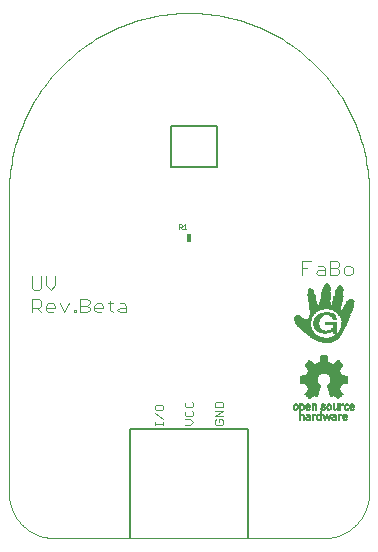
<source format=gto>
G75*
%MOIN*%
%OFA0B0*%
%FSLAX25Y25*%
%IPPOS*%
%LPD*%
%AMOC8*
5,1,8,0,0,1.08239X$1,22.5*
%
%ADD10C,0.00400*%
%ADD11C,0.00100*%
%ADD12R,0.01800X0.03000*%
%ADD13C,0.00500*%
%ADD14C,0.00000*%
%ADD15C,0.00300*%
%ADD16R,0.00226X0.00011*%
%ADD17R,0.00183X0.00011*%
%ADD18R,0.00398X0.00011*%
%ADD19R,0.00301X0.00011*%
%ADD20R,0.00398X0.00011*%
%ADD21R,0.00387X0.00011*%
%ADD22R,0.00419X0.00011*%
%ADD23R,0.00430X0.00011*%
%ADD24R,0.00505X0.00011*%
%ADD25R,0.00398X0.00011*%
%ADD26R,0.00376X0.00011*%
%ADD27R,0.00376X0.00011*%
%ADD28R,0.00419X0.00011*%
%ADD29R,0.00430X0.00011*%
%ADD30R,0.00430X0.00011*%
%ADD31R,0.00570X0.00011*%
%ADD32R,0.00462X0.00011*%
%ADD33R,0.00387X0.00011*%
%ADD34R,0.00580X0.00011*%
%ADD35R,0.00441X0.00011*%
%ADD36R,0.00645X0.00011*%
%ADD37R,0.00527X0.00011*%
%ADD38R,0.00645X0.00011*%
%ADD39R,0.00666X0.00011*%
%ADD40R,0.00699X0.00011*%
%ADD41R,0.00720X0.00011*%
%ADD42R,0.00430X0.00011*%
%ADD43R,0.00752X0.00011*%
%ADD44R,0.00634X0.00011*%
%ADD45R,0.00408X0.00011*%
%ADD46R,0.00742X0.00011*%
%ADD47R,0.00441X0.00011*%
%ADD48R,0.00785X0.00011*%
%ADD49R,0.00795X0.00011*%
%ADD50R,0.00677X0.00011*%
%ADD51R,0.00419X0.00011*%
%ADD52R,0.00785X0.00011*%
%ADD53R,0.00839X0.00011*%
%ADD54R,0.00828X0.00011*%
%ADD55R,0.00709X0.00011*%
%ADD56R,0.00881X0.00011*%
%ADD57R,0.00860X0.00011*%
%ADD58R,0.00752X0.00011*%
%ADD59R,0.00860X0.00011*%
%ADD60R,0.00924X0.00011*%
%ADD61R,0.00903X0.00011*%
%ADD62R,0.00892X0.00011*%
%ADD63R,0.00967X0.00011*%
%ADD64R,0.00817X0.00011*%
%ADD65R,0.00935X0.00011*%
%ADD66R,0.01010X0.00011*%
%ADD67R,0.00957X0.00011*%
%ADD68R,0.00849X0.00011*%
%ADD69R,0.01053X0.00011*%
%ADD70R,0.00978X0.00011*%
%ADD71R,0.00462X0.00011*%
%ADD72R,0.00989X0.00011*%
%ADD73R,0.01075X0.00011*%
%ADD74R,0.01000X0.00011*%
%ADD75R,0.00903X0.00011*%
%ADD76R,0.01118X0.00011*%
%ADD77R,0.01032X0.00011*%
%ADD78R,0.00935X0.00011*%
%ADD79R,0.00462X0.00011*%
%ADD80R,0.00462X0.00011*%
%ADD81R,0.01021X0.00011*%
%ADD82R,0.01140X0.00011*%
%ADD83R,0.01043X0.00011*%
%ADD84R,0.00484X0.00011*%
%ADD85R,0.00484X0.00011*%
%ADD86R,0.01183X0.00011*%
%ADD87R,0.01064X0.00011*%
%ADD88R,0.01215X0.00011*%
%ADD89R,0.01086X0.00011*%
%ADD90R,0.01011X0.00011*%
%ADD91R,0.01086X0.00011*%
%ADD92R,0.01236X0.00011*%
%ADD93R,0.01107X0.00011*%
%ADD94R,0.00495X0.00011*%
%ADD95R,0.01107X0.00011*%
%ADD96R,0.01258X0.00011*%
%ADD97R,0.01559X0.00011*%
%ADD98R,0.00505X0.00011*%
%ADD99R,0.00505X0.00011*%
%ADD100R,0.01569X0.00011*%
%ADD101R,0.01290X0.00011*%
%ADD102R,0.01580X0.00011*%
%ADD103R,0.01311X0.00011*%
%ADD104R,0.01097X0.00011*%
%ADD105R,0.01344X0.00011*%
%ADD106R,0.01591X0.00011*%
%ADD107R,0.01537X0.00011*%
%ADD108R,0.00527X0.00011*%
%ADD109R,0.01365X0.00011*%
%ADD110R,0.01602X0.00011*%
%ADD111R,0.01548X0.00011*%
%ADD112R,0.01387X0.00011*%
%ADD113R,0.01613X0.00011*%
%ADD114R,0.01408X0.00011*%
%ADD115R,0.00548X0.00011*%
%ADD116R,0.01623X0.00011*%
%ADD117R,0.01419X0.00011*%
%ADD118R,0.01623X0.00011*%
%ADD119R,0.01580X0.00011*%
%ADD120R,0.00548X0.00011*%
%ADD121R,0.01623X0.00011*%
%ADD122R,0.01440X0.00011*%
%ADD123R,0.01623X0.00011*%
%ADD124R,0.01634X0.00011*%
%ADD125R,0.01462X0.00011*%
%ADD126R,0.01591X0.00011*%
%ADD127R,0.00570X0.00011*%
%ADD128R,0.00559X0.00011*%
%ADD129R,0.01483X0.00011*%
%ADD130R,0.01645X0.00011*%
%ADD131R,0.01645X0.00011*%
%ADD132R,0.01505X0.00011*%
%ADD133R,0.01645X0.00011*%
%ADD134R,0.01602X0.00011*%
%ADD135R,0.00570X0.00011*%
%ADD136R,0.00570X0.00011*%
%ADD137R,0.01655X0.00011*%
%ADD138R,0.01516X0.00011*%
%ADD139R,0.01655X0.00011*%
%ADD140R,0.00581X0.00011*%
%ADD141R,0.01526X0.00011*%
%ADD142R,0.00591X0.00011*%
%ADD143R,0.00591X0.00011*%
%ADD144R,0.01666X0.00011*%
%ADD145R,0.01527X0.00011*%
%ADD146R,0.01516X0.00011*%
%ADD147R,0.01666X0.00011*%
%ADD148R,0.01634X0.00011*%
%ADD149R,0.00602X0.00011*%
%ADD150R,0.00602X0.00011*%
%ADD151R,0.01677X0.00011*%
%ADD152R,0.01677X0.00011*%
%ADD153R,0.01634X0.00011*%
%ADD154R,0.00613X0.00011*%
%ADD155R,0.01688X0.00011*%
%ADD156R,0.01494X0.00011*%
%ADD157R,0.00656X0.00011*%
%ADD158R,0.00731X0.00011*%
%ADD159R,0.00623X0.00011*%
%ADD160R,0.00602X0.00011*%
%ADD161R,0.00731X0.00011*%
%ADD162R,0.00795X0.00011*%
%ADD163R,0.00634X0.00011*%
%ADD164R,0.00613X0.00011*%
%ADD165R,0.00494X0.00011*%
%ADD166R,0.00548X0.00011*%
%ADD167R,0.00516X0.00011*%
%ADD168R,0.00559X0.00011*%
%ADD169R,0.00634X0.00011*%
%ADD170R,0.00409X0.00011*%
%ADD171R,0.00537X0.00011*%
%ADD172R,0.00656X0.00011*%
%ADD173R,0.00376X0.00011*%
%ADD174R,0.00591X0.00011*%
%ADD175R,0.00645X0.00011*%
%ADD176R,0.00656X0.00011*%
%ADD177R,0.00667X0.00011*%
%ADD178R,0.00537X0.00011*%
%ADD179R,0.00344X0.00011*%
%ADD180R,0.00667X0.00011*%
%ADD181R,0.00473X0.00011*%
%ADD182R,0.00527X0.00011*%
%ADD183R,0.00312X0.00011*%
%ADD184R,0.00677X0.00011*%
%ADD185R,0.00279X0.00011*%
%ADD186R,0.00494X0.00011*%
%ADD187R,0.00258X0.00011*%
%ADD188R,0.00452X0.00011*%
%ADD189R,0.00484X0.00011*%
%ADD190R,0.00580X0.00011*%
%ADD191R,0.00688X0.00011*%
%ADD192R,0.00688X0.00011*%
%ADD193R,0.00451X0.00011*%
%ADD194R,0.00215X0.00011*%
%ADD195R,0.00452X0.00011*%
%ADD196R,0.00688X0.00011*%
%ADD197R,0.00688X0.00011*%
%ADD198R,0.00193X0.00011*%
%ADD199R,0.00473X0.00011*%
%ADD200R,0.00699X0.00011*%
%ADD201R,0.00161X0.00011*%
%ADD202R,0.00140X0.00011*%
%ADD203R,0.00709X0.00011*%
%ADD204R,0.00473X0.00011*%
%ADD205R,0.00118X0.00011*%
%ADD206R,0.00430X0.00011*%
%ADD207R,0.00086X0.00011*%
%ADD208R,0.00731X0.00011*%
%ADD209R,0.00054X0.00011*%
%ADD210R,0.00408X0.00011*%
%ADD211R,0.00451X0.00011*%
%ADD212R,0.00032X0.00011*%
%ADD213R,0.00516X0.00011*%
%ADD214R,0.00742X0.00011*%
%ADD215R,0.00011X0.00011*%
%ADD216R,0.00753X0.00011*%
%ADD217R,0.00473X0.00011*%
%ADD218R,0.00774X0.00011*%
%ADD219R,0.00774X0.00011*%
%ADD220R,0.00409X0.00011*%
%ADD221R,0.00774X0.00011*%
%ADD222R,0.00774X0.00011*%
%ADD223R,0.00376X0.00011*%
%ADD224R,0.00387X0.00011*%
%ADD225R,0.00387X0.00011*%
%ADD226R,0.00398X0.00011*%
%ADD227R,0.00365X0.00011*%
%ADD228R,0.01763X0.00011*%
%ADD229R,0.00366X0.00011*%
%ADD230R,0.01763X0.00011*%
%ADD231R,0.01548X0.00011*%
%ADD232R,0.00366X0.00011*%
%ADD233R,0.01559X0.00011*%
%ADD234R,0.01537X0.00011*%
%ADD235R,0.01505X0.00011*%
%ADD236R,0.01473X0.00011*%
%ADD237R,0.01441X0.00011*%
%ADD238R,0.01397X0.00011*%
%ADD239R,0.01376X0.00011*%
%ADD240R,0.00419X0.00011*%
%ADD241R,0.01376X0.00011*%
%ADD242R,0.01355X0.00011*%
%ADD243R,0.01354X0.00011*%
%ADD244R,0.01322X0.00011*%
%ADD245R,0.01333X0.00011*%
%ADD246R,0.01290X0.00011*%
%ADD247R,0.01301X0.00011*%
%ADD248R,0.01752X0.00011*%
%ADD249R,0.01258X0.00011*%
%ADD250R,0.01204X0.00011*%
%ADD251R,0.01129X0.00011*%
%ADD252R,0.01139X0.00011*%
%ADD253R,0.01752X0.00011*%
%ADD254R,0.00365X0.00011*%
%ADD255R,0.00355X0.00011*%
%ADD256R,0.00441X0.00011*%
%ADD257R,0.00441X0.00011*%
%ADD258R,0.00720X0.00011*%
%ADD259R,0.00495X0.00011*%
%ADD260R,0.00484X0.00011*%
%ADD261R,0.00677X0.00011*%
%ADD262R,0.00011X0.00011*%
%ADD263R,0.00011X0.00011*%
%ADD264R,0.00548X0.00011*%
%ADD265R,0.00032X0.00011*%
%ADD266R,0.00656X0.00011*%
%ADD267R,0.00064X0.00011*%
%ADD268R,0.00075X0.00011*%
%ADD269R,0.00097X0.00011*%
%ADD270R,0.00022X0.00011*%
%ADD271R,0.00054X0.00011*%
%ADD272R,0.00591X0.00011*%
%ADD273R,0.00054X0.00011*%
%ADD274R,0.00613X0.00011*%
%ADD275R,0.00150X0.00011*%
%ADD276R,0.00172X0.00011*%
%ADD277R,0.00107X0.00011*%
%ADD278R,0.00204X0.00011*%
%ADD279R,0.00129X0.00011*%
%ADD280R,0.00666X0.00011*%
%ADD281R,0.00226X0.00011*%
%ADD282R,0.00172X0.00011*%
%ADD283R,0.00236X0.00011*%
%ADD284R,0.00161X0.00011*%
%ADD285R,0.00699X0.00011*%
%ADD286R,0.00269X0.00011*%
%ADD287R,0.00194X0.00011*%
%ADD288R,0.00301X0.00011*%
%ADD289R,0.00236X0.00011*%
%ADD290R,0.00290X0.00011*%
%ADD291R,0.00333X0.00011*%
%ADD292R,0.00344X0.00011*%
%ADD293R,0.00290X0.00011*%
%ADD294R,0.01225X0.00011*%
%ADD295R,0.00602X0.00011*%
%ADD296R,0.00623X0.00011*%
%ADD297R,0.01645X0.00011*%
%ADD298R,0.01236X0.00011*%
%ADD299R,0.01441X0.00011*%
%ADD300R,0.01247X0.00011*%
%ADD301R,0.01451X0.00011*%
%ADD302R,0.01473X0.00011*%
%ADD303R,0.01462X0.00011*%
%ADD304R,0.01451X0.00011*%
%ADD305R,0.01473X0.00011*%
%ADD306R,0.01269X0.00011*%
%ADD307R,0.01430X0.00011*%
%ADD308R,0.01612X0.00011*%
%ADD309R,0.01279X0.00011*%
%ADD310R,0.01279X0.00011*%
%ADD311R,0.01387X0.00011*%
%ADD312R,0.01311X0.00011*%
%ADD313R,0.01301X0.00011*%
%ADD314R,0.01322X0.00011*%
%ADD315R,0.01333X0.00011*%
%ADD316R,0.01569X0.00011*%
%ADD317R,0.01483X0.00011*%
%ADD318R,0.01344X0.00011*%
%ADD319R,0.01301X0.00011*%
%ADD320R,0.01365X0.00011*%
%ADD321R,0.01269X0.00011*%
%ADD322R,0.01537X0.00011*%
%ADD323R,0.01430X0.00011*%
%ADD324R,0.01365X0.00011*%
%ADD325R,0.01086X0.00011*%
%ADD326R,0.01408X0.00011*%
%ADD327R,0.00924X0.00011*%
%ADD328R,0.01097X0.00011*%
%ADD329R,0.01419X0.00011*%
%ADD330R,0.00935X0.00011*%
%ADD331R,0.01225X0.00011*%
%ADD332R,0.00935X0.00011*%
%ADD333R,0.01032X0.00011*%
%ADD334R,0.01021X0.00011*%
%ADD335R,0.01150X0.00011*%
%ADD336R,0.01011X0.00011*%
%ADD337R,0.01000X0.00011*%
%ADD338R,0.00925X0.00011*%
%ADD339R,0.01118X0.00011*%
%ADD340R,0.01301X0.00011*%
%ADD341R,0.01096X0.00011*%
%ADD342R,0.00925X0.00011*%
%ADD343R,0.00946X0.00011*%
%ADD344R,0.00914X0.00011*%
%ADD345R,0.00914X0.00011*%
%ADD346R,0.00903X0.00011*%
%ADD347R,0.00892X0.00011*%
%ADD348R,0.01193X0.00011*%
%ADD349R,0.00871X0.00011*%
%ADD350R,0.01182X0.00011*%
%ADD351R,0.00881X0.00011*%
%ADD352R,0.00989X0.00011*%
%ADD353R,0.01161X0.00011*%
%ADD354R,0.00828X0.00011*%
%ADD355R,0.00806X0.00011*%
%ADD356R,0.00817X0.00011*%
%ADD357R,0.00763X0.00011*%
%ADD358R,0.01053X0.00011*%
%ADD359R,0.00355X0.00011*%
%ADD360R,0.01043X0.00011*%
%ADD361R,0.00753X0.00011*%
%ADD362R,0.00849X0.00011*%
%ADD363R,0.00720X0.00011*%
%ADD364R,0.00763X0.00011*%
%ADD365R,0.00634X0.00011*%
%ADD366R,0.00333X0.00011*%
%ADD367R,0.00323X0.00011*%
%ADD368R,0.00204X0.00011*%
%ADD369R,0.00215X0.00011*%
%ADD370R,0.00150X0.00011*%
%ADD371R,0.00140X0.00011*%
%ADD372R,0.00193X0.00011*%
%ADD373R,0.00204X0.00011*%
%ADD374R,0.00161X0.00011*%
%ADD375R,0.00194X0.00011*%
%ADD376R,0.00742X0.00011*%
%ADD377R,0.00838X0.00011*%
%ADD378R,0.00817X0.00011*%
%ADD379R,0.00699X0.00011*%
%ADD380R,0.00957X0.00011*%
%ADD381R,0.00828X0.00011*%
%ADD382R,0.00828X0.00011*%
%ADD383R,0.01021X0.00011*%
%ADD384R,0.00871X0.00011*%
%ADD385R,0.00892X0.00011*%
%ADD386R,0.00763X0.00011*%
%ADD387R,0.00967X0.00011*%
%ADD388R,0.01107X0.00011*%
%ADD389R,0.00967X0.00011*%
%ADD390R,0.01150X0.00011*%
%ADD391R,0.00978X0.00011*%
%ADD392R,0.01075X0.00011*%
%ADD393R,0.01182X0.00011*%
%ADD394R,0.01107X0.00011*%
%ADD395R,0.01172X0.00011*%
%ADD396R,0.00946X0.00011*%
%ADD397R,0.01129X0.00011*%
%ADD398R,0.01172X0.00011*%
%ADD399R,0.01204X0.00011*%
%ADD400R,0.01139X0.00011*%
%ADD401R,0.00989X0.00011*%
%ADD402R,0.01193X0.00011*%
%ADD403R,0.01172X0.00011*%
%ADD404R,0.01193X0.00011*%
%ADD405R,0.01032X0.00011*%
%ADD406R,0.01279X0.00011*%
%ADD407R,0.01247X0.00011*%
%ADD408R,0.01290X0.00011*%
%ADD409R,0.01268X0.00011*%
%ADD410R,0.01312X0.00011*%
%ADD411R,0.01236X0.00011*%
%ADD412R,0.01258X0.00011*%
%ADD413R,0.01548X0.00011*%
%ADD414R,0.01548X0.00011*%
%ADD415R,0.01397X0.00011*%
%ADD416R,0.01355X0.00011*%
%ADD417R,0.01570X0.00011*%
%ADD418R,0.01376X0.00011*%
%ADD419R,0.01365X0.00011*%
%ADD420R,0.01419X0.00011*%
%ADD421R,0.01698X0.00011*%
%ADD422R,0.01612X0.00011*%
%ADD423R,0.01720X0.00011*%
%ADD424R,0.01613X0.00011*%
%ADD425R,0.01527X0.00011*%
%ADD426R,0.01731X0.00011*%
%ADD427R,0.01763X0.00011*%
%ADD428R,0.01494X0.00011*%
%ADD429R,0.01634X0.00011*%
%ADD430R,0.01526X0.00011*%
%ADD431R,0.01516X0.00011*%
%ADD432R,0.00623X0.00011*%
%ADD433R,0.00699X0.00011*%
%ADD434R,0.00559X0.00011*%
%ADD435R,0.00312X0.00011*%
%ADD436R,0.00280X0.00011*%
%ADD437R,0.00247X0.00011*%
%ADD438R,0.00505X0.00011*%
%ADD439R,0.00559X0.00011*%
%ADD440R,0.00247X0.00011*%
%ADD441R,0.00108X0.00011*%
%ADD442R,0.00527X0.00011*%
%ADD443R,0.00064X0.00011*%
%ADD444R,0.00204X0.00011*%
%ADD445R,0.00043X0.00011*%
%ADD446R,0.00118X0.00011*%
%ADD447R,0.00043X0.00011*%
%ADD448R,0.00021X0.00011*%
%ADD449R,0.00107X0.00011*%
%ADD450R,0.00022X0.00011*%
%ADD451R,0.01193X0.00011*%
%ADD452R,0.01215X0.00011*%
%ADD453R,0.01774X0.00011*%
%ADD454R,0.01774X0.00011*%
%ADD455R,0.01354X0.00011*%
%ADD456R,0.00430X0.00011*%
%ADD457R,0.00043X0.00011*%
%ADD458R,0.00086X0.00011*%
%ADD459R,0.00161X0.00011*%
%ADD460R,0.00118X0.00011*%
%ADD461R,0.00516X0.00011*%
%ADD462R,0.00258X0.00011*%
%ADD463R,0.00312X0.00011*%
%ADD464R,0.00613X0.00011*%
%ADD465R,0.00290X0.00011*%
%ADD466R,0.00097X0.00011*%
%ADD467R,0.00322X0.00011*%
%ADD468R,0.00161X0.00011*%
%ADD469R,0.00709X0.00011*%
%ADD470R,0.00645X0.00011*%
%ADD471R,0.00731X0.00011*%
%ADD472R,0.01505X0.00011*%
%ADD473R,0.00720X0.00011*%
%ADD474R,0.01451X0.00011*%
%ADD475R,0.01430X0.00011*%
%ADD476R,0.01505X0.00011*%
%ADD477R,0.01290X0.00011*%
%ADD478R,0.01484X0.00011*%
%ADD479R,0.01279X0.00011*%
%ADD480R,0.01258X0.00011*%
%ADD481R,0.01247X0.00011*%
%ADD482R,0.01225X0.00011*%
%ADD483R,0.01204X0.00011*%
%ADD484R,0.01064X0.00011*%
%ADD485R,0.01387X0.00011*%
%ADD486R,0.01204X0.00011*%
%ADD487R,0.01032X0.00011*%
%ADD488R,0.01129X0.00011*%
%ADD489R,0.01075X0.00011*%
%ADD490R,0.00892X0.00011*%
%ADD491R,0.01043X0.00011*%
%ADD492R,0.00989X0.00011*%
%ADD493R,0.00860X0.00011*%
%ADD494R,0.00860X0.00011*%
%ADD495R,0.01021X0.00011*%
%ADD496R,0.00849X0.00011*%
%ADD497R,0.00839X0.00011*%
%ADD498R,0.00806X0.00011*%
%ADD499R,0.00849X0.00011*%
%ADD500R,0.00817X0.00011*%
%ADD501R,0.00742X0.00011*%
%ADD502R,0.00688X0.00011*%
%ADD503R,0.00118X0.00011*%
%ADD504R,0.00226X0.00011*%
%ADD505R,0.01096X0.00011*%
%ADD506R,0.01408X0.00011*%
%ADD507R,0.01677X0.00011*%
%ADD508R,0.01731X0.00011*%
%ADD509R,0.01784X0.00011*%
%ADD510R,0.01806X0.00011*%
%ADD511R,0.01806X0.00011*%
%ADD512R,0.01838X0.00011*%
%ADD513R,0.01860X0.00011*%
%ADD514R,0.01892X0.00011*%
%ADD515R,0.00108X0.00011*%
%ADD516R,0.01881X0.00011*%
%ADD517R,0.01913X0.00011*%
%ADD518R,0.01914X0.00011*%
%ADD519R,0.01935X0.00011*%
%ADD520R,0.01967X0.00011*%
%ADD521R,0.01989X0.00011*%
%ADD522R,0.01989X0.00011*%
%ADD523R,0.02021X0.00011*%
%ADD524R,0.02042X0.00011*%
%ADD525R,0.02075X0.00011*%
%ADD526R,0.02096X0.00011*%
%ADD527R,0.02096X0.00011*%
%ADD528R,0.02128X0.00011*%
%ADD529R,0.02150X0.00011*%
%ADD530R,0.02182X0.00011*%
%ADD531R,0.02182X0.00011*%
%ADD532R,0.02204X0.00011*%
%ADD533R,0.02204X0.00011*%
%ADD534R,0.02225X0.00011*%
%ADD535R,0.02257X0.00011*%
%ADD536R,0.02258X0.00011*%
%ADD537R,0.02279X0.00011*%
%ADD538R,0.02311X0.00011*%
%ADD539R,0.00516X0.00011*%
%ADD540R,0.02311X0.00011*%
%ADD541R,0.02333X0.00011*%
%ADD542R,0.02365X0.00011*%
%ADD543R,0.02386X0.00011*%
%ADD544R,0.02419X0.00011*%
%ADD545R,0.02440X0.00011*%
%ADD546R,0.02472X0.00011*%
%ADD547R,0.02494X0.00011*%
%ADD548R,0.02516X0.00011*%
%ADD549R,0.02548X0.00011*%
%ADD550R,0.02569X0.00011*%
%ADD551R,0.02602X0.00011*%
%ADD552R,0.02623X0.00011*%
%ADD553R,0.02655X0.00011*%
%ADD554R,0.02677X0.00011*%
%ADD555R,0.02677X0.00011*%
%ADD556R,0.02709X0.00011*%
%ADD557R,0.02709X0.00011*%
%ADD558R,0.02730X0.00011*%
%ADD559R,0.02763X0.00011*%
%ADD560R,0.02795X0.00011*%
%ADD561R,0.02795X0.00011*%
%ADD562R,0.03870X0.00011*%
%ADD563R,0.03870X0.00011*%
%ADD564R,0.03881X0.00011*%
%ADD565R,0.03881X0.00011*%
%ADD566R,0.03892X0.00011*%
%ADD567R,0.03891X0.00011*%
%ADD568R,0.03913X0.00011*%
%ADD569R,0.03913X0.00011*%
%ADD570R,0.03924X0.00011*%
%ADD571R,0.03945X0.00011*%
%ADD572R,0.03956X0.00011*%
%ADD573R,0.03956X0.00011*%
%ADD574R,0.03967X0.00011*%
%ADD575R,0.03988X0.00011*%
%ADD576R,0.03999X0.00011*%
%ADD577R,0.04020X0.00011*%
%ADD578R,0.04031X0.00011*%
%ADD579R,0.04053X0.00011*%
%ADD580R,0.04053X0.00011*%
%ADD581R,0.04063X0.00011*%
%ADD582R,0.04064X0.00011*%
%ADD583R,0.04074X0.00011*%
%ADD584R,0.04074X0.00011*%
%ADD585R,0.04096X0.00011*%
%ADD586R,0.04106X0.00011*%
%ADD587R,0.04107X0.00011*%
%ADD588R,0.04128X0.00011*%
%ADD589R,0.04139X0.00011*%
%ADD590R,0.04150X0.00011*%
%ADD591R,0.04149X0.00011*%
%ADD592R,0.04171X0.00011*%
%ADD593R,0.04182X0.00011*%
%ADD594R,0.04203X0.00011*%
%ADD595R,0.04203X0.00011*%
%ADD596R,0.04214X0.00011*%
%ADD597R,0.04235X0.00011*%
%ADD598R,0.04225X0.00011*%
%ADD599R,0.04246X0.00011*%
%ADD600R,0.04257X0.00011*%
%ADD601R,0.04278X0.00011*%
%ADD602R,0.04289X0.00011*%
%ADD603R,0.04311X0.00011*%
%ADD604R,0.04311X0.00011*%
%ADD605R,0.04321X0.00011*%
%ADD606R,0.04322X0.00011*%
%ADD607R,0.04332X0.00011*%
%ADD608R,0.04354X0.00011*%
%ADD609R,0.04354X0.00011*%
%ADD610R,0.04364X0.00011*%
%ADD611R,0.04386X0.00011*%
%ADD612R,0.04386X0.00011*%
%ADD613R,0.04397X0.00011*%
%ADD614R,0.04408X0.00011*%
%ADD615R,0.04407X0.00011*%
%ADD616R,0.04418X0.00011*%
%ADD617R,0.04418X0.00011*%
%ADD618R,0.04418X0.00011*%
%ADD619R,0.04418X0.00011*%
%ADD620R,0.04429X0.00011*%
%ADD621R,0.04429X0.00011*%
%ADD622R,0.04429X0.00011*%
%ADD623R,0.04407X0.00011*%
%ADD624R,0.04408X0.00011*%
%ADD625R,0.04397X0.00011*%
%ADD626R,0.04397X0.00011*%
%ADD627R,0.04375X0.00011*%
%ADD628R,0.04375X0.00011*%
%ADD629R,0.04375X0.00011*%
%ADD630R,0.04364X0.00011*%
%ADD631R,0.04354X0.00011*%
%ADD632R,0.04343X0.00011*%
%ADD633R,0.04343X0.00011*%
%ADD634R,0.04343X0.00011*%
%ADD635R,0.04343X0.00011*%
%ADD636R,0.04332X0.00011*%
%ADD637R,0.04332X0.00011*%
%ADD638R,0.04332X0.00011*%
%ADD639R,0.04322X0.00011*%
%ADD640R,0.04321X0.00011*%
%ADD641R,0.04311X0.00011*%
%ADD642R,0.04311X0.00011*%
%ADD643R,0.04300X0.00011*%
%ADD644R,0.04300X0.00011*%
%ADD645R,0.04300X0.00011*%
%ADD646R,0.04278X0.00011*%
%ADD647R,0.04268X0.00011*%
%ADD648R,0.04278X0.00011*%
%ADD649R,0.04268X0.00011*%
%ADD650R,0.04257X0.00011*%
%ADD651R,0.04257X0.00011*%
%ADD652R,0.04257X0.00011*%
%ADD653R,0.04246X0.00011*%
%ADD654R,0.04246X0.00011*%
%ADD655R,0.04235X0.00011*%
%ADD656R,0.04236X0.00011*%
%ADD657R,0.04225X0.00011*%
%ADD658R,0.04236X0.00011*%
%ADD659R,0.04225X0.00011*%
%ADD660R,0.04214X0.00011*%
%ADD661R,0.04192X0.00011*%
%ADD662R,0.04192X0.00011*%
%ADD663R,0.04182X0.00011*%
%ADD664R,0.04171X0.00011*%
%ADD665R,0.04160X0.00011*%
%ADD666R,0.04160X0.00011*%
%ADD667R,0.04160X0.00011*%
%ADD668R,0.04149X0.00011*%
%ADD669R,0.04150X0.00011*%
%ADD670R,0.04139X0.00011*%
%ADD671R,0.04139X0.00011*%
%ADD672R,0.04128X0.00011*%
%ADD673R,0.04128X0.00011*%
%ADD674R,0.04117X0.00011*%
%ADD675R,0.04117X0.00011*%
%ADD676R,0.04128X0.00011*%
%ADD677R,0.04106X0.00011*%
%ADD678R,0.04096X0.00011*%
%ADD679R,0.04096X0.00011*%
%ADD680R,0.04085X0.00011*%
%ADD681R,0.04085X0.00011*%
%ADD682R,0.04074X0.00011*%
%ADD683R,0.04063X0.00011*%
%ADD684R,0.04064X0.00011*%
%ADD685R,0.04053X0.00011*%
%ADD686R,0.04053X0.00011*%
%ADD687R,0.04042X0.00011*%
%ADD688R,0.04042X0.00011*%
%ADD689R,0.04031X0.00011*%
%ADD690R,0.04031X0.00011*%
%ADD691R,0.04020X0.00011*%
%ADD692R,0.04010X0.00011*%
%ADD693R,0.04010X0.00011*%
%ADD694R,0.03999X0.00011*%
%ADD695R,0.03988X0.00011*%
%ADD696R,0.03999X0.00011*%
%ADD697R,0.04042X0.00011*%
%ADD698R,0.04085X0.00011*%
%ADD699R,0.04386X0.00011*%
%ADD700R,0.04450X0.00011*%
%ADD701R,0.04450X0.00011*%
%ADD702R,0.04461X0.00011*%
%ADD703R,0.04472X0.00011*%
%ADD704R,0.04483X0.00011*%
%ADD705R,0.04494X0.00011*%
%ADD706R,0.04504X0.00011*%
%ADD707R,0.04515X0.00011*%
%ADD708R,0.04515X0.00011*%
%ADD709R,0.04526X0.00011*%
%ADD710R,0.04526X0.00011*%
%ADD711R,0.04536X0.00011*%
%ADD712R,0.04547X0.00011*%
%ADD713R,0.04558X0.00011*%
%ADD714R,0.04569X0.00011*%
%ADD715R,0.04580X0.00011*%
%ADD716R,0.04579X0.00011*%
%ADD717R,0.04590X0.00011*%
%ADD718R,0.04590X0.00011*%
%ADD719R,0.04601X0.00011*%
%ADD720R,0.04601X0.00011*%
%ADD721R,0.04612X0.00011*%
%ADD722R,0.04612X0.00011*%
%ADD723R,0.04622X0.00011*%
%ADD724R,0.04633X0.00011*%
%ADD725R,0.04633X0.00011*%
%ADD726R,0.04644X0.00011*%
%ADD727R,0.04655X0.00011*%
%ADD728R,0.04666X0.00011*%
%ADD729R,0.04676X0.00011*%
%ADD730R,0.04676X0.00011*%
%ADD731R,0.04687X0.00011*%
%ADD732R,0.04698X0.00011*%
%ADD733R,0.04698X0.00011*%
%ADD734R,0.04708X0.00011*%
%ADD735R,0.04719X0.00011*%
%ADD736R,0.04741X0.00011*%
%ADD737R,0.04741X0.00011*%
%ADD738R,0.04752X0.00011*%
%ADD739R,0.04762X0.00011*%
%ADD740R,0.04762X0.00011*%
%ADD741R,0.04773X0.00011*%
%ADD742R,0.04773X0.00011*%
%ADD743R,0.04773X0.00011*%
%ADD744R,0.04762X0.00011*%
%ADD745R,0.04752X0.00011*%
%ADD746R,0.04730X0.00011*%
%ADD747R,0.04709X0.00011*%
%ADD748R,0.04708X0.00011*%
%ADD749R,0.04687X0.00011*%
%ADD750R,0.04665X0.00011*%
%ADD751R,0.04666X0.00011*%
%ADD752R,0.04644X0.00011*%
%ADD753R,0.04601X0.00011*%
%ADD754R,0.04601X0.00011*%
%ADD755R,0.04569X0.00011*%
%ADD756R,0.04558X0.00011*%
%ADD757R,0.04515X0.00011*%
%ADD758R,0.04515X0.00011*%
%ADD759R,0.04504X0.00011*%
%ADD760R,0.04504X0.00011*%
%ADD761R,0.04483X0.00011*%
%ADD762R,0.04461X0.00011*%
%ADD763R,0.04451X0.00011*%
%ADD764R,0.04429X0.00011*%
%ADD765R,0.04397X0.00011*%
%ADD766R,0.04386X0.00011*%
%ADD767R,0.04365X0.00011*%
%ADD768R,0.04289X0.00011*%
%ADD769R,0.04268X0.00011*%
%ADD770R,0.04504X0.00011*%
%ADD771R,0.04751X0.00011*%
%ADD772R,0.04795X0.00011*%
%ADD773R,0.04794X0.00011*%
%ADD774R,0.04859X0.00011*%
%ADD775R,0.04859X0.00011*%
%ADD776R,0.04902X0.00011*%
%ADD777R,0.04945X0.00011*%
%ADD778R,0.04999X0.00011*%
%ADD779R,0.05052X0.00011*%
%ADD780R,0.05053X0.00011*%
%ADD781R,0.05106X0.00011*%
%ADD782R,0.05149X0.00011*%
%ADD783R,0.05203X0.00011*%
%ADD784R,0.05203X0.00011*%
%ADD785R,0.05257X0.00011*%
%ADD786R,0.05300X0.00011*%
%ADD787R,0.05300X0.00011*%
%ADD788R,0.05353X0.00011*%
%ADD789R,0.05407X0.00011*%
%ADD790R,0.05407X0.00011*%
%ADD791R,0.05450X0.00011*%
%ADD792R,0.05450X0.00011*%
%ADD793R,0.05515X0.00011*%
%ADD794R,0.05515X0.00011*%
%ADD795R,0.05558X0.00011*%
%ADD796R,0.05601X0.00011*%
%ADD797R,0.05665X0.00011*%
%ADD798R,0.05708X0.00011*%
%ADD799R,0.05762X0.00011*%
%ADD800R,0.05816X0.00011*%
%ADD801R,0.05859X0.00011*%
%ADD802R,0.05923X0.00011*%
%ADD803R,0.05923X0.00011*%
%ADD804R,0.05966X0.00011*%
%ADD805R,0.05988X0.00011*%
%ADD806R,0.05998X0.00011*%
%ADD807R,0.06009X0.00011*%
%ADD808R,0.06009X0.00011*%
%ADD809R,0.06009X0.00011*%
%ADD810R,0.06009X0.00011*%
%ADD811R,0.05998X0.00011*%
%ADD812R,0.05977X0.00011*%
%ADD813R,0.05977X0.00011*%
%ADD814R,0.05955X0.00011*%
%ADD815R,0.05955X0.00011*%
%ADD816R,0.05945X0.00011*%
%ADD817R,0.05945X0.00011*%
%ADD818R,0.05934X0.00011*%
%ADD819R,0.05934X0.00011*%
%ADD820R,0.05934X0.00011*%
%ADD821R,0.05934X0.00011*%
%ADD822R,0.05912X0.00011*%
%ADD823R,0.05912X0.00011*%
%ADD824R,0.05902X0.00011*%
%ADD825R,0.05902X0.00011*%
%ADD826R,0.05891X0.00011*%
%ADD827R,0.05880X0.00011*%
%ADD828R,0.05880X0.00011*%
%ADD829R,0.05869X0.00011*%
%ADD830R,0.05869X0.00011*%
%ADD831R,0.05859X0.00011*%
%ADD832R,0.05859X0.00011*%
%ADD833R,0.05859X0.00011*%
%ADD834R,0.05848X0.00011*%
%ADD835R,0.05848X0.00011*%
%ADD836R,0.05848X0.00011*%
%ADD837R,0.05848X0.00011*%
%ADD838R,0.05837X0.00011*%
%ADD839R,0.05827X0.00011*%
%ADD840R,0.05827X0.00011*%
%ADD841R,0.05816X0.00011*%
%ADD842R,0.05805X0.00011*%
%ADD843R,0.05805X0.00011*%
%ADD844R,0.05794X0.00011*%
%ADD845R,0.05794X0.00011*%
%ADD846R,0.05783X0.00011*%
%ADD847R,0.05783X0.00011*%
%ADD848R,0.05773X0.00011*%
%ADD849R,0.05773X0.00011*%
%ADD850R,0.05762X0.00011*%
%ADD851R,0.05762X0.00011*%
%ADD852R,0.05762X0.00011*%
%ADD853R,0.05837X0.00011*%
%ADD854R,0.05891X0.00011*%
%ADD855R,0.05923X0.00011*%
%ADD856R,0.05945X0.00011*%
%ADD857R,0.05945X0.00011*%
%ADD858R,0.05966X0.00011*%
%ADD859R,0.05988X0.00011*%
%ADD860R,0.06020X0.00011*%
%ADD861R,0.06020X0.00011*%
%ADD862R,0.06020X0.00011*%
%ADD863R,0.06020X0.00011*%
%ADD864R,0.05988X0.00011*%
%ADD865R,0.05956X0.00011*%
%ADD866R,0.05741X0.00011*%
%ADD867R,0.05740X0.00011*%
%ADD868R,0.05697X0.00011*%
%ADD869R,0.05655X0.00011*%
%ADD870R,0.05590X0.00011*%
%ADD871R,0.05590X0.00011*%
%ADD872R,0.05547X0.00011*%
%ADD873R,0.05493X0.00011*%
%ADD874R,0.05493X0.00011*%
%ADD875R,0.05439X0.00011*%
%ADD876R,0.05396X0.00011*%
%ADD877R,0.05397X0.00011*%
%ADD878R,0.05332X0.00011*%
%ADD879R,0.05289X0.00011*%
%ADD880R,0.05246X0.00011*%
%ADD881R,0.05246X0.00011*%
%ADD882R,0.05192X0.00011*%
%ADD883R,0.05138X0.00011*%
%ADD884R,0.05139X0.00011*%
%ADD885R,0.05095X0.00011*%
%ADD886R,0.05042X0.00011*%
%ADD887R,0.05042X0.00011*%
%ADD888R,0.04934X0.00011*%
%ADD889R,0.04934X0.00011*%
%ADD890R,0.04891X0.00011*%
%ADD891R,0.04848X0.00011*%
%ADD892R,0.04848X0.00011*%
%ADD893R,0.04698X0.00011*%
%ADD894R,0.04698X0.00011*%
%ADD895R,0.04547X0.00011*%
%ADD896R,0.04493X0.00011*%
%ADD897R,0.04279X0.00011*%
%ADD898R,0.04289X0.00011*%
%ADD899R,0.04440X0.00011*%
%ADD900R,0.04440X0.00011*%
%ADD901R,0.04472X0.00011*%
%ADD902R,0.04483X0.00011*%
%ADD903R,0.04493X0.00011*%
%ADD904R,0.04494X0.00011*%
%ADD905R,0.04547X0.00011*%
%ADD906R,0.04590X0.00011*%
%ADD907R,0.04644X0.00011*%
%ADD908R,0.04805X0.00011*%
%ADD909R,0.04816X0.00011*%
%ADD910R,0.04827X0.00011*%
%ADD911R,0.04880X0.00011*%
%ADD912R,0.04956X0.00011*%
%ADD913R,0.04956X0.00011*%
%ADD914R,0.04999X0.00011*%
%ADD915R,0.05020X0.00011*%
%ADD916R,0.05031X0.00011*%
%ADD917R,0.05063X0.00011*%
%ADD918R,0.05117X0.00011*%
%ADD919R,0.05160X0.00011*%
%ADD920R,0.05214X0.00011*%
%ADD921R,0.05214X0.00011*%
%ADD922R,0.11105X0.00011*%
%ADD923R,0.11094X0.00011*%
%ADD924R,0.11072X0.00011*%
%ADD925R,0.11072X0.00011*%
%ADD926R,0.11051X0.00011*%
%ADD927R,0.11030X0.00011*%
%ADD928R,0.11030X0.00011*%
%ADD929R,0.11008X0.00011*%
%ADD930R,0.11008X0.00011*%
%ADD931R,0.10986X0.00011*%
%ADD932R,0.10965X0.00011*%
%ADD933R,0.10965X0.00011*%
%ADD934R,0.10944X0.00011*%
%ADD935R,0.10922X0.00011*%
%ADD936R,0.10922X0.00011*%
%ADD937R,0.10900X0.00011*%
%ADD938R,0.10879X0.00011*%
%ADD939R,0.10879X0.00011*%
%ADD940R,0.10857X0.00011*%
%ADD941R,0.10836X0.00011*%
%ADD942R,0.10836X0.00011*%
%ADD943R,0.10814X0.00011*%
%ADD944R,0.10814X0.00011*%
%ADD945R,0.10793X0.00011*%
%ADD946R,0.10772X0.00011*%
%ADD947R,0.10772X0.00011*%
%ADD948R,0.10750X0.00011*%
%ADD949R,0.10728X0.00011*%
%ADD950R,0.10728X0.00011*%
%ADD951R,0.10707X0.00011*%
%ADD952R,0.10685X0.00011*%
%ADD953R,0.10685X0.00011*%
%ADD954R,0.10664X0.00011*%
%ADD955R,0.10642X0.00011*%
%ADD956R,0.10642X0.00011*%
%ADD957R,0.10621X0.00011*%
%ADD958R,0.10621X0.00011*%
%ADD959R,0.10599X0.00011*%
%ADD960R,0.10578X0.00011*%
%ADD961R,0.10578X0.00011*%
%ADD962R,0.10556X0.00011*%
%ADD963R,0.10535X0.00011*%
%ADD964R,0.10535X0.00011*%
%ADD965R,0.10513X0.00011*%
%ADD966R,0.10492X0.00011*%
%ADD967R,0.10492X0.00011*%
%ADD968R,0.10470X0.00011*%
%ADD969R,0.10449X0.00011*%
%ADD970R,0.10449X0.00011*%
%ADD971R,0.10427X0.00011*%
%ADD972R,0.10427X0.00011*%
%ADD973R,0.10750X0.00011*%
%ADD974R,0.10857X0.00011*%
%ADD975R,0.10911X0.00011*%
%ADD976R,0.10944X0.00011*%
%ADD977R,0.11051X0.00011*%
%ADD978R,0.11116X0.00011*%
%ADD979R,0.11137X0.00011*%
%ADD980R,0.11158X0.00011*%
%ADD981R,0.11180X0.00011*%
%ADD982R,0.11202X0.00011*%
%ADD983R,0.11223X0.00011*%
%ADD984R,0.11244X0.00011*%
%ADD985R,0.11244X0.00011*%
%ADD986R,0.11266X0.00011*%
%ADD987R,0.11288X0.00011*%
%ADD988R,0.11309X0.00011*%
%ADD989R,0.11330X0.00011*%
%ADD990R,0.11352X0.00011*%
%ADD991R,0.11373X0.00011*%
%ADD992R,0.11373X0.00011*%
%ADD993R,0.11395X0.00011*%
%ADD994R,0.11416X0.00011*%
%ADD995R,0.11427X0.00011*%
%ADD996R,0.11438X0.00011*%
%ADD997R,0.11459X0.00011*%
%ADD998R,0.11481X0.00011*%
%ADD999R,0.11481X0.00011*%
%ADD1000R,0.11502X0.00011*%
%ADD1001R,0.11524X0.00011*%
%ADD1002R,0.11545X0.00011*%
%ADD1003R,0.11567X0.00011*%
%ADD1004R,0.11588X0.00011*%
%ADD1005R,0.11610X0.00011*%
%ADD1006R,0.11610X0.00011*%
%ADD1007R,0.11631X0.00011*%
%ADD1008R,0.11653X0.00011*%
%ADD1009R,0.11664X0.00011*%
%ADD1010R,0.11674X0.00011*%
%ADD1011R,0.11696X0.00011*%
%ADD1012R,0.11717X0.00011*%
%ADD1013R,0.11739X0.00011*%
%ADD1014R,0.11760X0.00011*%
%ADD1015R,0.11782X0.00011*%
%ADD1016R,0.11803X0.00011*%
%ADD1017R,0.11803X0.00011*%
%ADD1018R,0.11825X0.00011*%
%ADD1019R,0.11847X0.00011*%
%ADD1020R,0.11847X0.00011*%
%ADD1021R,0.11868X0.00011*%
%ADD1022R,0.11889X0.00011*%
%ADD1023R,0.11911X0.00011*%
%ADD1024R,0.11932X0.00011*%
%ADD1025R,0.11954X0.00011*%
%ADD1026R,0.11975X0.00011*%
%ADD1027R,0.11997X0.00011*%
%ADD1028R,0.12018X0.00011*%
%ADD1029R,0.12040X0.00011*%
%ADD1030R,0.12040X0.00011*%
%ADD1031R,0.12061X0.00011*%
%ADD1032R,0.12083X0.00011*%
%ADD1033R,0.12105X0.00011*%
%ADD1034R,0.12126X0.00011*%
%ADD1035R,0.12147X0.00011*%
%ADD1036R,0.12169X0.00011*%
%ADD1037R,0.12180X0.00011*%
%ADD1038R,0.12191X0.00011*%
%ADD1039R,0.12212X0.00011*%
%ADD1040R,0.12233X0.00011*%
%ADD1041R,0.12233X0.00011*%
%ADD1042R,0.12255X0.00011*%
%ADD1043R,0.12277X0.00011*%
%ADD1044R,0.12277X0.00011*%
%ADD1045R,0.12298X0.00011*%
%ADD1046R,0.12319X0.00011*%
%ADD1047R,0.12341X0.00011*%
%ADD1048R,0.12362X0.00011*%
%ADD1049R,0.12384X0.00011*%
%ADD1050R,0.12405X0.00011*%
%ADD1051R,0.12405X0.00011*%
%ADD1052R,0.12427X0.00011*%
%ADD1053R,0.12448X0.00011*%
%ADD1054R,0.12470X0.00011*%
%ADD1055R,0.12470X0.00011*%
%ADD1056R,0.12491X0.00011*%
%ADD1057R,0.12513X0.00011*%
%ADD1058R,0.12534X0.00011*%
%ADD1059R,0.12556X0.00011*%
%ADD1060R,0.12577X0.00011*%
%ADD1061R,0.12599X0.00011*%
%ADD1062R,0.12599X0.00011*%
%ADD1063R,0.12620X0.00011*%
%ADD1064R,0.12642X0.00011*%
%ADD1065R,0.12642X0.00011*%
%ADD1066R,0.12663X0.00011*%
%ADD1067R,0.12685X0.00011*%
%ADD1068R,0.12706X0.00011*%
%ADD1069R,0.12706X0.00011*%
%ADD1070R,0.12728X0.00011*%
%ADD1071R,0.12749X0.00011*%
%ADD1072R,0.12771X0.00011*%
%ADD1073R,0.12771X0.00011*%
%ADD1074R,0.12792X0.00011*%
%ADD1075R,0.12792X0.00011*%
%ADD1076R,0.12782X0.00011*%
%ADD1077R,0.12728X0.00011*%
%ADD1078R,0.12556X0.00011*%
%ADD1079R,0.12534X0.00011*%
%ADD1080R,0.12448X0.00011*%
%ADD1081R,0.12362X0.00011*%
%ADD1082R,0.12341X0.00011*%
%ADD1083R,0.03075X0.00011*%
%ADD1084R,0.03074X0.00011*%
%ADD1085R,0.03021X0.00011*%
%ADD1086R,0.05912X0.00011*%
%ADD1087R,0.02988X0.00011*%
%ADD1088R,0.02989X0.00011*%
%ADD1089R,0.02956X0.00011*%
%ADD1090R,0.02935X0.00011*%
%ADD1091R,0.02913X0.00011*%
%ADD1092R,0.02902X0.00011*%
%ADD1093R,0.02881X0.00011*%
%ADD1094R,0.02859X0.00011*%
%ADD1095R,0.02827X0.00011*%
%ADD1096R,0.02806X0.00011*%
%ADD1097R,0.05483X0.00011*%
%ADD1098R,0.02806X0.00011*%
%ADD1099R,0.02773X0.00011*%
%ADD1100R,0.02773X0.00011*%
%ADD1101R,0.02752X0.00011*%
%ADD1102R,0.05375X0.00011*%
%ADD1103R,0.02720X0.00011*%
%ADD1104R,0.02698X0.00011*%
%ADD1105R,0.05267X0.00011*%
%ADD1106R,0.02698X0.00011*%
%ADD1107R,0.02666X0.00011*%
%ADD1108R,0.05224X0.00011*%
%ADD1109R,0.02645X0.00011*%
%ADD1110R,0.05181X0.00011*%
%ADD1111R,0.02644X0.00011*%
%ADD1112R,0.02612X0.00011*%
%ADD1113R,0.05117X0.00011*%
%ADD1114R,0.02591X0.00011*%
%ADD1115R,0.05074X0.00011*%
%ADD1116R,0.05009X0.00011*%
%ADD1117R,0.02537X0.00011*%
%ADD1118R,0.04967X0.00011*%
%ADD1119R,0.02483X0.00011*%
%ADD1120R,0.02462X0.00011*%
%ADD1121R,0.04794X0.00011*%
%ADD1122R,0.02430X0.00011*%
%ADD1123R,0.02408X0.00011*%
%ADD1124R,0.02408X0.00011*%
%ADD1125R,0.02376X0.00011*%
%ADD1126R,0.02354X0.00011*%
%ADD1127R,0.02354X0.00011*%
%ADD1128R,0.02322X0.00011*%
%ADD1129R,0.04536X0.00011*%
%ADD1130R,0.02300X0.00011*%
%ADD1131R,0.02247X0.00011*%
%ADD1132R,0.02247X0.00011*%
%ADD1133R,0.02225X0.00011*%
%ADD1134R,0.02193X0.00011*%
%ADD1135R,0.02193X0.00011*%
%ADD1136R,0.02172X0.00011*%
%ADD1137R,0.02171X0.00011*%
%ADD1138R,0.02139X0.00011*%
%ADD1139R,0.02118X0.00011*%
%ADD1140R,0.02085X0.00011*%
%ADD1141R,0.02086X0.00011*%
%ADD1142R,0.02064X0.00011*%
%ADD1143R,0.02064X0.00011*%
%ADD1144R,0.02032X0.00011*%
%ADD1145R,0.03956X0.00011*%
%ADD1146R,0.02010X0.00011*%
%ADD1147R,0.03848X0.00011*%
%ADD1148R,0.01978X0.00011*%
%ADD1149R,0.01956X0.00011*%
%ADD1150R,0.03805X0.00011*%
%ADD1151R,0.03762X0.00011*%
%ADD1152R,0.01903X0.00011*%
%ADD1153R,0.03698X0.00011*%
%ADD1154R,0.03655X0.00011*%
%ADD1155R,0.01849X0.00011*%
%ADD1156R,0.03591X0.00011*%
%ADD1157R,0.01827X0.00011*%
%ADD1158R,0.03547X0.00011*%
%ADD1159R,0.01795X0.00011*%
%ADD1160R,0.03483X0.00011*%
%ADD1161R,0.01795X0.00011*%
%ADD1162R,0.03440X0.00011*%
%ADD1163R,0.01742X0.00011*%
%ADD1164R,0.03375X0.00011*%
%ADD1165R,0.01741X0.00011*%
%ADD1166R,0.01720X0.00011*%
%ADD1167R,0.03333X0.00011*%
%ADD1168R,0.03289X0.00011*%
%ADD1169R,0.03225X0.00011*%
%ADD1170R,0.03182X0.00011*%
%ADD1171R,0.03139X0.00011*%
%ADD1172R,0.03096X0.00011*%
%ADD1173R,0.01559X0.00011*%
%ADD1174R,0.03074X0.00011*%
%ADD1175R,0.03053X0.00011*%
%ADD1176R,0.01505X0.00011*%
%ADD1177R,0.03031X0.00011*%
%ADD1178R,0.03010X0.00011*%
%ADD1179R,0.01451X0.00011*%
%ADD1180R,0.03010X0.00011*%
%ADD1181R,0.02989X0.00011*%
%ADD1182R,0.02967X0.00011*%
%ADD1183R,0.01215X0.00011*%
%ADD1184R,0.02967X0.00011*%
%ADD1185R,0.02945X0.00011*%
%ADD1186R,0.02945X0.00011*%
%ADD1187R,0.02924X0.00011*%
%ADD1188R,0.02924X0.00011*%
%ADD1189R,0.00903X0.00011*%
%ADD1190R,0.02902X0.00011*%
%ADD1191R,0.02881X0.00011*%
%ADD1192R,0.02859X0.00011*%
%ADD1193R,0.02849X0.00011*%
%ADD1194R,0.02838X0.00011*%
%ADD1195R,0.02838X0.00011*%
%ADD1196R,0.02817X0.00011*%
%ADD1197R,0.02817X0.00011*%
%ADD1198R,0.00183X0.00011*%
%ADD1199R,0.02795X0.00011*%
%ADD1200R,0.02773X0.00011*%
%ADD1201R,0.02752X0.00011*%
%ADD1202R,0.02730X0.00011*%
%ADD1203R,0.02709X0.00011*%
%ADD1204R,0.02687X0.00011*%
%ADD1205R,0.02687X0.00011*%
%ADD1206R,0.02666X0.00011*%
%ADD1207R,0.02644X0.00011*%
%ADD1208R,0.02623X0.00011*%
%ADD1209R,0.02602X0.00011*%
%ADD1210R,0.02580X0.00011*%
%ADD1211R,0.02580X0.00011*%
%ADD1212R,0.02558X0.00011*%
%ADD1213R,0.02558X0.00011*%
%ADD1214R,0.02537X0.00011*%
%ADD1215R,0.02516X0.00011*%
%ADD1216R,0.02505X0.00011*%
%ADD1217R,0.02494X0.00011*%
%ADD1218R,0.02472X0.00011*%
%ADD1219R,0.02451X0.00011*%
%ADD1220R,0.02451X0.00011*%
%ADD1221R,0.02430X0.00011*%
%ADD1222R,0.02408X0.00011*%
%ADD1223R,0.02386X0.00011*%
%ADD1224R,0.02365X0.00011*%
%ADD1225R,0.02344X0.00011*%
%ADD1226R,0.02344X0.00011*%
%ADD1227R,0.02333X0.00011*%
%ADD1228R,0.02322X0.00011*%
%ADD1229R,0.02300X0.00011*%
%ADD1230R,0.02279X0.00011*%
%ADD1231R,0.02279X0.00011*%
%ADD1232R,0.02258X0.00011*%
%ADD1233R,0.02236X0.00011*%
%ADD1234R,0.02236X0.00011*%
%ADD1235R,0.02214X0.00011*%
%ADD1236R,0.02193X0.00011*%
%ADD1237R,0.02086X0.00011*%
%ADD1238R,0.00460X0.00011*%
%ADD1239R,0.00920X0.00011*%
%ADD1240R,0.01184X0.00011*%
%ADD1241R,0.01426X0.00011*%
%ADD1242R,0.01610X0.00011*%
%ADD1243R,0.01783X0.00011*%
%ADD1244R,0.01955X0.00011*%
%ADD1245R,0.02093X0.00011*%
%ADD1246R,0.02242X0.00011*%
%ADD1247R,0.02369X0.00011*%
%ADD1248R,0.02495X0.00011*%
%ADD1249R,0.02611X0.00011*%
%ADD1250R,0.02714X0.00011*%
%ADD1251R,0.02829X0.00011*%
%ADD1252R,0.02921X0.00011*%
%ADD1253R,0.03025X0.00011*%
%ADD1254R,0.03128X0.00011*%
%ADD1255R,0.03220X0.00011*%
%ADD1256R,0.03300X0.00011*%
%ADD1257R,0.03392X0.00011*%
%ADD1258R,0.03473X0.00011*%
%ADD1259R,0.03565X0.00011*%
%ADD1260R,0.03645X0.00011*%
%ADD1261R,0.03726X0.00011*%
%ADD1262R,0.03806X0.00011*%
%ADD1263R,0.03875X0.00011*%
%ADD1264R,0.03956X0.00011*%
%ADD1265R,0.04013X0.00011*%
%ADD1266R,0.04082X0.00011*%
%ADD1267R,0.04163X0.00011*%
%ADD1268R,0.04232X0.00011*%
%ADD1269R,0.04301X0.00011*%
%ADD1270R,0.04370X0.00011*%
%ADD1271R,0.04428X0.00011*%
%ADD1272R,0.04497X0.00011*%
%ADD1273R,0.04554X0.00011*%
%ADD1274R,0.04623X0.00011*%
%ADD1275R,0.04680X0.00011*%
%ADD1276R,0.04749X0.00011*%
%ADD1277R,0.04807X0.00011*%
%ADD1278R,0.04864X0.00011*%
%ADD1279R,0.04933X0.00011*%
%ADD1280R,0.04979X0.00011*%
%ADD1281R,0.05037X0.00011*%
%ADD1282R,0.05094X0.00011*%
%ADD1283R,0.05141X0.00011*%
%ADD1284R,0.05209X0.00011*%
%ADD1285R,0.05267X0.00011*%
%ADD1286R,0.05313X0.00011*%
%ADD1287R,0.05370X0.00011*%
%ADD1288R,0.05416X0.00011*%
%ADD1289R,0.05474X0.00011*%
%ADD1290R,0.05520X0.00011*%
%ADD1291R,0.05577X0.00011*%
%ADD1292R,0.05635X0.00011*%
%ADD1293R,0.05681X0.00011*%
%ADD1294R,0.05738X0.00011*%
%ADD1295R,0.05784X0.00011*%
%ADD1296R,0.05842X0.00011*%
%ADD1297R,0.05877X0.00011*%
%ADD1298R,0.05922X0.00011*%
%ADD1299R,0.05980X0.00011*%
%ADD1300R,0.06014X0.00011*%
%ADD1301R,0.06061X0.00011*%
%ADD1302R,0.06118X0.00011*%
%ADD1303R,0.06164X0.00011*%
%ADD1304R,0.06198X0.00011*%
%ADD1305R,0.06256X0.00011*%
%ADD1306R,0.06302X0.00011*%
%ADD1307R,0.06348X0.00011*%
%ADD1308R,0.06394X0.00011*%
%ADD1309R,0.06440X0.00011*%
%ADD1310R,0.06475X0.00011*%
%ADD1311R,0.06532X0.00011*%
%ADD1312R,0.06566X0.00011*%
%ADD1313R,0.06613X0.00011*%
%ADD1314R,0.06647X0.00011*%
%ADD1315R,0.06693X0.00011*%
%ADD1316R,0.06739X0.00011*%
%ADD1317R,0.06773X0.00011*%
%ADD1318R,0.06831X0.00011*%
%ADD1319R,0.06866X0.00011*%
%ADD1320R,0.06911X0.00011*%
%ADD1321R,0.06946X0.00011*%
%ADD1322R,0.06980X0.00011*%
%ADD1323R,0.07027X0.00011*%
%ADD1324R,0.07061X0.00011*%
%ADD1325R,0.07118X0.00011*%
%ADD1326R,0.07153X0.00011*%
%ADD1327R,0.07187X0.00011*%
%ADD1328R,0.07233X0.00011*%
%ADD1329R,0.07268X0.00011*%
%ADD1330R,0.07314X0.00011*%
%ADD1331R,0.07348X0.00011*%
%ADD1332R,0.07372X0.00011*%
%ADD1333R,0.07417X0.00011*%
%ADD1334R,0.07452X0.00011*%
%ADD1335R,0.07486X0.00011*%
%ADD1336R,0.07521X0.00011*%
%ADD1337R,0.07567X0.00011*%
%ADD1338R,0.07602X0.00011*%
%ADD1339R,0.07636X0.00011*%
%ADD1340R,0.07682X0.00011*%
%ADD1341R,0.07716X0.00011*%
%ADD1342R,0.07751X0.00011*%
%ADD1343R,0.07786X0.00011*%
%ADD1344R,0.07831X0.00011*%
%ADD1345R,0.07866X0.00011*%
%ADD1346R,0.07889X0.00011*%
%ADD1347R,0.07923X0.00011*%
%ADD1348R,0.07958X0.00011*%
%ADD1349R,0.08004X0.00011*%
%ADD1350R,0.08038X0.00011*%
%ADD1351R,0.08061X0.00011*%
%ADD1352R,0.08096X0.00011*%
%ADD1353R,0.08130X0.00011*%
%ADD1354R,0.08165X0.00011*%
%ADD1355R,0.08211X0.00011*%
%ADD1356R,0.08234X0.00011*%
%ADD1357R,0.08269X0.00011*%
%ADD1358R,0.08303X0.00011*%
%ADD1359R,0.08338X0.00011*%
%ADD1360R,0.08372X0.00011*%
%ADD1361R,0.08395X0.00011*%
%ADD1362R,0.08430X0.00011*%
%ADD1363R,0.08464X0.00011*%
%ADD1364R,0.08498X0.00011*%
%ADD1365R,0.08533X0.00011*%
%ADD1366R,0.04381X0.00011*%
%ADD1367R,0.03818X0.00011*%
%ADD1368R,0.04140X0.00011*%
%ADD1369R,0.03622X0.00011*%
%ADD1370R,0.04025X0.00011*%
%ADD1371R,0.03496X0.00011*%
%ADD1372R,0.03933X0.00011*%
%ADD1373R,0.03864X0.00011*%
%ADD1374R,0.03312X0.00011*%
%ADD1375R,0.03795X0.00011*%
%ADD1376R,0.03243X0.00011*%
%ADD1377R,0.03737X0.00011*%
%ADD1378R,0.03186X0.00011*%
%ADD1379R,0.03680X0.00011*%
%ADD1380R,0.03128X0.00011*%
%ADD1381R,0.03082X0.00011*%
%ADD1382R,0.03599X0.00011*%
%ADD1383R,0.03036X0.00011*%
%ADD1384R,0.03553X0.00011*%
%ADD1385R,0.02990X0.00011*%
%ADD1386R,0.03530X0.00011*%
%ADD1387R,0.02944X0.00011*%
%ADD1388R,0.02909X0.00011*%
%ADD1389R,0.03461X0.00011*%
%ADD1390R,0.02875X0.00011*%
%ADD1391R,0.03439X0.00011*%
%ADD1392R,0.02840X0.00011*%
%ADD1393R,0.02806X0.00011*%
%ADD1394R,0.03381X0.00011*%
%ADD1395R,0.02783X0.00011*%
%ADD1396R,0.03358X0.00011*%
%ADD1397R,0.02760X0.00011*%
%ADD1398R,0.03335X0.00011*%
%ADD1399R,0.02725X0.00011*%
%ADD1400R,0.02702X0.00011*%
%ADD1401R,0.03289X0.00011*%
%ADD1402R,0.02668X0.00011*%
%ADD1403R,0.03266X0.00011*%
%ADD1404R,0.02645X0.00011*%
%ADD1405R,0.02622X0.00011*%
%ADD1406R,0.03231X0.00011*%
%ADD1407R,0.02599X0.00011*%
%ADD1408R,0.03208X0.00011*%
%ADD1409R,0.02587X0.00011*%
%ADD1410R,0.03197X0.00011*%
%ADD1411R,0.02564X0.00011*%
%ADD1412R,0.03185X0.00011*%
%ADD1413R,0.02541X0.00011*%
%ADD1414R,0.03163X0.00011*%
%ADD1415R,0.02519X0.00011*%
%ADD1416R,0.03151X0.00011*%
%ADD1417R,0.03139X0.00011*%
%ADD1418R,0.02484X0.00011*%
%ADD1419R,0.02449X0.00011*%
%ADD1420R,0.03116X0.00011*%
%ADD1421R,0.02438X0.00011*%
%ADD1422R,0.03105X0.00011*%
%ADD1423R,0.02415X0.00011*%
%ADD1424R,0.02403X0.00011*%
%ADD1425R,0.02380X0.00011*%
%ADD1426R,0.03059X0.00011*%
%ADD1427R,0.03059X0.00011*%
%ADD1428R,0.02357X0.00011*%
%ADD1429R,0.02346X0.00011*%
%ADD1430R,0.02323X0.00011*%
%ADD1431R,0.03024X0.00011*%
%ADD1432R,0.02311X0.00011*%
%ADD1433R,0.02289X0.00011*%
%ADD1434R,0.03002X0.00011*%
%ADD1435R,0.02277X0.00011*%
%ADD1436R,0.02266X0.00011*%
%ADD1437R,0.02231X0.00011*%
%ADD1438R,0.02978X0.00011*%
%ADD1439R,0.02219X0.00011*%
%ADD1440R,0.02967X0.00011*%
%ADD1441R,0.02197X0.00011*%
%ADD1442R,0.02955X0.00011*%
%ADD1443R,0.02185X0.00011*%
%ADD1444R,0.02173X0.00011*%
%ADD1445R,0.02162X0.00011*%
%ADD1446R,0.02150X0.00011*%
%ADD1447R,0.02933X0.00011*%
%ADD1448R,0.02139X0.00011*%
%ADD1449R,0.02932X0.00011*%
%ADD1450R,0.02127X0.00011*%
%ADD1451R,0.02104X0.00011*%
%ADD1452R,0.02105X0.00011*%
%ADD1453R,0.02898X0.00011*%
%ADD1454R,0.02081X0.00011*%
%ADD1455R,0.02070X0.00011*%
%ADD1456R,0.02047X0.00011*%
%ADD1457R,0.02898X0.00011*%
%ADD1458R,0.02886X0.00011*%
%ADD1459R,0.02036X0.00011*%
%ADD1460R,0.02024X0.00011*%
%ADD1461R,0.02001X0.00011*%
%ADD1462R,0.02864X0.00011*%
%ADD1463R,0.01989X0.00011*%
%ADD1464R,0.02863X0.00011*%
%ADD1465R,0.01978X0.00011*%
%ADD1466R,0.02852X0.00011*%
%ADD1467R,0.01943X0.00011*%
%ADD1468R,0.01932X0.00011*%
%ADD1469R,0.01920X0.00011*%
%ADD1470R,0.01909X0.00011*%
%ADD1471R,0.02841X0.00011*%
%ADD1472R,0.01909X0.00011*%
%ADD1473R,0.01897X0.00011*%
%ADD1474R,0.01886X0.00011*%
%ADD1475R,0.01875X0.00011*%
%ADD1476R,0.01874X0.00011*%
%ADD1477R,0.01863X0.00011*%
%ADD1478R,0.01852X0.00011*%
%ADD1479R,0.01840X0.00011*%
%ADD1480R,0.01840X0.00011*%
%ADD1481R,0.01817X0.00011*%
%ADD1482R,0.01817X0.00011*%
%ADD1483R,0.01805X0.00011*%
%ADD1484R,0.01794X0.00011*%
%ADD1485R,0.01771X0.00011*%
%ADD1486R,0.01748X0.00011*%
%ADD1487R,0.01748X0.00011*%
%ADD1488R,0.02829X0.00011*%
%ADD1489R,0.01736X0.00011*%
%ADD1490R,0.01725X0.00011*%
%ADD1491R,0.01713X0.00011*%
%ADD1492R,0.01714X0.00011*%
%ADD1493R,0.01702X0.00011*%
%ADD1494R,0.01691X0.00011*%
%ADD1495R,0.01679X0.00011*%
%ADD1496R,0.01679X0.00011*%
%ADD1497R,0.01667X0.00011*%
%ADD1498R,0.01644X0.00011*%
%ADD1499R,0.01633X0.00011*%
%ADD1500R,0.01622X0.00011*%
%ADD1501R,0.01621X0.00011*%
%ADD1502R,0.01598X0.00011*%
%ADD1503R,0.01587X0.00011*%
%ADD1504R,0.01587X0.00011*%
%ADD1505R,0.01575X0.00011*%
%ADD1506R,0.01564X0.00011*%
%ADD1507R,0.01552X0.00011*%
%ADD1508R,0.01541X0.00011*%
%ADD1509R,0.01553X0.00011*%
%ADD1510R,0.01230X0.00011*%
%ADD1511R,0.01529X0.00011*%
%ADD1512R,0.00690X0.00011*%
%ADD1513R,0.01242X0.00011*%
%ADD1514R,0.01530X0.00011*%
%ADD1515R,0.01000X0.00011*%
%ADD1516R,0.01253X0.00011*%
%ADD1517R,0.01265X0.00011*%
%ADD1518R,0.01518X0.00011*%
%ADD1519R,0.01438X0.00011*%
%ADD1520R,0.01518X0.00011*%
%ADD1521R,0.01277X0.00011*%
%ADD1522R,0.01288X0.00011*%
%ADD1523R,0.01506X0.00011*%
%ADD1524R,0.02058X0.00011*%
%ADD1525R,0.01299X0.00011*%
%ADD1526R,0.01311X0.00011*%
%ADD1527R,0.01495X0.00011*%
%ADD1528R,0.02507X0.00011*%
%ADD1529R,0.01322X0.00011*%
%ADD1530R,0.02610X0.00011*%
%ADD1531R,0.02967X0.00011*%
%ADD1532R,0.02714X0.00011*%
%ADD1533R,0.01334X0.00011*%
%ADD1534R,0.01495X0.00011*%
%ADD1535R,0.02806X0.00011*%
%ADD1536R,0.01345X0.00011*%
%ADD1537R,0.01483X0.00011*%
%ADD1538R,0.03047X0.00011*%
%ADD1539R,0.01472X0.00011*%
%ADD1540R,0.02990X0.00011*%
%ADD1541R,0.01357X0.00011*%
%ADD1542R,0.03427X0.00011*%
%ADD1543R,0.01369X0.00011*%
%ADD1544R,0.03013X0.00011*%
%ADD1545R,0.01460X0.00011*%
%ADD1546R,0.01380X0.00011*%
%ADD1547R,0.01461X0.00011*%
%ADD1548R,0.03691X0.00011*%
%ADD1549R,0.03760X0.00011*%
%ADD1550R,0.01391X0.00011*%
%ADD1551R,0.01449X0.00011*%
%ADD1552R,0.03991X0.00011*%
%ADD1553R,0.04048X0.00011*%
%ADD1554R,0.01403X0.00011*%
%ADD1555R,0.04094X0.00011*%
%ADD1556R,0.04152X0.00011*%
%ADD1557R,0.04197X0.00011*%
%ADD1558R,0.01414X0.00011*%
%ADD1559R,0.03070X0.00011*%
%ADD1560R,0.04266X0.00011*%
%ADD1561R,0.04312X0.00011*%
%ADD1562R,0.04358X0.00011*%
%ADD1563R,0.04404X0.00011*%
%ADD1564R,0.03093X0.00011*%
%ADD1565R,0.04450X0.00011*%
%ADD1566R,0.01426X0.00011*%
%ADD1567R,0.03094X0.00011*%
%ADD1568R,0.04496X0.00011*%
%ADD1569R,0.04589X0.00011*%
%ADD1570R,0.04634X0.00011*%
%ADD1571R,0.04727X0.00011*%
%ADD1572R,0.04750X0.00011*%
%ADD1573R,0.04795X0.00011*%
%ADD1574R,0.04841X0.00011*%
%ADD1575R,0.06359X0.00011*%
%ADD1576R,0.06383X0.00011*%
%ADD1577R,0.06405X0.00011*%
%ADD1578R,0.03151X0.00011*%
%ADD1579R,0.06417X0.00011*%
%ADD1580R,0.06463X0.00011*%
%ADD1581R,0.03174X0.00011*%
%ADD1582R,0.06474X0.00011*%
%ADD1583R,0.06497X0.00011*%
%ADD1584R,0.06520X0.00011*%
%ADD1585R,0.06555X0.00011*%
%ADD1586R,0.02576X0.00011*%
%ADD1587R,0.03277X0.00011*%
%ADD1588R,0.03220X0.00011*%
%ADD1589R,0.02427X0.00011*%
%ADD1590R,0.02392X0.00011*%
%ADD1591R,0.01403X0.00011*%
%ADD1592R,0.02817X0.00011*%
%ADD1593R,0.02771X0.00011*%
%ADD1594R,0.03255X0.00011*%
%ADD1595R,0.02196X0.00011*%
%ADD1596R,0.02691X0.00011*%
%ADD1597R,0.02645X0.00011*%
%ADD1598R,0.01392X0.00011*%
%ADD1599R,0.02576X0.00011*%
%ADD1600R,0.02553X0.00011*%
%ADD1601R,0.02035X0.00011*%
%ADD1602R,0.02461X0.00011*%
%ADD1603R,0.03323X0.00011*%
%ADD1604R,0.02013X0.00011*%
%ADD1605R,0.02001X0.00011*%
%ADD1606R,0.02358X0.00011*%
%ADD1607R,0.02334X0.00011*%
%ADD1608R,0.03346X0.00011*%
%ADD1609R,0.01978X0.00011*%
%ADD1610R,0.01966X0.00011*%
%ADD1611R,0.02288X0.00011*%
%ADD1612R,0.01944X0.00011*%
%ADD1613R,0.03404X0.00011*%
%ADD1614R,0.03404X0.00011*%
%ADD1615R,0.03416X0.00011*%
%ADD1616R,0.02070X0.00011*%
%ADD1617R,0.03438X0.00011*%
%ADD1618R,0.03450X0.00011*%
%ADD1619R,0.01851X0.00011*%
%ADD1620R,0.03473X0.00011*%
%ADD1621R,0.03484X0.00011*%
%ADD1622R,0.01828X0.00011*%
%ADD1623R,0.03519X0.00011*%
%ADD1624R,0.01806X0.00011*%
%ADD1625R,0.03542X0.00011*%
%ADD1626R,0.03565X0.00011*%
%ADD1627R,0.01782X0.00011*%
%ADD1628R,0.03577X0.00011*%
%ADD1629R,0.03588X0.00011*%
%ADD1630R,0.03611X0.00011*%
%ADD1631R,0.01759X0.00011*%
%ADD1632R,0.03634X0.00011*%
%ADD1633R,0.03657X0.00011*%
%ADD1634R,0.03703X0.00011*%
%ADD1635R,0.03714X0.00011*%
%ADD1636R,0.01656X0.00011*%
%ADD1637R,0.03726X0.00011*%
%ADD1638R,0.03761X0.00011*%
%ADD1639R,0.03772X0.00011*%
%ADD1640R,0.03783X0.00011*%
%ADD1641R,0.03795X0.00011*%
%ADD1642R,0.03830X0.00011*%
%ADD1643R,0.03841X0.00011*%
%ADD1644R,0.03852X0.00011*%
%ADD1645R,0.03864X0.00011*%
%ADD1646R,0.03887X0.00011*%
%ADD1647R,0.03898X0.00011*%
%ADD1648R,0.03910X0.00011*%
%ADD1649R,0.03922X0.00011*%
%ADD1650R,0.03944X0.00011*%
%ADD1651R,0.03967X0.00011*%
%ADD1652R,0.03979X0.00011*%
%ADD1653R,0.03990X0.00011*%
%ADD1654R,0.04002X0.00011*%
%ADD1655R,0.04014X0.00011*%
%ADD1656R,0.04059X0.00011*%
%ADD1657R,0.04071X0.00011*%
%ADD1658R,0.04083X0.00011*%
%ADD1659R,0.04105X0.00011*%
%ADD1660R,0.04117X0.00011*%
%ADD1661R,0.04128X0.00011*%
%ADD1662R,0.04151X0.00011*%
%ADD1663R,0.01690X0.00011*%
%ADD1664R,0.04174X0.00011*%
%ADD1665R,0.04186X0.00011*%
%ADD1666R,0.04209X0.00011*%
%ADD1667R,0.04220X0.00011*%
%ADD1668R,0.04244X0.00011*%
%ADD1669R,0.04255X0.00011*%
%ADD1670R,0.04278X0.00011*%
%ADD1671R,0.04289X0.00011*%
%ADD1672R,0.04301X0.00011*%
%ADD1673R,0.04324X0.00011*%
%ADD1674R,0.04336X0.00011*%
%ADD1675R,0.04347X0.00011*%
%ADD1676R,0.04370X0.00011*%
%ADD1677R,0.04393X0.00011*%
%ADD1678R,0.04405X0.00011*%
%ADD1679R,0.04416X0.00011*%
%ADD1680R,0.04427X0.00011*%
%ADD1681R,0.04439X0.00011*%
%ADD1682R,0.04462X0.00011*%
%ADD1683R,0.04473X0.00011*%
%ADD1684R,0.04485X0.00011*%
%ADD1685R,0.04508X0.00011*%
%ADD1686R,0.04519X0.00011*%
%ADD1687R,0.04531X0.00011*%
%ADD1688R,0.04542X0.00011*%
%ADD1689R,0.04566X0.00011*%
%ADD1690R,0.04577X0.00011*%
%ADD1691R,0.04600X0.00011*%
%ADD1692R,0.04611X0.00011*%
%ADD1693R,0.04623X0.00011*%
%ADD1694R,0.04646X0.00011*%
%ADD1695R,0.04658X0.00011*%
%ADD1696R,0.04669X0.00011*%
%ADD1697R,0.04692X0.00011*%
%ADD1698R,0.04703X0.00011*%
%ADD1699R,0.04715X0.00011*%
%ADD1700R,0.04738X0.00011*%
%ADD1701R,0.04761X0.00011*%
%ADD1702R,0.04772X0.00011*%
%ADD1703R,0.04784X0.00011*%
%ADD1704R,0.04818X0.00011*%
%ADD1705R,0.04830X0.00011*%
%ADD1706R,0.04853X0.00011*%
%ADD1707R,0.04876X0.00011*%
%ADD1708R,0.03749X0.00011*%
%ADD1709R,0.04888X0.00011*%
%ADD1710R,0.04899X0.00011*%
%ADD1711R,0.04911X0.00011*%
%ADD1712R,0.04922X0.00011*%
%ADD1713R,0.04945X0.00011*%
%ADD1714R,0.04956X0.00011*%
%ADD1715R,0.04968X0.00011*%
%ADD1716R,0.04980X0.00011*%
%ADD1717R,0.04991X0.00011*%
%ADD1718R,0.05003X0.00011*%
%ADD1719R,0.05014X0.00011*%
%ADD1720R,0.05025X0.00011*%
%ADD1721R,0.05048X0.00011*%
%ADD1722R,0.05060X0.00011*%
%ADD1723R,0.05072X0.00011*%
%ADD1724R,0.05083X0.00011*%
%ADD1725R,0.05106X0.00011*%
%ADD1726R,0.05117X0.00011*%
%ADD1727R,0.05129X0.00011*%
%ADD1728R,0.05152X0.00011*%
%ADD1729R,0.05164X0.00011*%
%ADD1730R,0.05175X0.00011*%
%ADD1731R,0.05186X0.00011*%
%ADD1732R,0.05198X0.00011*%
%ADD1733R,0.05221X0.00011*%
%ADD1734R,0.05232X0.00011*%
%ADD1735R,0.05244X0.00011*%
%ADD1736R,0.05255X0.00011*%
%ADD1737R,0.05278X0.00011*%
%ADD1738R,0.05290X0.00011*%
%ADD1739R,0.05302X0.00011*%
%ADD1740R,0.05324X0.00011*%
%ADD1741R,0.05336X0.00011*%
%ADD1742R,0.05347X0.00011*%
%ADD1743R,0.05359X0.00011*%
%ADD1744R,0.02116X0.00011*%
%ADD1745R,0.05382X0.00011*%
%ADD1746R,0.05394X0.00011*%
%ADD1747R,0.05405X0.00011*%
%ADD1748R,0.02162X0.00011*%
%ADD1749R,0.05428X0.00011*%
%ADD1750R,0.05439X0.00011*%
%ADD1751R,0.05451X0.00011*%
%ADD1752R,0.05462X0.00011*%
%ADD1753R,0.02208X0.00011*%
%ADD1754R,0.05485X0.00011*%
%ADD1755R,0.02231X0.00011*%
%ADD1756R,0.05497X0.00011*%
%ADD1757R,0.05508X0.00011*%
%ADD1758R,0.02254X0.00011*%
%ADD1759R,0.05520X0.00011*%
%ADD1760R,0.05531X0.00011*%
%ADD1761R,0.05543X0.00011*%
%ADD1762R,0.05555X0.00011*%
%ADD1763R,0.05566X0.00011*%
%ADD1764R,0.05578X0.00011*%
%ADD1765R,0.05589X0.00011*%
%ADD1766R,0.05600X0.00011*%
%ADD1767R,0.05612X0.00011*%
%ADD1768R,0.05623X0.00011*%
%ADD1769R,0.02392X0.00011*%
%ADD1770R,0.05646X0.00011*%
%ADD1771R,0.02415X0.00011*%
%ADD1772R,0.05658X0.00011*%
%ADD1773R,0.05669X0.00011*%
%ADD1774R,0.02450X0.00011*%
%ADD1775R,0.05681X0.00011*%
%ADD1776R,0.02472X0.00011*%
%ADD1777R,0.05692X0.00011*%
%ADD1778R,0.05704X0.00011*%
%ADD1779R,0.05716X0.00011*%
%ADD1780R,0.05727X0.00011*%
%ADD1781R,0.02530X0.00011*%
%ADD1782R,0.05739X0.00011*%
%ADD1783R,0.02553X0.00011*%
%ADD1784R,0.01219X0.00011*%
%ADD1785R,0.01196X0.00011*%
%ADD1786R,0.02633X0.00011*%
%ADD1787R,0.03381X0.00011*%
%ADD1788R,0.01173X0.00011*%
%ADD1789R,0.01150X0.00011*%
%ADD1790R,0.02656X0.00011*%
%ADD1791R,0.01127X0.00011*%
%ADD1792R,0.01116X0.00011*%
%ADD1793R,0.03254X0.00011*%
%ADD1794R,0.01092X0.00011*%
%ADD1795R,0.01081X0.00011*%
%ADD1796R,0.01058X0.00011*%
%ADD1797R,0.01047X0.00011*%
%ADD1798R,0.02737X0.00011*%
%ADD1799R,0.01035X0.00011*%
%ADD1800R,0.02748X0.00011*%
%ADD1801R,0.01023X0.00011*%
%ADD1802R,0.01012X0.00011*%
%ADD1803R,0.02794X0.00011*%
%ADD1804R,0.00989X0.00011*%
%ADD1805R,0.00978X0.00011*%
%ADD1806R,0.00966X0.00011*%
%ADD1807R,0.00954X0.00011*%
%ADD1808R,0.00955X0.00011*%
%ADD1809R,0.00943X0.00011*%
%ADD1810R,0.00931X0.00011*%
%ADD1811R,0.02680X0.00011*%
%ADD1812R,0.00920X0.00011*%
%ADD1813R,0.02542X0.00011*%
%ADD1814R,0.02426X0.00011*%
%ADD1815R,0.02323X0.00011*%
%ADD1816R,0.02300X0.00011*%
%ADD1817R,0.03369X0.00011*%
%ADD1818R,0.00977X0.00011*%
%ADD1819R,0.00989X0.00011*%
%ADD1820R,0.01656X0.00011*%
%ADD1821R,0.01012X0.00011*%
%ADD1822R,0.01046X0.00011*%
%ADD1823R,0.01069X0.00011*%
%ADD1824R,0.01139X0.00011*%
%ADD1825R,0.03669X0.00011*%
%ADD1826R,0.00908X0.00011*%
%ADD1827R,0.00828X0.00011*%
%ADD1828R,0.01104X0.00011*%
%ADD1829R,0.00759X0.00011*%
%ADD1830R,0.00678X0.00011*%
%ADD1831R,0.00575X0.00011*%
%ADD1832R,0.00448X0.00011*%
%ADD1833R,0.00264X0.00011*%
%ADD1834R,0.01138X0.00011*%
%ADD1835R,0.01161X0.00011*%
%ADD1836R,0.01173X0.00011*%
%ADD1837R,0.03853X0.00011*%
%ADD1838R,0.01208X0.00011*%
%ADD1839R,0.03921X0.00011*%
%ADD1840R,0.02484X0.00011*%
%ADD1841R,0.02381X0.00011*%
%ADD1842R,0.03979X0.00011*%
%ADD1843R,0.05163X0.00011*%
%ADD1844R,0.04036X0.00011*%
%ADD1845R,0.05002X0.00011*%
%ADD1846R,0.01334X0.00011*%
%ADD1847R,0.04876X0.00011*%
%ADD1848R,0.04692X0.00011*%
%ADD1849R,0.04335X0.00011*%
%ADD1850R,0.03600X0.00011*%
%ADD1851R,0.04531X0.00011*%
%ADD1852R,0.04565X0.00011*%
%ADD1853R,0.04681X0.00011*%
%ADD1854R,0.04784X0.00011*%
%ADD1855R,0.04819X0.00011*%
%ADD1856R,0.00541X0.00011*%
%ADD1857R,0.04910X0.00011*%
%ADD1858R,0.05037X0.00011*%
%ADD1859R,0.05198X0.00011*%
%ADD1860R,0.05393X0.00011*%
%ADD1861R,0.05554X0.00011*%
%ADD1862R,0.05750X0.00011*%
%ADD1863R,0.05761X0.00011*%
%ADD1864R,0.05819X0.00011*%
%ADD1865R,0.05830X0.00011*%
%ADD1866R,0.05865X0.00011*%
%ADD1867R,0.05900X0.00011*%
%ADD1868R,0.05945X0.00011*%
%ADD1869R,0.06003X0.00011*%
%ADD1870R,0.02772X0.00011*%
%ADD1871R,0.06049X0.00011*%
%ADD1872R,0.06072X0.00011*%
%ADD1873R,0.06095X0.00011*%
%ADD1874R,0.06141X0.00011*%
%ADD1875R,0.06175X0.00011*%
%ADD1876R,0.06187X0.00011*%
%ADD1877R,0.06210X0.00011*%
%ADD1878R,0.06244X0.00011*%
%ADD1879R,0.06267X0.00011*%
%ADD1880R,0.06325X0.00011*%
%ADD1881R,0.03117X0.00011*%
%ADD1882R,0.03634X0.00011*%
%ADD1883R,0.03507X0.00011*%
%ADD1884R,0.03508X0.00011*%
%ADD1885R,0.03415X0.00011*%
%ADD1886R,0.04209X0.00011*%
%ADD1887R,0.04439X0.00011*%
%ADD1888R,0.03347X0.00011*%
%ADD1889R,0.10235X0.00011*%
%ADD1890R,0.10247X0.00011*%
%ADD1891R,0.10258X0.00011*%
%ADD1892R,0.10269X0.00011*%
%ADD1893R,0.03312X0.00011*%
%ADD1894R,0.10281X0.00011*%
%ADD1895R,0.10292X0.00011*%
%ADD1896R,0.03278X0.00011*%
%ADD1897R,0.10304X0.00011*%
%ADD1898R,0.10316X0.00011*%
%ADD1899R,0.10327X0.00011*%
%ADD1900R,0.10338X0.00011*%
%ADD1901R,0.10350X0.00011*%
%ADD1902R,0.10361X0.00011*%
%ADD1903R,0.10373X0.00011*%
%ADD1904R,0.10384X0.00011*%
%ADD1905R,0.10396X0.00011*%
%ADD1906R,0.10419X0.00011*%
%ADD1907R,0.10430X0.00011*%
%ADD1908R,0.10442X0.00011*%
%ADD1909R,0.10453X0.00011*%
%ADD1910R,0.10465X0.00011*%
%ADD1911R,0.10477X0.00011*%
%ADD1912R,0.10488X0.00011*%
%ADD1913R,0.10500X0.00011*%
%ADD1914R,0.04140X0.00011*%
%ADD1915R,0.03887X0.00011*%
%ADD1916R,0.02737X0.00011*%
%ADD1917R,0.02703X0.00011*%
%ADD1918R,0.00851X0.00011*%
%ADD1919R,0.00770X0.00011*%
%ADD1920R,0.00655X0.00011*%
%ADD1921R,0.00552X0.00011*%
%ADD1922R,0.00379X0.00011*%
%ADD1923R,0.00011X0.00011*%
%ADD1924R,0.02679X0.00011*%
%ADD1925R,0.02518X0.00011*%
%ADD1926R,0.02128X0.00011*%
%ADD1927R,0.01081X0.00011*%
%ADD1928R,0.00885X0.00011*%
%ADD1929R,0.00863X0.00011*%
%ADD1930R,0.00839X0.00011*%
%ADD1931R,0.00794X0.00011*%
%ADD1932R,0.00747X0.00011*%
%ADD1933R,0.00713X0.00011*%
%ADD1934R,0.00690X0.00011*%
%ADD1935R,0.00644X0.00011*%
%ADD1936R,0.00609X0.00011*%
%ADD1937R,0.00529X0.00011*%
%ADD1938R,0.00471X0.00011*%
%ADD1939R,0.00425X0.00011*%
%ADD1940R,0.00287X0.00011*%
%ADD1941R,0.00195X0.00011*%
%ADD1942R,0.01207X0.00011*%
%ADD1943R,0.01115X0.00011*%
%ADD1944R,0.00886X0.00011*%
%ADD1945R,0.00805X0.00011*%
%ADD1946R,0.00782X0.00011*%
%ADD1947R,0.00724X0.00011*%
%ADD1948R,0.00702X0.00011*%
%ADD1949R,0.00632X0.00011*%
%ADD1950R,0.00598X0.00011*%
%ADD1951R,0.00517X0.00011*%
%ADD1952R,0.00368X0.00011*%
%ADD1953R,0.00322X0.00011*%
%ADD1954R,0.00230X0.00011*%
%ADD1955R,0.00115X0.00011*%
%ADD1956R,0.01368X0.00011*%
%ADD1957R,0.00897X0.00011*%
%ADD1958R,0.00874X0.00011*%
%ADD1959R,0.00817X0.00011*%
%ADD1960R,0.00736X0.00011*%
%ADD1961R,0.00633X0.00011*%
%ADD1962R,0.00586X0.00011*%
%ADD1963R,0.00506X0.00011*%
%ADD1964R,0.00207X0.00011*%
%ADD1965R,0.00103X0.00011*%
D10*
X0011700Y0076700D02*
X0011700Y0081304D01*
X0014002Y0081304D01*
X0014769Y0080537D01*
X0014769Y0079002D01*
X0014002Y0078235D01*
X0011700Y0078235D01*
X0013235Y0078235D02*
X0014769Y0076700D01*
X0016304Y0077467D02*
X0016304Y0079002D01*
X0017071Y0079769D01*
X0018606Y0079769D01*
X0019373Y0079002D01*
X0019373Y0078235D01*
X0016304Y0078235D01*
X0016304Y0077467D02*
X0017071Y0076700D01*
X0018606Y0076700D01*
X0020908Y0079769D02*
X0022442Y0076700D01*
X0023977Y0079769D01*
X0025512Y0077467D02*
X0026279Y0077467D01*
X0026279Y0076700D01*
X0025512Y0076700D01*
X0025512Y0077467D01*
X0027814Y0076700D02*
X0027814Y0081304D01*
X0030116Y0081304D01*
X0030883Y0080537D01*
X0030883Y0079769D01*
X0030116Y0079002D01*
X0027814Y0079002D01*
X0030116Y0079002D02*
X0030883Y0078235D01*
X0030883Y0077467D01*
X0030116Y0076700D01*
X0027814Y0076700D01*
X0032418Y0077467D02*
X0033185Y0076700D01*
X0034720Y0076700D01*
X0035487Y0078235D02*
X0032418Y0078235D01*
X0032418Y0079002D02*
X0032418Y0077467D01*
X0032418Y0079002D02*
X0033185Y0079769D01*
X0034720Y0079769D01*
X0035487Y0079002D01*
X0035487Y0078235D01*
X0037022Y0079769D02*
X0038556Y0079769D01*
X0037789Y0080537D02*
X0037789Y0077467D01*
X0038556Y0076700D01*
X0040091Y0077467D02*
X0040858Y0078235D01*
X0043160Y0078235D01*
X0043160Y0079002D02*
X0043160Y0076700D01*
X0040858Y0076700D01*
X0040091Y0077467D01*
X0040858Y0079769D02*
X0042393Y0079769D01*
X0043160Y0079002D01*
X0019373Y0085735D02*
X0019373Y0088804D01*
X0019373Y0085735D02*
X0017839Y0084200D01*
X0016304Y0085735D01*
X0016304Y0088804D01*
X0014769Y0088804D02*
X0014769Y0084967D01*
X0014002Y0084200D01*
X0012467Y0084200D01*
X0011700Y0084967D01*
X0011700Y0088804D01*
X0101700Y0089200D02*
X0101700Y0093804D01*
X0104769Y0093804D01*
X0103235Y0091502D02*
X0101700Y0091502D01*
X0106304Y0089967D02*
X0107071Y0089200D01*
X0109373Y0089200D01*
X0109373Y0091502D01*
X0108606Y0092269D01*
X0107071Y0092269D01*
X0107071Y0090735D02*
X0109373Y0090735D01*
X0110908Y0091502D02*
X0113210Y0091502D01*
X0113977Y0090735D01*
X0113977Y0089967D01*
X0113210Y0089200D01*
X0110908Y0089200D01*
X0110908Y0093804D01*
X0113210Y0093804D01*
X0113977Y0093037D01*
X0113977Y0092269D01*
X0113210Y0091502D01*
X0115512Y0091502D02*
X0115512Y0089967D01*
X0116279Y0089200D01*
X0117814Y0089200D01*
X0118581Y0089967D01*
X0118581Y0091502D01*
X0117814Y0092269D01*
X0116279Y0092269D01*
X0115512Y0091502D01*
X0107071Y0090735D02*
X0106304Y0089967D01*
D11*
X0063024Y0104550D02*
X0062023Y0104550D01*
X0061551Y0104550D02*
X0061050Y0105050D01*
X0061301Y0105050D02*
X0060550Y0105050D01*
X0060550Y0104550D02*
X0060550Y0106051D01*
X0061301Y0106051D01*
X0061551Y0105801D01*
X0061551Y0105301D01*
X0061301Y0105050D01*
X0062023Y0105551D02*
X0062524Y0106051D01*
X0062524Y0104550D01*
D12*
X0064000Y0101500D03*
D13*
X0057839Y0125063D02*
X0057839Y0138843D01*
X0073193Y0138843D01*
X0073193Y0125063D01*
X0057839Y0125063D01*
X0044315Y0037750D02*
X0044315Y0001500D01*
X0044315Y0037750D02*
X0083685Y0037750D01*
X0083685Y0001500D01*
D14*
X0004000Y0016500D02*
X0004000Y0116500D01*
X0004018Y0117961D01*
X0004071Y0119421D01*
X0004160Y0120880D01*
X0004284Y0122336D01*
X0004444Y0123788D01*
X0004639Y0125236D01*
X0004870Y0126679D01*
X0005135Y0128116D01*
X0005435Y0129546D01*
X0005770Y0130968D01*
X0006140Y0132382D01*
X0006544Y0133786D01*
X0006982Y0135180D01*
X0007454Y0136563D01*
X0007959Y0137934D01*
X0008498Y0139292D01*
X0009069Y0140637D01*
X0009673Y0141967D01*
X0010309Y0143283D01*
X0010977Y0144582D01*
X0011677Y0145865D01*
X0012408Y0147130D01*
X0013169Y0148378D01*
X0013960Y0149606D01*
X0014781Y0150815D01*
X0015631Y0152003D01*
X0016510Y0153170D01*
X0017417Y0154316D01*
X0018352Y0155439D01*
X0019314Y0156539D01*
X0020302Y0157615D01*
X0021316Y0158667D01*
X0022356Y0159694D01*
X0023420Y0160695D01*
X0024508Y0161671D01*
X0025620Y0162619D01*
X0026754Y0163540D01*
X0027911Y0164433D01*
X0029088Y0165297D01*
X0030287Y0166133D01*
X0031506Y0166939D01*
X0032744Y0167716D01*
X0034000Y0168462D01*
X0035274Y0169177D01*
X0036565Y0169861D01*
X0037873Y0170513D01*
X0039196Y0171133D01*
X0040534Y0171721D01*
X0041885Y0172276D01*
X0043250Y0172798D01*
X0044627Y0173286D01*
X0046016Y0173741D01*
X0047415Y0174162D01*
X0048824Y0174549D01*
X0050242Y0174901D01*
X0051668Y0175219D01*
X0053102Y0175502D01*
X0054542Y0175750D01*
X0055987Y0175963D01*
X0057438Y0176140D01*
X0058892Y0176282D01*
X0060349Y0176389D01*
X0061809Y0176460D01*
X0063269Y0176496D01*
X0064731Y0176496D01*
X0066191Y0176460D01*
X0067651Y0176389D01*
X0069108Y0176282D01*
X0070562Y0176140D01*
X0072013Y0175963D01*
X0073458Y0175750D01*
X0074898Y0175502D01*
X0076332Y0175219D01*
X0077758Y0174901D01*
X0079176Y0174549D01*
X0080585Y0174162D01*
X0081984Y0173741D01*
X0083373Y0173286D01*
X0084750Y0172798D01*
X0086115Y0172276D01*
X0087466Y0171721D01*
X0088804Y0171133D01*
X0090127Y0170513D01*
X0091435Y0169861D01*
X0092726Y0169177D01*
X0094000Y0168462D01*
X0095256Y0167716D01*
X0096494Y0166939D01*
X0097713Y0166133D01*
X0098912Y0165297D01*
X0100089Y0164433D01*
X0101246Y0163540D01*
X0102380Y0162619D01*
X0103492Y0161671D01*
X0104580Y0160695D01*
X0105644Y0159694D01*
X0106684Y0158667D01*
X0107698Y0157615D01*
X0108686Y0156539D01*
X0109648Y0155439D01*
X0110583Y0154316D01*
X0111490Y0153170D01*
X0112369Y0152003D01*
X0113219Y0150815D01*
X0114040Y0149606D01*
X0114831Y0148378D01*
X0115592Y0147130D01*
X0116323Y0145865D01*
X0117023Y0144582D01*
X0117691Y0143283D01*
X0118327Y0141967D01*
X0118931Y0140637D01*
X0119502Y0139292D01*
X0120041Y0137934D01*
X0120546Y0136563D01*
X0121018Y0135180D01*
X0121456Y0133786D01*
X0121860Y0132382D01*
X0122230Y0130968D01*
X0122565Y0129546D01*
X0122865Y0128116D01*
X0123130Y0126679D01*
X0123361Y0125236D01*
X0123556Y0123788D01*
X0123716Y0122336D01*
X0123840Y0120880D01*
X0123929Y0119421D01*
X0123982Y0117961D01*
X0124000Y0116500D01*
X0124000Y0016500D01*
X0123996Y0016138D01*
X0123982Y0015775D01*
X0123961Y0015413D01*
X0123930Y0015052D01*
X0123891Y0014692D01*
X0123843Y0014333D01*
X0123786Y0013975D01*
X0123721Y0013618D01*
X0123647Y0013263D01*
X0123564Y0012910D01*
X0123473Y0012559D01*
X0123374Y0012211D01*
X0123266Y0011865D01*
X0123150Y0011521D01*
X0123025Y0011181D01*
X0122893Y0010844D01*
X0122752Y0010510D01*
X0122603Y0010179D01*
X0122446Y0009852D01*
X0122282Y0009529D01*
X0122110Y0009210D01*
X0121930Y0008896D01*
X0121742Y0008585D01*
X0121547Y0008280D01*
X0121345Y0007979D01*
X0121135Y0007683D01*
X0120919Y0007393D01*
X0120695Y0007107D01*
X0120465Y0006827D01*
X0120228Y0006553D01*
X0119984Y0006285D01*
X0119734Y0006022D01*
X0119478Y0005766D01*
X0119215Y0005516D01*
X0118947Y0005272D01*
X0118673Y0005035D01*
X0118393Y0004805D01*
X0118107Y0004581D01*
X0117817Y0004365D01*
X0117521Y0004155D01*
X0117220Y0003953D01*
X0116915Y0003758D01*
X0116604Y0003570D01*
X0116290Y0003390D01*
X0115971Y0003218D01*
X0115648Y0003054D01*
X0115321Y0002897D01*
X0114990Y0002748D01*
X0114656Y0002607D01*
X0114319Y0002475D01*
X0113979Y0002350D01*
X0113635Y0002234D01*
X0113289Y0002126D01*
X0112941Y0002027D01*
X0112590Y0001936D01*
X0112237Y0001853D01*
X0111882Y0001779D01*
X0111525Y0001714D01*
X0111167Y0001657D01*
X0110808Y0001609D01*
X0110448Y0001570D01*
X0110087Y0001539D01*
X0109725Y0001518D01*
X0109362Y0001504D01*
X0109000Y0001500D01*
X0019000Y0001500D01*
X0018638Y0001504D01*
X0018275Y0001518D01*
X0017913Y0001539D01*
X0017552Y0001570D01*
X0017192Y0001609D01*
X0016833Y0001657D01*
X0016475Y0001714D01*
X0016118Y0001779D01*
X0015763Y0001853D01*
X0015410Y0001936D01*
X0015059Y0002027D01*
X0014711Y0002126D01*
X0014365Y0002234D01*
X0014021Y0002350D01*
X0013681Y0002475D01*
X0013344Y0002607D01*
X0013010Y0002748D01*
X0012679Y0002897D01*
X0012352Y0003054D01*
X0012029Y0003218D01*
X0011710Y0003390D01*
X0011396Y0003570D01*
X0011085Y0003758D01*
X0010780Y0003953D01*
X0010479Y0004155D01*
X0010183Y0004365D01*
X0009893Y0004581D01*
X0009607Y0004805D01*
X0009327Y0005035D01*
X0009053Y0005272D01*
X0008785Y0005516D01*
X0008522Y0005766D01*
X0008266Y0006022D01*
X0008016Y0006285D01*
X0007772Y0006553D01*
X0007535Y0006827D01*
X0007305Y0007107D01*
X0007081Y0007393D01*
X0006865Y0007683D01*
X0006655Y0007979D01*
X0006453Y0008280D01*
X0006258Y0008585D01*
X0006070Y0008896D01*
X0005890Y0009210D01*
X0005718Y0009529D01*
X0005554Y0009852D01*
X0005397Y0010179D01*
X0005248Y0010510D01*
X0005107Y0010844D01*
X0004975Y0011181D01*
X0004850Y0011521D01*
X0004734Y0011865D01*
X0004626Y0012211D01*
X0004527Y0012559D01*
X0004436Y0012910D01*
X0004353Y0013263D01*
X0004279Y0013618D01*
X0004214Y0013975D01*
X0004157Y0014333D01*
X0004109Y0014692D01*
X0004070Y0015052D01*
X0004039Y0015413D01*
X0004018Y0015775D01*
X0004004Y0016138D01*
X0004000Y0016500D01*
D15*
X0052548Y0039150D02*
X0052548Y0040117D01*
X0052548Y0039634D02*
X0055450Y0039634D01*
X0055450Y0040117D02*
X0055450Y0039150D01*
X0055450Y0041114D02*
X0052548Y0043049D01*
X0053031Y0044061D02*
X0054966Y0044061D01*
X0055450Y0044545D01*
X0055450Y0045512D01*
X0054966Y0045996D01*
X0053031Y0045996D01*
X0052548Y0045512D01*
X0052548Y0044545D01*
X0053031Y0044061D01*
X0062548Y0043548D02*
X0062548Y0042580D01*
X0063031Y0042097D01*
X0064966Y0042097D01*
X0065450Y0042580D01*
X0065450Y0043548D01*
X0064966Y0044031D01*
X0064966Y0045043D02*
X0065450Y0045527D01*
X0065450Y0046494D01*
X0064966Y0046978D01*
X0063031Y0046978D02*
X0062548Y0046494D01*
X0062548Y0045527D01*
X0063031Y0045043D01*
X0064966Y0045043D01*
X0063031Y0044031D02*
X0062548Y0043548D01*
X0062548Y0041085D02*
X0064483Y0041085D01*
X0065450Y0040117D01*
X0064483Y0039150D01*
X0062548Y0039150D01*
X0072548Y0039634D02*
X0073031Y0039150D01*
X0074966Y0039150D01*
X0075450Y0039634D01*
X0075450Y0040601D01*
X0074966Y0041085D01*
X0073999Y0041085D01*
X0073999Y0040117D01*
X0073031Y0041085D02*
X0072548Y0040601D01*
X0072548Y0039634D01*
X0072548Y0042097D02*
X0075450Y0044031D01*
X0072548Y0044031D01*
X0072548Y0045043D02*
X0072548Y0046494D01*
X0073031Y0046978D01*
X0074966Y0046978D01*
X0075450Y0046494D01*
X0075450Y0045043D01*
X0072548Y0045043D01*
X0072548Y0042097D02*
X0075450Y0042097D01*
D16*
X0101817Y0046069D03*
X0104247Y0044402D03*
X0105967Y0046069D03*
X0109332Y0045563D03*
X0112288Y0040500D03*
X0116126Y0040500D03*
X0117082Y0044434D03*
X0118910Y0044402D03*
X0115244Y0046069D03*
X0103613Y0040500D03*
D17*
X0107225Y0040500D03*
X0108160Y0044477D03*
X0117082Y0045509D03*
X0104118Y0060473D03*
D18*
X0104139Y0060387D03*
X0111439Y0048573D03*
X0110815Y0046058D03*
X0108805Y0043897D03*
X0108181Y0044391D03*
X0109966Y0042532D03*
X0109966Y0042521D03*
X0108998Y0041575D03*
X0109009Y0041543D03*
X0109020Y0041500D03*
X0109063Y0041360D03*
X0109063Y0041349D03*
X0109074Y0041317D03*
X0109084Y0041295D03*
X0109095Y0041252D03*
X0109106Y0041209D03*
X0110611Y0040554D03*
X0110611Y0040543D03*
X0110815Y0041177D03*
X0110858Y0041317D03*
X0110869Y0041349D03*
X0110869Y0041360D03*
X0110880Y0041381D03*
X0110880Y0041392D03*
X0110880Y0041403D03*
X0110891Y0041424D03*
X0110891Y0041435D03*
X0110901Y0041457D03*
X0103613Y0040511D03*
X0103054Y0041209D03*
X0103054Y0041220D03*
X0099581Y0046058D03*
D19*
X0107230Y0040511D03*
X0117077Y0044402D03*
D20*
X0116609Y0046058D03*
X0112288Y0040511D03*
X0110826Y0041209D03*
X0110837Y0041252D03*
X0110848Y0041295D03*
X0110912Y0041500D03*
X0110923Y0041543D03*
X0110934Y0041575D03*
X0109117Y0041177D03*
X0109052Y0041381D03*
X0109052Y0041392D03*
X0109052Y0041403D03*
X0109041Y0041424D03*
X0109041Y0041435D03*
X0109031Y0041457D03*
X0109321Y0040554D03*
X0109321Y0040543D03*
X0106526Y0048573D03*
X0113825Y0060387D03*
D21*
X0104231Y0044348D03*
X0103296Y0042263D03*
X0109068Y0041338D03*
X0109079Y0041306D03*
X0109090Y0041274D03*
X0109090Y0041263D03*
X0109101Y0041231D03*
X0109101Y0041220D03*
X0109520Y0041188D03*
X0109520Y0041177D03*
X0109531Y0041209D03*
X0109531Y0041220D03*
X0109541Y0041252D03*
X0110412Y0041188D03*
X0110412Y0041177D03*
X0110810Y0041166D03*
X0110864Y0041338D03*
X0110606Y0040532D03*
X0116120Y0040511D03*
D22*
X0115416Y0041242D03*
X0115405Y0041285D03*
X0115405Y0041328D03*
X0115395Y0041414D03*
X0115395Y0041822D03*
X0115405Y0041865D03*
X0115416Y0041951D03*
X0113933Y0040521D03*
X0111740Y0041059D03*
X0111729Y0041102D03*
X0111740Y0041285D03*
X0110966Y0041682D03*
X0111030Y0041908D03*
X0111062Y0042005D03*
X0111073Y0042048D03*
X0109966Y0042489D03*
X0108902Y0041908D03*
X0108912Y0041865D03*
X0108923Y0041822D03*
X0108966Y0041682D03*
X0107999Y0040521D03*
X0103054Y0041102D03*
X0101044Y0040521D03*
X0103075Y0044639D03*
X0103064Y0044692D03*
X0103064Y0044735D03*
X0103054Y0045176D03*
X0103064Y0045230D03*
X0103064Y0045273D03*
X0103075Y0045316D03*
X0103086Y0045359D03*
X0106515Y0048584D03*
X0111449Y0048584D03*
X0117738Y0045316D03*
X0117738Y0045273D03*
X0117727Y0045230D03*
X0117727Y0045176D03*
X0117727Y0044735D03*
D23*
X0117733Y0044692D03*
X0117744Y0044639D03*
X0117754Y0044596D03*
X0117722Y0044778D03*
X0117754Y0045359D03*
X0117765Y0045402D03*
X0115862Y0045004D03*
X0115862Y0044961D03*
X0115884Y0044735D03*
X0114465Y0044735D03*
X0114465Y0044692D03*
X0114465Y0044639D03*
X0114465Y0044596D03*
X0114465Y0044553D03*
X0114465Y0044510D03*
X0114465Y0044467D03*
X0114465Y0044424D03*
X0114465Y0044370D03*
X0114465Y0044327D03*
X0114465Y0044284D03*
X0114465Y0044241D03*
X0114465Y0044198D03*
X0114465Y0044155D03*
X0114465Y0044101D03*
X0114465Y0044058D03*
X0114465Y0044015D03*
X0114465Y0043972D03*
X0114465Y0043929D03*
X0114465Y0044778D03*
X0114465Y0044821D03*
X0114465Y0044864D03*
X0114465Y0044907D03*
X0114465Y0044961D03*
X0114465Y0045004D03*
X0114465Y0045047D03*
X0114465Y0045090D03*
X0114465Y0045133D03*
X0114465Y0045176D03*
X0114465Y0045853D03*
X0114465Y0045896D03*
X0114465Y0045939D03*
X0114465Y0045982D03*
X0114465Y0046036D03*
X0113562Y0046036D03*
X0113562Y0045982D03*
X0113562Y0045939D03*
X0113562Y0045896D03*
X0113562Y0045853D03*
X0113562Y0045810D03*
X0113562Y0045767D03*
X0113562Y0045714D03*
X0113562Y0045671D03*
X0113562Y0045628D03*
X0113562Y0045585D03*
X0113562Y0045542D03*
X0113562Y0045499D03*
X0113562Y0045445D03*
X0113562Y0045402D03*
X0113562Y0045359D03*
X0113562Y0045316D03*
X0113562Y0045273D03*
X0113562Y0045230D03*
X0113562Y0045176D03*
X0113562Y0045133D03*
X0113562Y0045090D03*
X0113562Y0045047D03*
X0113562Y0045004D03*
X0113562Y0044961D03*
X0113562Y0044907D03*
X0113562Y0044864D03*
X0113562Y0044821D03*
X0113562Y0044778D03*
X0113562Y0044735D03*
X0113562Y0044692D03*
X0113562Y0044101D03*
X0113562Y0044058D03*
X0113562Y0044015D03*
X0113562Y0043972D03*
X0113562Y0043929D03*
X0113938Y0042628D03*
X0113938Y0042585D03*
X0113938Y0042542D03*
X0113938Y0042489D03*
X0113938Y0042446D03*
X0113938Y0041865D03*
X0113938Y0041822D03*
X0113938Y0041779D03*
X0113938Y0041736D03*
X0113938Y0041682D03*
X0113938Y0041639D03*
X0113938Y0041596D03*
X0113938Y0041553D03*
X0113938Y0041510D03*
X0113938Y0041467D03*
X0113938Y0041414D03*
X0113938Y0041371D03*
X0113938Y0041328D03*
X0113938Y0041285D03*
X0113938Y0041242D03*
X0113938Y0041199D03*
X0113938Y0041145D03*
X0113938Y0041102D03*
X0113938Y0041059D03*
X0113938Y0041016D03*
X0113938Y0040973D03*
X0113938Y0040930D03*
X0113938Y0040876D03*
X0113938Y0040833D03*
X0113938Y0040790D03*
X0113938Y0040747D03*
X0113938Y0040704D03*
X0113938Y0040661D03*
X0113938Y0040607D03*
X0113938Y0040564D03*
X0115432Y0041199D03*
X0115400Y0041371D03*
X0115432Y0042005D03*
X0115454Y0042048D03*
X0116722Y0041822D03*
X0113024Y0042005D03*
X0113024Y0042048D03*
X0111111Y0042177D03*
X0111100Y0042134D03*
X0111089Y0042091D03*
X0111046Y0041951D03*
X0108886Y0041951D03*
X0108843Y0042091D03*
X0108832Y0042134D03*
X0108821Y0042177D03*
X0108004Y0042446D03*
X0108004Y0042489D03*
X0108004Y0042542D03*
X0108004Y0042585D03*
X0108004Y0042628D03*
X0108004Y0042671D03*
X0108004Y0042714D03*
X0108004Y0042757D03*
X0108004Y0042811D03*
X0108004Y0042854D03*
X0108004Y0042897D03*
X0108004Y0042940D03*
X0108004Y0042983D03*
X0108004Y0043026D03*
X0108004Y0043080D03*
X0108004Y0043123D03*
X0108004Y0043166D03*
X0108004Y0043209D03*
X0108004Y0043252D03*
X0108004Y0043295D03*
X0108004Y0043349D03*
X0108004Y0043392D03*
X0108004Y0043435D03*
X0108004Y0043478D03*
X0108004Y0043521D03*
X0106467Y0043929D03*
X0106467Y0043972D03*
X0106467Y0044015D03*
X0106467Y0044058D03*
X0106467Y0044101D03*
X0106467Y0044155D03*
X0106467Y0044198D03*
X0106467Y0044241D03*
X0106467Y0044284D03*
X0106467Y0044327D03*
X0106467Y0044370D03*
X0106467Y0044424D03*
X0106467Y0044467D03*
X0106467Y0044510D03*
X0106467Y0044553D03*
X0106467Y0044596D03*
X0106467Y0044639D03*
X0106467Y0044692D03*
X0106467Y0044735D03*
X0106467Y0044778D03*
X0106467Y0044821D03*
X0106467Y0044864D03*
X0106467Y0044907D03*
X0106467Y0044961D03*
X0106467Y0045004D03*
X0106467Y0045047D03*
X0106467Y0045090D03*
X0106467Y0045133D03*
X0106467Y0045176D03*
X0106467Y0045230D03*
X0106467Y0045273D03*
X0105188Y0045230D03*
X0105188Y0045176D03*
X0105188Y0045133D03*
X0105188Y0045090D03*
X0105188Y0045047D03*
X0105188Y0045004D03*
X0105188Y0044961D03*
X0105188Y0044907D03*
X0105188Y0044864D03*
X0105188Y0044821D03*
X0105188Y0044778D03*
X0105188Y0044735D03*
X0105188Y0044692D03*
X0105188Y0044639D03*
X0105188Y0044596D03*
X0105188Y0044553D03*
X0105188Y0044510D03*
X0105188Y0044467D03*
X0105188Y0044424D03*
X0105188Y0044370D03*
X0105188Y0044327D03*
X0105188Y0044284D03*
X0105188Y0044241D03*
X0105188Y0044198D03*
X0105188Y0044155D03*
X0105188Y0044101D03*
X0105188Y0044058D03*
X0105188Y0044015D03*
X0105188Y0043972D03*
X0105188Y0043929D03*
X0105263Y0042628D03*
X0105263Y0042585D03*
X0105263Y0042542D03*
X0105263Y0042489D03*
X0105263Y0042446D03*
X0105263Y0041822D03*
X0105263Y0041779D03*
X0105263Y0041736D03*
X0105263Y0041682D03*
X0105263Y0041639D03*
X0105263Y0041596D03*
X0105263Y0041553D03*
X0105263Y0041510D03*
X0105263Y0041467D03*
X0105263Y0041414D03*
X0105263Y0041371D03*
X0105263Y0041328D03*
X0105263Y0041285D03*
X0105263Y0041242D03*
X0105263Y0041199D03*
X0105263Y0041145D03*
X0105263Y0041102D03*
X0105263Y0041059D03*
X0105263Y0041016D03*
X0105263Y0040973D03*
X0105263Y0040930D03*
X0105263Y0040876D03*
X0105263Y0040833D03*
X0105263Y0040790D03*
X0105263Y0040747D03*
X0105263Y0040704D03*
X0105263Y0040661D03*
X0105263Y0040607D03*
X0105263Y0040564D03*
X0105263Y0040521D03*
X0104360Y0040521D03*
X0104360Y0040564D03*
X0104360Y0040607D03*
X0104360Y0040661D03*
X0104360Y0040704D03*
X0104360Y0041242D03*
X0104360Y0041285D03*
X0104360Y0041328D03*
X0104360Y0041371D03*
X0104360Y0041414D03*
X0104360Y0041822D03*
X0104360Y0041865D03*
X0104360Y0041908D03*
X0104360Y0041951D03*
X0104360Y0042005D03*
X0104349Y0042091D03*
X0103070Y0041285D03*
X0103070Y0041059D03*
X0102328Y0041059D03*
X0102328Y0041102D03*
X0102328Y0041145D03*
X0102328Y0041199D03*
X0102328Y0041242D03*
X0102328Y0041285D03*
X0102328Y0041328D03*
X0102328Y0041371D03*
X0102328Y0041414D03*
X0102328Y0041467D03*
X0102328Y0041510D03*
X0102328Y0041553D03*
X0102328Y0041596D03*
X0102328Y0041639D03*
X0102328Y0041682D03*
X0102328Y0041736D03*
X0102328Y0041779D03*
X0102328Y0041822D03*
X0102328Y0041016D03*
X0102328Y0040973D03*
X0102328Y0040930D03*
X0102328Y0040876D03*
X0102328Y0040833D03*
X0102328Y0040790D03*
X0102328Y0040747D03*
X0102328Y0040704D03*
X0102328Y0040661D03*
X0102328Y0040607D03*
X0102328Y0040564D03*
X0102328Y0040521D03*
X0103102Y0044553D03*
X0103091Y0044596D03*
X0103059Y0044778D03*
X0103102Y0045402D03*
X0102328Y0045133D03*
X0102328Y0045090D03*
X0102328Y0045047D03*
X0102328Y0045004D03*
X0102328Y0044961D03*
X0102328Y0044907D03*
X0102328Y0044864D03*
X0102328Y0044821D03*
X0100243Y0044821D03*
X0100243Y0044778D03*
X0100232Y0044692D03*
X0100243Y0044864D03*
X0100243Y0044907D03*
X0100243Y0044961D03*
X0100243Y0045004D03*
X0100243Y0045047D03*
X0100243Y0045090D03*
X0100243Y0045133D03*
X0100243Y0045176D03*
X0100232Y0045273D03*
X0098931Y0045316D03*
X0098920Y0045230D03*
X0098920Y0045176D03*
X0098920Y0044778D03*
X0098920Y0044735D03*
X0104381Y0045230D03*
X0104381Y0045273D03*
X0105188Y0045853D03*
X0105188Y0045896D03*
X0105188Y0045939D03*
X0105188Y0045982D03*
X0105188Y0046036D03*
X0104145Y0047864D03*
X0108208Y0045445D03*
X0108208Y0045402D03*
X0109283Y0045628D03*
X0110154Y0045230D03*
X0110154Y0045176D03*
X0110143Y0045047D03*
X0110143Y0045004D03*
X0110143Y0044961D03*
X0110143Y0044907D03*
X0110154Y0044778D03*
X0110154Y0044735D03*
X0109466Y0044596D03*
X0109466Y0044553D03*
X0109466Y0044510D03*
X0111476Y0044778D03*
X0111476Y0044821D03*
X0111476Y0044864D03*
X0111476Y0045090D03*
X0111476Y0045133D03*
X0111476Y0045176D03*
X0112283Y0045176D03*
X0112283Y0045133D03*
X0112283Y0045090D03*
X0112283Y0045047D03*
X0112283Y0045004D03*
X0112283Y0044961D03*
X0112283Y0044907D03*
X0112283Y0044864D03*
X0112283Y0044821D03*
X0112283Y0044778D03*
X0112283Y0044735D03*
X0112283Y0045230D03*
X0112283Y0045273D03*
X0112283Y0045316D03*
X0112283Y0045359D03*
X0112283Y0045402D03*
X0112283Y0045445D03*
X0112283Y0045499D03*
X0112283Y0045542D03*
X0112283Y0045585D03*
X0112283Y0045628D03*
X0112283Y0045671D03*
X0112283Y0045714D03*
X0112283Y0045767D03*
X0112283Y0045810D03*
X0112283Y0045853D03*
X0112283Y0045896D03*
X0112283Y0045939D03*
X0112283Y0045982D03*
X0112283Y0046036D03*
X0113820Y0047864D03*
X0108004Y0041639D03*
X0108004Y0041596D03*
X0108004Y0041553D03*
X0108004Y0040704D03*
X0108004Y0040661D03*
X0108004Y0040607D03*
X0108004Y0040564D03*
X0106725Y0041371D03*
X0106725Y0041414D03*
X0106725Y0041467D03*
X0106725Y0041510D03*
X0106725Y0041682D03*
X0106725Y0041736D03*
X0106725Y0041779D03*
X0106725Y0041822D03*
D24*
X0106784Y0041059D03*
X0105300Y0042091D03*
X0104290Y0042220D03*
X0103699Y0042671D03*
X0103613Y0040521D03*
X0102280Y0042091D03*
X0101828Y0043929D03*
X0102269Y0044467D03*
X0102269Y0045499D03*
X0101087Y0044510D03*
X0100141Y0044424D03*
X0109407Y0044370D03*
X0109407Y0044735D03*
X0109966Y0042360D03*
X0109321Y0040704D03*
X0112288Y0040521D03*
X0112965Y0042220D03*
X0113976Y0042091D03*
X0115524Y0041016D03*
X0116115Y0040521D03*
X0117867Y0045585D03*
X0111374Y0044424D03*
D25*
X0109966Y0042542D03*
X0109020Y0041510D03*
X0109063Y0041371D03*
X0109074Y0041328D03*
X0109084Y0041285D03*
X0110858Y0041328D03*
X0110869Y0041371D03*
X0110901Y0041467D03*
X0107225Y0040521D03*
D26*
X0109321Y0040521D03*
X0109568Y0041328D03*
X0109579Y0041371D03*
X0109590Y0041414D03*
X0109665Y0041639D03*
X0109676Y0041682D03*
X0110299Y0041553D03*
X0110310Y0041510D03*
X0110321Y0041467D03*
X0110364Y0041328D03*
X0110396Y0041242D03*
X0110407Y0041199D03*
D27*
X0110353Y0041371D03*
X0110342Y0041414D03*
X0110256Y0041682D03*
X0109633Y0041553D03*
X0109622Y0041510D03*
X0109611Y0041467D03*
X0109536Y0041242D03*
X0109525Y0041199D03*
X0110611Y0040521D03*
X0117072Y0045585D03*
D28*
X0113030Y0040521D03*
X0111009Y0041822D03*
X0111020Y0041865D03*
X0108870Y0042005D03*
X0108859Y0042048D03*
D29*
X0115873Y0044800D03*
X0115873Y0044811D03*
X0115873Y0044832D03*
X0115873Y0044843D03*
X0115873Y0044854D03*
X0115873Y0044875D03*
X0115873Y0045080D03*
X0115873Y0045101D03*
X0115873Y0045112D03*
X0115873Y0045123D03*
X0115873Y0045144D03*
X0115873Y0045155D03*
X0119055Y0045187D03*
X0119055Y0045198D03*
X0101049Y0045155D03*
X0101049Y0045144D03*
X0101049Y0045123D03*
X0101049Y0045112D03*
X0101049Y0045101D03*
X0101049Y0045080D03*
X0101049Y0045069D03*
X0101049Y0045058D03*
X0101049Y0045037D03*
X0101049Y0045026D03*
X0101049Y0045015D03*
X0101049Y0044994D03*
X0101049Y0044983D03*
X0101049Y0044972D03*
X0101049Y0044951D03*
X0101049Y0044940D03*
X0101049Y0044929D03*
X0101049Y0044918D03*
X0101049Y0044897D03*
X0101049Y0044886D03*
X0101049Y0044875D03*
X0101049Y0044854D03*
X0101049Y0044843D03*
X0101049Y0044832D03*
X0101049Y0044811D03*
X0101049Y0044800D03*
X0101049Y0044123D03*
X0101049Y0044112D03*
X0101049Y0044091D03*
X0101049Y0044080D03*
X0101049Y0044069D03*
X0101049Y0044048D03*
X0101049Y0044037D03*
X0101049Y0044026D03*
X0101049Y0044005D03*
X0101049Y0043994D03*
X0101049Y0043983D03*
X0101049Y0043962D03*
X0101049Y0043951D03*
X0101049Y0043940D03*
X0101049Y0043919D03*
X0101049Y0043908D03*
X0101049Y0043897D03*
X0101049Y0043876D03*
X0101049Y0043865D03*
X0101049Y0043854D03*
X0101049Y0043843D03*
X0101049Y0043822D03*
X0101049Y0043811D03*
X0101049Y0043800D03*
X0101049Y0043779D03*
X0101049Y0043768D03*
X0101049Y0043757D03*
X0101049Y0043736D03*
X0101049Y0043725D03*
X0101049Y0043714D03*
X0101049Y0043693D03*
X0101049Y0043682D03*
X0101049Y0043671D03*
X0101049Y0043650D03*
X0101049Y0043639D03*
X0101049Y0043628D03*
X0101049Y0043607D03*
X0101049Y0043596D03*
X0101049Y0043585D03*
X0101049Y0043574D03*
X0101049Y0043553D03*
X0101049Y0043542D03*
X0101049Y0043531D03*
X0101049Y0043510D03*
X0101049Y0043499D03*
X0101049Y0043488D03*
X0101049Y0043467D03*
X0101049Y0043456D03*
X0101049Y0043445D03*
X0101049Y0043424D03*
X0101049Y0043413D03*
X0101049Y0043402D03*
X0101049Y0043381D03*
X0101049Y0043370D03*
X0101049Y0043359D03*
X0101049Y0043338D03*
X0101049Y0043327D03*
X0101049Y0043316D03*
X0101049Y0043306D03*
X0101049Y0043284D03*
X0101049Y0043273D03*
X0101049Y0043263D03*
X0101049Y0043241D03*
X0101049Y0043230D03*
X0101049Y0043220D03*
X0101049Y0043198D03*
X0101049Y0043187D03*
X0101049Y0043177D03*
X0101049Y0043155D03*
X0101049Y0043145D03*
X0101049Y0043134D03*
X0101049Y0043112D03*
X0101049Y0043102D03*
X0101049Y0043091D03*
X0101049Y0043069D03*
X0101049Y0043059D03*
X0101049Y0043048D03*
X0101049Y0043037D03*
X0101049Y0043016D03*
X0101049Y0043005D03*
X0101049Y0042994D03*
X0101049Y0042973D03*
X0101049Y0042962D03*
X0101049Y0042951D03*
X0101049Y0042930D03*
X0101049Y0042919D03*
X0101049Y0042908D03*
X0101049Y0042887D03*
X0101049Y0042876D03*
X0101049Y0042865D03*
X0101049Y0042844D03*
X0101049Y0042833D03*
X0101049Y0042822D03*
X0101049Y0042801D03*
X0101049Y0042790D03*
X0101049Y0042779D03*
X0101049Y0042768D03*
X0101049Y0042747D03*
X0101049Y0042736D03*
X0101049Y0042725D03*
X0101049Y0042704D03*
X0101049Y0042693D03*
X0101049Y0042682D03*
X0101049Y0042661D03*
X0101049Y0042650D03*
X0101049Y0042639D03*
X0101049Y0042618D03*
X0101049Y0042607D03*
X0101049Y0042596D03*
X0101049Y0042575D03*
X0101049Y0042564D03*
X0101049Y0042553D03*
X0101049Y0042532D03*
X0101049Y0042521D03*
X0101049Y0042510D03*
X0101049Y0042499D03*
X0101049Y0042478D03*
X0101049Y0042467D03*
X0101049Y0042456D03*
X0101049Y0041887D03*
X0101049Y0041876D03*
X0101049Y0041855D03*
X0101049Y0041844D03*
X0101049Y0041833D03*
X0101049Y0041812D03*
X0101049Y0041801D03*
X0101049Y0041790D03*
X0101049Y0041769D03*
X0101049Y0041758D03*
X0101049Y0041747D03*
X0101049Y0041726D03*
X0101049Y0041715D03*
X0101049Y0041704D03*
X0101049Y0041693D03*
X0101049Y0041672D03*
X0101049Y0041661D03*
X0101049Y0041650D03*
X0101049Y0041629D03*
X0101049Y0041618D03*
X0101049Y0041607D03*
X0101049Y0041586D03*
X0101049Y0041575D03*
X0101049Y0041564D03*
X0101049Y0041543D03*
X0101049Y0041532D03*
X0101049Y0041521D03*
X0101049Y0041500D03*
X0101049Y0041489D03*
X0101049Y0041478D03*
X0101049Y0041457D03*
X0101049Y0041446D03*
X0101049Y0041435D03*
X0101049Y0041424D03*
X0101049Y0041403D03*
X0101049Y0041392D03*
X0101049Y0041381D03*
X0101049Y0041360D03*
X0101049Y0041349D03*
X0101049Y0041338D03*
X0101049Y0041317D03*
X0101049Y0041306D03*
X0101049Y0041295D03*
X0101049Y0041274D03*
X0101049Y0041263D03*
X0101049Y0041252D03*
X0101049Y0041231D03*
X0101049Y0041220D03*
X0101049Y0041209D03*
X0101049Y0041188D03*
X0101049Y0041177D03*
X0101049Y0041166D03*
X0101049Y0041156D03*
X0101049Y0041134D03*
X0101049Y0041123D03*
X0101049Y0041113D03*
X0101049Y0041091D03*
X0101049Y0041080D03*
X0101049Y0041070D03*
X0101049Y0041048D03*
X0101049Y0041038D03*
X0101049Y0041027D03*
X0101049Y0041005D03*
X0101049Y0040995D03*
X0101049Y0040984D03*
X0101049Y0040962D03*
X0101049Y0040952D03*
X0101049Y0040941D03*
X0101049Y0040919D03*
X0101049Y0040909D03*
X0101049Y0040898D03*
X0101049Y0040887D03*
X0101049Y0040866D03*
X0101049Y0040855D03*
X0101049Y0040844D03*
X0101049Y0040823D03*
X0101049Y0040812D03*
X0101049Y0040801D03*
X0101049Y0040780D03*
X0101049Y0040769D03*
X0101049Y0040758D03*
X0101049Y0040737D03*
X0101049Y0040726D03*
X0101049Y0040715D03*
X0101049Y0040694D03*
X0101049Y0040683D03*
X0101049Y0040672D03*
X0101049Y0040651D03*
X0101049Y0040640D03*
X0101049Y0040629D03*
X0101049Y0040618D03*
X0101049Y0040597D03*
X0101049Y0040586D03*
X0101049Y0040575D03*
X0101049Y0040554D03*
X0101049Y0040543D03*
X0101049Y0040532D03*
X0098910Y0044843D03*
X0098910Y0044854D03*
X0098910Y0044875D03*
X0098910Y0044886D03*
X0098910Y0044897D03*
X0098910Y0044918D03*
X0098910Y0044929D03*
X0098910Y0044940D03*
X0098910Y0044951D03*
X0098910Y0044972D03*
X0098910Y0044983D03*
X0098910Y0044994D03*
X0098910Y0045015D03*
X0098910Y0045026D03*
X0098910Y0045037D03*
X0098910Y0045058D03*
X0098910Y0045069D03*
X0098910Y0045080D03*
X0098910Y0045101D03*
X0098910Y0045112D03*
X0098910Y0045123D03*
X0101049Y0045843D03*
X0101049Y0045864D03*
X0101049Y0045875D03*
X0101049Y0045886D03*
X0101049Y0045907D03*
X0101049Y0045918D03*
X0101049Y0045929D03*
X0101049Y0045950D03*
X0101049Y0045961D03*
X0101049Y0045972D03*
X0101049Y0045993D03*
X0101049Y0046004D03*
X0101049Y0046015D03*
X0101049Y0046026D03*
X0101049Y0046047D03*
D30*
X0100232Y0045284D03*
X0100232Y0045262D03*
X0100232Y0045252D03*
X0100243Y0045198D03*
X0100243Y0045187D03*
X0100243Y0045166D03*
X0100243Y0045155D03*
X0100243Y0045144D03*
X0100243Y0045123D03*
X0100243Y0045112D03*
X0100243Y0045101D03*
X0100243Y0045080D03*
X0100243Y0045069D03*
X0100243Y0045058D03*
X0100243Y0045037D03*
X0100243Y0045026D03*
X0100243Y0045015D03*
X0100243Y0044994D03*
X0100243Y0044983D03*
X0100243Y0044972D03*
X0100243Y0044951D03*
X0100243Y0044940D03*
X0100243Y0044929D03*
X0100243Y0044918D03*
X0100243Y0044897D03*
X0100243Y0044886D03*
X0100243Y0044875D03*
X0100243Y0044854D03*
X0100243Y0044843D03*
X0100243Y0044832D03*
X0100243Y0044811D03*
X0100243Y0044800D03*
X0100243Y0044789D03*
X0100243Y0044768D03*
X0100243Y0044757D03*
X0100232Y0044714D03*
X0100232Y0044703D03*
X0100232Y0044682D03*
X0098931Y0044660D03*
X0098931Y0044649D03*
X0098920Y0044714D03*
X0098920Y0044725D03*
X0098920Y0044746D03*
X0098920Y0044757D03*
X0098920Y0044768D03*
X0098920Y0044789D03*
X0098920Y0045187D03*
X0098920Y0045198D03*
X0098920Y0045209D03*
X0098920Y0045219D03*
X0098920Y0045241D03*
X0098931Y0045305D03*
X0102328Y0045155D03*
X0102328Y0045144D03*
X0102328Y0045123D03*
X0102328Y0045112D03*
X0102328Y0045101D03*
X0102328Y0045080D03*
X0102328Y0045069D03*
X0102328Y0045058D03*
X0102328Y0045037D03*
X0102328Y0045026D03*
X0102328Y0045015D03*
X0102328Y0044994D03*
X0102328Y0044983D03*
X0102328Y0044972D03*
X0102328Y0044951D03*
X0102328Y0044940D03*
X0102328Y0044929D03*
X0102328Y0044918D03*
X0102328Y0044897D03*
X0102328Y0044886D03*
X0102328Y0044875D03*
X0102328Y0044854D03*
X0102328Y0044843D03*
X0102328Y0044832D03*
X0102328Y0044811D03*
X0102328Y0044800D03*
X0103059Y0044789D03*
X0103059Y0044768D03*
X0103059Y0044757D03*
X0103070Y0044682D03*
X0103070Y0044671D03*
X0103081Y0044628D03*
X0103081Y0044617D03*
X0103091Y0044585D03*
X0103091Y0044574D03*
X0103102Y0044563D03*
X0103059Y0045187D03*
X0103091Y0045370D03*
X0103091Y0045380D03*
X0103102Y0045413D03*
X0103113Y0045423D03*
X0103113Y0045434D03*
X0103124Y0045466D03*
X0104381Y0045262D03*
X0104381Y0045252D03*
X0104381Y0045241D03*
X0105188Y0045219D03*
X0105188Y0045209D03*
X0105188Y0045198D03*
X0105188Y0045187D03*
X0105188Y0045166D03*
X0105188Y0045155D03*
X0105188Y0045144D03*
X0105188Y0045123D03*
X0105188Y0045112D03*
X0105188Y0045101D03*
X0105188Y0045080D03*
X0105188Y0045069D03*
X0105188Y0045058D03*
X0105188Y0045037D03*
X0105188Y0045026D03*
X0105188Y0045015D03*
X0105188Y0044994D03*
X0105188Y0044983D03*
X0105188Y0044972D03*
X0105188Y0044951D03*
X0105188Y0044940D03*
X0105188Y0044929D03*
X0105188Y0044918D03*
X0105188Y0044897D03*
X0105188Y0044886D03*
X0105188Y0044875D03*
X0105188Y0044854D03*
X0105188Y0044843D03*
X0105188Y0044832D03*
X0105188Y0044811D03*
X0105188Y0044800D03*
X0105188Y0044789D03*
X0105188Y0044768D03*
X0105188Y0044757D03*
X0105188Y0044746D03*
X0105188Y0044725D03*
X0105188Y0044714D03*
X0105188Y0044703D03*
X0105188Y0044682D03*
X0105188Y0044671D03*
X0105188Y0044660D03*
X0105188Y0044649D03*
X0105188Y0044628D03*
X0105188Y0044617D03*
X0105188Y0044606D03*
X0105188Y0044585D03*
X0105188Y0044574D03*
X0105188Y0044563D03*
X0105188Y0044542D03*
X0105188Y0044531D03*
X0105188Y0044520D03*
X0105188Y0044499D03*
X0105188Y0044488D03*
X0105188Y0044477D03*
X0105188Y0044456D03*
X0105188Y0044445D03*
X0105188Y0044434D03*
X0105188Y0044413D03*
X0105188Y0044402D03*
X0105188Y0044391D03*
X0105188Y0044381D03*
X0105188Y0044359D03*
X0105188Y0044348D03*
X0105188Y0044338D03*
X0105188Y0044316D03*
X0105188Y0044305D03*
X0105188Y0044295D03*
X0105188Y0044273D03*
X0105188Y0044262D03*
X0105188Y0044252D03*
X0105188Y0044230D03*
X0105188Y0044220D03*
X0105188Y0044209D03*
X0105188Y0044187D03*
X0105188Y0044177D03*
X0105188Y0044166D03*
X0105188Y0044144D03*
X0105188Y0044134D03*
X0105188Y0044123D03*
X0105188Y0044112D03*
X0105188Y0044091D03*
X0105188Y0044080D03*
X0105188Y0044069D03*
X0105188Y0044048D03*
X0105188Y0044037D03*
X0105188Y0044026D03*
X0105188Y0044005D03*
X0105188Y0043994D03*
X0105188Y0043983D03*
X0105188Y0043962D03*
X0105188Y0043951D03*
X0105188Y0043940D03*
X0105188Y0043919D03*
X0105188Y0043908D03*
X0105263Y0042661D03*
X0105263Y0042650D03*
X0105263Y0042639D03*
X0105263Y0042618D03*
X0105263Y0042607D03*
X0105263Y0042596D03*
X0105263Y0042575D03*
X0105263Y0042564D03*
X0105263Y0042553D03*
X0105263Y0042532D03*
X0105263Y0042521D03*
X0105263Y0042510D03*
X0105263Y0042499D03*
X0105263Y0042478D03*
X0105263Y0042467D03*
X0105263Y0042456D03*
X0105263Y0041855D03*
X0105263Y0041844D03*
X0105263Y0041833D03*
X0105263Y0041812D03*
X0105263Y0041801D03*
X0105263Y0041790D03*
X0105263Y0041769D03*
X0105263Y0041758D03*
X0105263Y0041747D03*
X0105263Y0041726D03*
X0105263Y0041715D03*
X0105263Y0041704D03*
X0105263Y0041693D03*
X0105263Y0041672D03*
X0105263Y0041661D03*
X0105263Y0041650D03*
X0105263Y0041629D03*
X0105263Y0041618D03*
X0105263Y0041607D03*
X0105263Y0041586D03*
X0105263Y0041575D03*
X0105263Y0041564D03*
X0105263Y0041543D03*
X0105263Y0041532D03*
X0105263Y0041521D03*
X0105263Y0041500D03*
X0105263Y0041489D03*
X0105263Y0041478D03*
X0105263Y0041457D03*
X0105263Y0041446D03*
X0105263Y0041435D03*
X0105263Y0041424D03*
X0105263Y0041403D03*
X0105263Y0041392D03*
X0105263Y0041381D03*
X0105263Y0041360D03*
X0105263Y0041349D03*
X0105263Y0041338D03*
X0105263Y0041317D03*
X0105263Y0041306D03*
X0105263Y0041295D03*
X0105263Y0041274D03*
X0105263Y0041263D03*
X0105263Y0041252D03*
X0105263Y0041231D03*
X0105263Y0041220D03*
X0105263Y0041209D03*
X0105263Y0041188D03*
X0105263Y0041177D03*
X0105263Y0041166D03*
X0105263Y0041156D03*
X0105263Y0041134D03*
X0105263Y0041123D03*
X0105263Y0041113D03*
X0105263Y0041091D03*
X0105263Y0041080D03*
X0105263Y0041070D03*
X0105263Y0041048D03*
X0105263Y0041038D03*
X0105263Y0041027D03*
X0105263Y0041005D03*
X0105263Y0040995D03*
X0105263Y0040984D03*
X0105263Y0040962D03*
X0105263Y0040952D03*
X0105263Y0040941D03*
X0105263Y0040919D03*
X0105263Y0040909D03*
X0105263Y0040898D03*
X0105263Y0040887D03*
X0105263Y0040866D03*
X0105263Y0040855D03*
X0105263Y0040844D03*
X0105263Y0040823D03*
X0105263Y0040812D03*
X0105263Y0040801D03*
X0105263Y0040780D03*
X0105263Y0040769D03*
X0105263Y0040758D03*
X0105263Y0040737D03*
X0105263Y0040726D03*
X0105263Y0040715D03*
X0105263Y0040694D03*
X0105263Y0040683D03*
X0105263Y0040672D03*
X0105263Y0040651D03*
X0105263Y0040640D03*
X0105263Y0040629D03*
X0105263Y0040618D03*
X0105263Y0040597D03*
X0105263Y0040586D03*
X0105263Y0040575D03*
X0105263Y0040554D03*
X0105263Y0040543D03*
X0105263Y0040532D03*
X0104360Y0040532D03*
X0104360Y0040543D03*
X0104360Y0040554D03*
X0104360Y0040575D03*
X0104360Y0040586D03*
X0104360Y0040597D03*
X0104360Y0040618D03*
X0104360Y0040629D03*
X0104360Y0040640D03*
X0104360Y0040651D03*
X0104360Y0040672D03*
X0104360Y0040683D03*
X0104360Y0040694D03*
X0104360Y0041252D03*
X0104360Y0041263D03*
X0104360Y0041274D03*
X0104360Y0041295D03*
X0104360Y0041306D03*
X0104360Y0041317D03*
X0104360Y0041338D03*
X0104360Y0041349D03*
X0104360Y0041360D03*
X0104360Y0041381D03*
X0104360Y0041392D03*
X0104360Y0041403D03*
X0104360Y0041424D03*
X0104360Y0041790D03*
X0104360Y0041801D03*
X0104360Y0041812D03*
X0104360Y0041833D03*
X0104360Y0041844D03*
X0104360Y0041855D03*
X0104360Y0041876D03*
X0104360Y0041887D03*
X0104360Y0041898D03*
X0104360Y0041919D03*
X0104360Y0041930D03*
X0104360Y0041941D03*
X0104360Y0041962D03*
X0104360Y0041973D03*
X0104360Y0041984D03*
X0104360Y0041994D03*
X0104360Y0042016D03*
X0104360Y0042027D03*
X0104349Y0042080D03*
X0103081Y0041317D03*
X0103081Y0041306D03*
X0103070Y0041048D03*
X0102328Y0041048D03*
X0102328Y0041038D03*
X0102328Y0041027D03*
X0102328Y0041005D03*
X0102328Y0040995D03*
X0102328Y0040984D03*
X0102328Y0040962D03*
X0102328Y0040952D03*
X0102328Y0040941D03*
X0102328Y0040919D03*
X0102328Y0040909D03*
X0102328Y0040898D03*
X0102328Y0040887D03*
X0102328Y0040866D03*
X0102328Y0040855D03*
X0102328Y0040844D03*
X0102328Y0040823D03*
X0102328Y0040812D03*
X0102328Y0040801D03*
X0102328Y0040780D03*
X0102328Y0040769D03*
X0102328Y0040758D03*
X0102328Y0040737D03*
X0102328Y0040726D03*
X0102328Y0040715D03*
X0102328Y0040694D03*
X0102328Y0040683D03*
X0102328Y0040672D03*
X0102328Y0040651D03*
X0102328Y0040640D03*
X0102328Y0040629D03*
X0102328Y0040618D03*
X0102328Y0040597D03*
X0102328Y0040586D03*
X0102328Y0040575D03*
X0102328Y0040554D03*
X0102328Y0040543D03*
X0102328Y0040532D03*
X0102328Y0041070D03*
X0102328Y0041080D03*
X0102328Y0041091D03*
X0102328Y0041113D03*
X0102328Y0041123D03*
X0102328Y0041134D03*
X0102328Y0041156D03*
X0102328Y0041166D03*
X0102328Y0041177D03*
X0102328Y0041188D03*
X0102328Y0041209D03*
X0102328Y0041220D03*
X0102328Y0041231D03*
X0102328Y0041252D03*
X0102328Y0041263D03*
X0102328Y0041274D03*
X0102328Y0041295D03*
X0102328Y0041306D03*
X0102328Y0041317D03*
X0102328Y0041338D03*
X0102328Y0041349D03*
X0102328Y0041360D03*
X0102328Y0041381D03*
X0102328Y0041392D03*
X0102328Y0041403D03*
X0102328Y0041424D03*
X0102328Y0041435D03*
X0102328Y0041446D03*
X0102328Y0041457D03*
X0102328Y0041478D03*
X0102328Y0041489D03*
X0102328Y0041500D03*
X0102328Y0041521D03*
X0102328Y0041532D03*
X0102328Y0041543D03*
X0102328Y0041564D03*
X0102328Y0041575D03*
X0102328Y0041586D03*
X0102328Y0041607D03*
X0102328Y0041618D03*
X0102328Y0041629D03*
X0102328Y0041650D03*
X0102328Y0041661D03*
X0102328Y0041672D03*
X0102328Y0041693D03*
X0102328Y0041704D03*
X0102328Y0041715D03*
X0102328Y0041726D03*
X0102328Y0041747D03*
X0102328Y0041758D03*
X0102328Y0041769D03*
X0102328Y0041790D03*
X0102328Y0041801D03*
X0102328Y0041812D03*
X0102328Y0041833D03*
X0102328Y0041844D03*
X0105188Y0045832D03*
X0105188Y0045843D03*
X0105188Y0045864D03*
X0105188Y0045875D03*
X0105188Y0045886D03*
X0105188Y0045907D03*
X0105188Y0045918D03*
X0105188Y0045929D03*
X0105188Y0045950D03*
X0105188Y0045961D03*
X0105188Y0045972D03*
X0105188Y0045993D03*
X0105188Y0046004D03*
X0105188Y0046015D03*
X0105188Y0046026D03*
X0105188Y0046047D03*
X0105962Y0046047D03*
X0106467Y0045284D03*
X0106467Y0045262D03*
X0106467Y0045252D03*
X0106467Y0045241D03*
X0106467Y0045219D03*
X0106467Y0045209D03*
X0106467Y0045198D03*
X0106467Y0045187D03*
X0106467Y0045166D03*
X0106467Y0045155D03*
X0106467Y0045144D03*
X0106467Y0045123D03*
X0106467Y0045112D03*
X0106467Y0045101D03*
X0106467Y0045080D03*
X0106467Y0045069D03*
X0106467Y0045058D03*
X0106467Y0045037D03*
X0106467Y0045026D03*
X0106467Y0045015D03*
X0106467Y0044994D03*
X0106467Y0044983D03*
X0106467Y0044972D03*
X0106467Y0044951D03*
X0106467Y0044940D03*
X0106467Y0044929D03*
X0106467Y0044918D03*
X0106467Y0044897D03*
X0106467Y0044886D03*
X0106467Y0044875D03*
X0106467Y0044854D03*
X0106467Y0044843D03*
X0106467Y0044832D03*
X0106467Y0044811D03*
X0106467Y0044800D03*
X0106467Y0044789D03*
X0106467Y0044768D03*
X0106467Y0044757D03*
X0106467Y0044746D03*
X0106467Y0044725D03*
X0106467Y0044714D03*
X0106467Y0044703D03*
X0106467Y0044682D03*
X0106467Y0044671D03*
X0106467Y0044660D03*
X0106467Y0044649D03*
X0106467Y0044628D03*
X0106467Y0044617D03*
X0106467Y0044606D03*
X0106467Y0044585D03*
X0106467Y0044574D03*
X0106467Y0044563D03*
X0106467Y0044542D03*
X0106467Y0044531D03*
X0106467Y0044520D03*
X0106467Y0044499D03*
X0106467Y0044488D03*
X0106467Y0044477D03*
X0106467Y0044456D03*
X0106467Y0044445D03*
X0106467Y0044434D03*
X0106467Y0044413D03*
X0106467Y0044402D03*
X0106467Y0044391D03*
X0106467Y0044381D03*
X0106467Y0044359D03*
X0106467Y0044348D03*
X0106467Y0044338D03*
X0106467Y0044316D03*
X0106467Y0044305D03*
X0106467Y0044295D03*
X0106467Y0044273D03*
X0106467Y0044262D03*
X0106467Y0044252D03*
X0106467Y0044230D03*
X0106467Y0044220D03*
X0106467Y0044209D03*
X0106467Y0044187D03*
X0106467Y0044177D03*
X0106467Y0044166D03*
X0106467Y0044144D03*
X0106467Y0044134D03*
X0106467Y0044123D03*
X0106467Y0044112D03*
X0106467Y0044091D03*
X0106467Y0044080D03*
X0106467Y0044069D03*
X0106467Y0044048D03*
X0106467Y0044037D03*
X0106467Y0044026D03*
X0106467Y0044005D03*
X0106467Y0043994D03*
X0106467Y0043983D03*
X0106467Y0043962D03*
X0106467Y0043951D03*
X0106467Y0043940D03*
X0106467Y0043919D03*
X0108004Y0043510D03*
X0108004Y0043499D03*
X0108004Y0043488D03*
X0108004Y0043467D03*
X0108004Y0043456D03*
X0108004Y0043445D03*
X0108004Y0043424D03*
X0108004Y0043413D03*
X0108004Y0043402D03*
X0108004Y0043381D03*
X0108004Y0043370D03*
X0108004Y0043359D03*
X0108004Y0043338D03*
X0108004Y0043327D03*
X0108004Y0043316D03*
X0108004Y0043306D03*
X0108004Y0043284D03*
X0108004Y0043273D03*
X0108004Y0043263D03*
X0108004Y0043241D03*
X0108004Y0043230D03*
X0108004Y0043220D03*
X0108004Y0043198D03*
X0108004Y0043187D03*
X0108004Y0043177D03*
X0108004Y0043155D03*
X0108004Y0043145D03*
X0108004Y0043134D03*
X0108004Y0043112D03*
X0108004Y0043102D03*
X0108004Y0043091D03*
X0108004Y0043069D03*
X0108004Y0043059D03*
X0108004Y0043048D03*
X0108004Y0043037D03*
X0108004Y0043016D03*
X0108004Y0043005D03*
X0108004Y0042994D03*
X0108004Y0042973D03*
X0108004Y0042962D03*
X0108004Y0042951D03*
X0108004Y0042930D03*
X0108004Y0042919D03*
X0108004Y0042908D03*
X0108004Y0042887D03*
X0108004Y0042876D03*
X0108004Y0042865D03*
X0108004Y0042844D03*
X0108004Y0042833D03*
X0108004Y0042822D03*
X0108004Y0042801D03*
X0108004Y0042790D03*
X0108004Y0042779D03*
X0108004Y0042768D03*
X0108004Y0042747D03*
X0108004Y0042736D03*
X0108004Y0042725D03*
X0108004Y0042704D03*
X0108004Y0042693D03*
X0108004Y0042682D03*
X0108004Y0042661D03*
X0108004Y0042650D03*
X0108004Y0042639D03*
X0108004Y0042618D03*
X0108004Y0042607D03*
X0108004Y0042596D03*
X0108004Y0042575D03*
X0108004Y0042564D03*
X0108004Y0042553D03*
X0108004Y0042532D03*
X0108004Y0042521D03*
X0108004Y0042510D03*
X0108004Y0042499D03*
X0108004Y0042478D03*
X0108004Y0042467D03*
X0108004Y0042456D03*
X0108004Y0041661D03*
X0108004Y0041650D03*
X0108004Y0041629D03*
X0108004Y0041618D03*
X0108004Y0041607D03*
X0108004Y0041586D03*
X0108004Y0041575D03*
X0108004Y0041564D03*
X0108004Y0041543D03*
X0108004Y0041532D03*
X0108004Y0040737D03*
X0108004Y0040726D03*
X0108004Y0040715D03*
X0108004Y0040694D03*
X0108004Y0040683D03*
X0108004Y0040672D03*
X0108004Y0040651D03*
X0108004Y0040640D03*
X0108004Y0040629D03*
X0108004Y0040618D03*
X0108004Y0040597D03*
X0108004Y0040586D03*
X0108004Y0040575D03*
X0108004Y0040554D03*
X0108004Y0040543D03*
X0108004Y0040532D03*
X0109326Y0040597D03*
X0110606Y0040597D03*
X0111745Y0041048D03*
X0111745Y0041295D03*
X0111756Y0041317D03*
X0111036Y0041919D03*
X0111046Y0041962D03*
X0111057Y0041984D03*
X0111057Y0041994D03*
X0111068Y0042016D03*
X0111068Y0042027D03*
X0111068Y0042037D03*
X0111079Y0042059D03*
X0111079Y0042070D03*
X0111079Y0042080D03*
X0111089Y0042102D03*
X0111089Y0042113D03*
X0111100Y0042123D03*
X0111100Y0042145D03*
X0111111Y0042166D03*
X0111122Y0042209D03*
X0111132Y0042241D03*
X0108907Y0041887D03*
X0108896Y0041919D03*
X0108886Y0041962D03*
X0108875Y0041984D03*
X0108875Y0041994D03*
X0108853Y0042059D03*
X0108853Y0042070D03*
X0108853Y0042080D03*
X0108843Y0042102D03*
X0108843Y0042113D03*
X0108832Y0042123D03*
X0108832Y0042145D03*
X0108821Y0042166D03*
X0108810Y0042209D03*
X0108800Y0042241D03*
X0108789Y0042284D03*
X0106725Y0041833D03*
X0106725Y0041812D03*
X0106725Y0041801D03*
X0106725Y0041790D03*
X0106725Y0041769D03*
X0106725Y0041758D03*
X0106725Y0041747D03*
X0106725Y0041726D03*
X0106725Y0041715D03*
X0106725Y0041704D03*
X0106725Y0041693D03*
X0106725Y0041672D03*
X0106725Y0041500D03*
X0106725Y0041489D03*
X0106725Y0041478D03*
X0106725Y0041457D03*
X0106725Y0041446D03*
X0106725Y0041435D03*
X0106725Y0041424D03*
X0106725Y0041403D03*
X0106725Y0041392D03*
X0106725Y0041381D03*
X0106725Y0041360D03*
X0106725Y0041349D03*
X0108187Y0044381D03*
X0108208Y0045380D03*
X0108208Y0045391D03*
X0108208Y0045413D03*
X0108208Y0045423D03*
X0108208Y0045434D03*
X0108208Y0045456D03*
X0108208Y0045466D03*
X0109466Y0044617D03*
X0109466Y0044606D03*
X0109466Y0044585D03*
X0109466Y0044574D03*
X0109466Y0044563D03*
X0109466Y0044542D03*
X0109466Y0044531D03*
X0109466Y0044520D03*
X0110165Y0044649D03*
X0110165Y0044660D03*
X0110165Y0044671D03*
X0110154Y0044746D03*
X0110154Y0044757D03*
X0110154Y0044768D03*
X0110154Y0044789D03*
X0110154Y0044800D03*
X0110154Y0044811D03*
X0110143Y0044918D03*
X0110143Y0044929D03*
X0110143Y0044940D03*
X0110143Y0044951D03*
X0110143Y0044972D03*
X0110143Y0044983D03*
X0110143Y0044994D03*
X0110143Y0045015D03*
X0110143Y0045026D03*
X0110143Y0045037D03*
X0110143Y0045058D03*
X0110154Y0045155D03*
X0110154Y0045166D03*
X0110154Y0045187D03*
X0110154Y0045198D03*
X0110154Y0045209D03*
X0110154Y0045219D03*
X0110165Y0045295D03*
X0110165Y0045305D03*
X0111476Y0045209D03*
X0111476Y0045198D03*
X0111476Y0045187D03*
X0111476Y0045166D03*
X0111476Y0045155D03*
X0111476Y0045144D03*
X0111476Y0045123D03*
X0111476Y0045112D03*
X0111476Y0045101D03*
X0111476Y0045080D03*
X0111476Y0045069D03*
X0111476Y0044897D03*
X0111476Y0044886D03*
X0111476Y0044875D03*
X0111476Y0044854D03*
X0111476Y0044843D03*
X0111476Y0044832D03*
X0111476Y0044811D03*
X0111476Y0044800D03*
X0111476Y0044789D03*
X0111476Y0044768D03*
X0111476Y0044757D03*
X0111476Y0044746D03*
X0112283Y0044746D03*
X0112283Y0044757D03*
X0112283Y0044768D03*
X0112283Y0044789D03*
X0112283Y0044800D03*
X0112283Y0044811D03*
X0112283Y0044832D03*
X0112283Y0044843D03*
X0112283Y0044854D03*
X0112283Y0044875D03*
X0112283Y0044886D03*
X0112283Y0044897D03*
X0112283Y0044918D03*
X0112283Y0044929D03*
X0112283Y0044940D03*
X0112283Y0044951D03*
X0112283Y0044972D03*
X0112283Y0044983D03*
X0112283Y0044994D03*
X0112283Y0045015D03*
X0112283Y0045026D03*
X0112283Y0045037D03*
X0112283Y0045058D03*
X0112283Y0045069D03*
X0112283Y0045080D03*
X0112283Y0045101D03*
X0112283Y0045112D03*
X0112283Y0045123D03*
X0112283Y0045144D03*
X0112283Y0045155D03*
X0112283Y0045166D03*
X0112283Y0045187D03*
X0112283Y0045198D03*
X0112283Y0045209D03*
X0112283Y0045219D03*
X0112283Y0045241D03*
X0112283Y0045252D03*
X0112283Y0045262D03*
X0112283Y0045284D03*
X0112283Y0045295D03*
X0112283Y0045305D03*
X0112283Y0045327D03*
X0112283Y0045337D03*
X0112283Y0045348D03*
X0112283Y0045370D03*
X0112283Y0045380D03*
X0112283Y0045391D03*
X0112283Y0045413D03*
X0112283Y0045423D03*
X0112283Y0045434D03*
X0112283Y0045456D03*
X0112283Y0045466D03*
X0112283Y0045477D03*
X0112283Y0045488D03*
X0112283Y0045509D03*
X0112283Y0045520D03*
X0112283Y0045531D03*
X0112283Y0045552D03*
X0112283Y0045563D03*
X0112283Y0045574D03*
X0112283Y0045595D03*
X0112283Y0045606D03*
X0112283Y0045617D03*
X0112283Y0045638D03*
X0112283Y0045649D03*
X0112283Y0045660D03*
X0112283Y0045681D03*
X0112283Y0045692D03*
X0112283Y0045703D03*
X0112283Y0045724D03*
X0112283Y0045735D03*
X0112283Y0045746D03*
X0112283Y0045757D03*
X0112283Y0045778D03*
X0112283Y0045789D03*
X0112283Y0045800D03*
X0112283Y0045821D03*
X0112283Y0045832D03*
X0112283Y0045843D03*
X0112283Y0045864D03*
X0112283Y0045875D03*
X0112283Y0045886D03*
X0112283Y0045907D03*
X0112283Y0045918D03*
X0112283Y0045929D03*
X0112283Y0045950D03*
X0112283Y0045961D03*
X0112283Y0045972D03*
X0112283Y0045993D03*
X0112283Y0046004D03*
X0112283Y0046015D03*
X0112283Y0046026D03*
X0112283Y0046047D03*
X0113562Y0046047D03*
X0113562Y0046026D03*
X0113562Y0046015D03*
X0113562Y0046004D03*
X0113562Y0045993D03*
X0113562Y0045972D03*
X0113562Y0045961D03*
X0113562Y0045950D03*
X0113562Y0045929D03*
X0113562Y0045918D03*
X0113562Y0045907D03*
X0113562Y0045886D03*
X0113562Y0045875D03*
X0113562Y0045864D03*
X0113562Y0045843D03*
X0113562Y0045832D03*
X0113562Y0045821D03*
X0113562Y0045800D03*
X0113562Y0045789D03*
X0113562Y0045778D03*
X0113562Y0045757D03*
X0113562Y0045746D03*
X0113562Y0045735D03*
X0113562Y0045724D03*
X0113562Y0045703D03*
X0113562Y0045692D03*
X0113562Y0045681D03*
X0113562Y0045660D03*
X0113562Y0045649D03*
X0113562Y0045638D03*
X0113562Y0045617D03*
X0113562Y0045606D03*
X0113562Y0045595D03*
X0113562Y0045574D03*
X0113562Y0045563D03*
X0113562Y0045552D03*
X0113562Y0045531D03*
X0113562Y0045520D03*
X0113562Y0045509D03*
X0113562Y0045488D03*
X0113562Y0045477D03*
X0113562Y0045466D03*
X0113562Y0045456D03*
X0113562Y0045434D03*
X0113562Y0045423D03*
X0113562Y0045413D03*
X0113562Y0045391D03*
X0113562Y0045380D03*
X0113562Y0045370D03*
X0113562Y0045348D03*
X0113562Y0045337D03*
X0113562Y0045327D03*
X0113562Y0045305D03*
X0113562Y0045295D03*
X0113562Y0045284D03*
X0113562Y0045262D03*
X0113562Y0045252D03*
X0113562Y0045241D03*
X0113562Y0045219D03*
X0113562Y0045209D03*
X0113562Y0045198D03*
X0113562Y0045187D03*
X0113562Y0045166D03*
X0113562Y0045155D03*
X0113562Y0045144D03*
X0113562Y0045123D03*
X0113562Y0045112D03*
X0113562Y0045101D03*
X0113562Y0045080D03*
X0113562Y0045069D03*
X0113562Y0045058D03*
X0113562Y0045037D03*
X0113562Y0045026D03*
X0113562Y0045015D03*
X0113562Y0044994D03*
X0113562Y0044983D03*
X0113562Y0044972D03*
X0113562Y0044951D03*
X0113562Y0044940D03*
X0113562Y0044929D03*
X0113562Y0044918D03*
X0113562Y0044897D03*
X0113562Y0044886D03*
X0113562Y0044875D03*
X0113562Y0044854D03*
X0113562Y0044843D03*
X0113562Y0044832D03*
X0113562Y0044811D03*
X0113562Y0044800D03*
X0113562Y0044789D03*
X0113562Y0044768D03*
X0113562Y0044757D03*
X0113562Y0044746D03*
X0113562Y0044725D03*
X0113562Y0044714D03*
X0113562Y0044703D03*
X0113562Y0044134D03*
X0113562Y0044123D03*
X0113562Y0044112D03*
X0113562Y0044091D03*
X0113562Y0044080D03*
X0113562Y0044069D03*
X0113562Y0044048D03*
X0113562Y0044037D03*
X0113562Y0044026D03*
X0113562Y0044005D03*
X0113562Y0043994D03*
X0113562Y0043983D03*
X0113562Y0043962D03*
X0113562Y0043951D03*
X0113562Y0043940D03*
X0113562Y0043919D03*
X0114465Y0043919D03*
X0114465Y0043940D03*
X0114465Y0043951D03*
X0114465Y0043962D03*
X0114465Y0043983D03*
X0114465Y0043994D03*
X0114465Y0044005D03*
X0114465Y0044026D03*
X0114465Y0044037D03*
X0114465Y0044048D03*
X0114465Y0044069D03*
X0114465Y0044080D03*
X0114465Y0044091D03*
X0114465Y0044112D03*
X0114465Y0044123D03*
X0114465Y0044134D03*
X0114465Y0044144D03*
X0114465Y0044166D03*
X0114465Y0044177D03*
X0114465Y0044187D03*
X0114465Y0044209D03*
X0114465Y0044220D03*
X0114465Y0044230D03*
X0114465Y0044252D03*
X0114465Y0044262D03*
X0114465Y0044273D03*
X0114465Y0044295D03*
X0114465Y0044305D03*
X0114465Y0044316D03*
X0114465Y0044338D03*
X0114465Y0044348D03*
X0114465Y0044359D03*
X0114465Y0044381D03*
X0114465Y0044391D03*
X0114465Y0044402D03*
X0114465Y0044413D03*
X0114465Y0044434D03*
X0114465Y0044445D03*
X0114465Y0044456D03*
X0114465Y0044477D03*
X0114465Y0044488D03*
X0114465Y0044499D03*
X0114465Y0044520D03*
X0114465Y0044531D03*
X0114465Y0044542D03*
X0114465Y0044563D03*
X0114465Y0044574D03*
X0114465Y0044585D03*
X0114465Y0044606D03*
X0114465Y0044617D03*
X0114465Y0044628D03*
X0114465Y0044649D03*
X0114465Y0044660D03*
X0114465Y0044671D03*
X0114465Y0044682D03*
X0114465Y0044703D03*
X0114465Y0044714D03*
X0114465Y0044725D03*
X0114465Y0044746D03*
X0114465Y0044757D03*
X0114465Y0044768D03*
X0114465Y0044789D03*
X0114465Y0044800D03*
X0114465Y0044811D03*
X0114465Y0044832D03*
X0114465Y0044843D03*
X0114465Y0044854D03*
X0114465Y0044875D03*
X0114465Y0044886D03*
X0114465Y0044897D03*
X0114465Y0044918D03*
X0114465Y0044929D03*
X0114465Y0044940D03*
X0114465Y0044951D03*
X0114465Y0044972D03*
X0114465Y0044983D03*
X0114465Y0044994D03*
X0114465Y0045015D03*
X0114465Y0045026D03*
X0114465Y0045037D03*
X0114465Y0045058D03*
X0114465Y0045069D03*
X0114465Y0045080D03*
X0114465Y0045101D03*
X0114465Y0045112D03*
X0114465Y0045123D03*
X0114465Y0045144D03*
X0114465Y0045155D03*
X0114465Y0045166D03*
X0114465Y0045187D03*
X0114465Y0045198D03*
X0114465Y0045832D03*
X0114465Y0045843D03*
X0114465Y0045864D03*
X0114465Y0045875D03*
X0114465Y0045886D03*
X0114465Y0045907D03*
X0114465Y0045918D03*
X0114465Y0045929D03*
X0114465Y0045950D03*
X0114465Y0045961D03*
X0114465Y0045972D03*
X0114465Y0045993D03*
X0114465Y0046004D03*
X0114465Y0046015D03*
X0114465Y0046026D03*
X0114465Y0046047D03*
X0115884Y0045219D03*
X0115884Y0045209D03*
X0115884Y0045198D03*
X0115862Y0045015D03*
X0115862Y0044994D03*
X0115862Y0044983D03*
X0115862Y0044972D03*
X0115862Y0044951D03*
X0115862Y0044940D03*
X0115884Y0044757D03*
X0115884Y0044746D03*
X0117722Y0044789D03*
X0117722Y0044800D03*
X0117722Y0044811D03*
X0117754Y0044606D03*
X0117754Y0044585D03*
X0117765Y0044574D03*
X0117765Y0044563D03*
X0117754Y0045370D03*
X0117776Y0045423D03*
X0117776Y0045434D03*
X0117787Y0045456D03*
X0119044Y0045284D03*
X0116722Y0041855D03*
X0116722Y0041844D03*
X0116722Y0041833D03*
X0116722Y0041812D03*
X0116722Y0041801D03*
X0116722Y0041790D03*
X0115465Y0042080D03*
X0115454Y0042059D03*
X0115443Y0042037D03*
X0115443Y0042027D03*
X0115432Y0041994D03*
X0115400Y0041833D03*
X0115400Y0041360D03*
X0115400Y0041349D03*
X0115400Y0041338D03*
X0115411Y0041274D03*
X0115422Y0041231D03*
X0115422Y0041220D03*
X0115432Y0041188D03*
X0115443Y0041156D03*
X0113938Y0041156D03*
X0113938Y0041166D03*
X0113938Y0041177D03*
X0113938Y0041188D03*
X0113938Y0041209D03*
X0113938Y0041220D03*
X0113938Y0041231D03*
X0113938Y0041252D03*
X0113938Y0041263D03*
X0113938Y0041274D03*
X0113938Y0041295D03*
X0113938Y0041306D03*
X0113938Y0041317D03*
X0113938Y0041338D03*
X0113938Y0041349D03*
X0113938Y0041360D03*
X0113938Y0041381D03*
X0113938Y0041392D03*
X0113938Y0041403D03*
X0113938Y0041424D03*
X0113938Y0041435D03*
X0113938Y0041446D03*
X0113938Y0041457D03*
X0113938Y0041478D03*
X0113938Y0041489D03*
X0113938Y0041500D03*
X0113938Y0041521D03*
X0113938Y0041532D03*
X0113938Y0041543D03*
X0113938Y0041564D03*
X0113938Y0041575D03*
X0113938Y0041586D03*
X0113938Y0041607D03*
X0113938Y0041618D03*
X0113938Y0041629D03*
X0113938Y0041650D03*
X0113938Y0041661D03*
X0113938Y0041672D03*
X0113938Y0041693D03*
X0113938Y0041704D03*
X0113938Y0041715D03*
X0113938Y0041726D03*
X0113938Y0041747D03*
X0113938Y0041758D03*
X0113938Y0041769D03*
X0113938Y0041790D03*
X0113938Y0041801D03*
X0113938Y0041812D03*
X0113938Y0041833D03*
X0113938Y0041844D03*
X0113938Y0041855D03*
X0113938Y0041876D03*
X0113938Y0041887D03*
X0113938Y0041898D03*
X0113938Y0042456D03*
X0113938Y0042467D03*
X0113938Y0042478D03*
X0113938Y0042499D03*
X0113938Y0042510D03*
X0113938Y0042521D03*
X0113938Y0042532D03*
X0113938Y0042553D03*
X0113938Y0042564D03*
X0113938Y0042575D03*
X0113938Y0042596D03*
X0113938Y0042607D03*
X0113938Y0042618D03*
X0113938Y0042639D03*
X0113938Y0042650D03*
X0113938Y0042661D03*
X0113024Y0042080D03*
X0113024Y0042070D03*
X0113024Y0042059D03*
X0113024Y0042037D03*
X0113024Y0042027D03*
X0113024Y0042016D03*
X0113024Y0041994D03*
X0113024Y0041984D03*
X0113938Y0041134D03*
X0113938Y0041123D03*
X0113938Y0041113D03*
X0113938Y0041091D03*
X0113938Y0041080D03*
X0113938Y0041070D03*
X0113938Y0041048D03*
X0113938Y0041038D03*
X0113938Y0041027D03*
X0113938Y0041005D03*
X0113938Y0040995D03*
X0113938Y0040984D03*
X0113938Y0040962D03*
X0113938Y0040952D03*
X0113938Y0040941D03*
X0113938Y0040919D03*
X0113938Y0040909D03*
X0113938Y0040898D03*
X0113938Y0040887D03*
X0113938Y0040866D03*
X0113938Y0040855D03*
X0113938Y0040844D03*
X0113938Y0040823D03*
X0113938Y0040812D03*
X0113938Y0040801D03*
X0113938Y0040780D03*
X0113938Y0040769D03*
X0113938Y0040758D03*
X0113938Y0040737D03*
X0113938Y0040726D03*
X0113938Y0040715D03*
X0113938Y0040694D03*
X0113938Y0040683D03*
X0113938Y0040672D03*
X0113938Y0040651D03*
X0113938Y0040640D03*
X0113938Y0040629D03*
X0113938Y0040618D03*
X0113938Y0040597D03*
X0113938Y0040586D03*
X0113938Y0040575D03*
X0113938Y0040554D03*
X0113938Y0040543D03*
X0113938Y0040532D03*
X0112283Y0044725D03*
X0104145Y0060377D03*
D31*
X0106472Y0048648D03*
X0106838Y0042198D03*
X0107934Y0042155D03*
X0107934Y0041027D03*
X0107225Y0040554D03*
X0106838Y0040984D03*
X0105333Y0042155D03*
X0103613Y0040532D03*
X0101119Y0042155D03*
X0101119Y0044413D03*
X0101119Y0045552D03*
X0109966Y0042284D03*
X0109966Y0042263D03*
X0109966Y0042252D03*
X0110611Y0040823D03*
X0112922Y0042252D03*
X0112793Y0043940D03*
X0112385Y0044391D03*
X0111492Y0048648D03*
X0116556Y0042231D03*
X0115588Y0040952D03*
X0118448Y0043919D03*
D32*
X0117813Y0044456D03*
X0117803Y0044477D03*
X0117050Y0044348D03*
X0115932Y0044563D03*
X0115932Y0044574D03*
X0115932Y0045391D03*
X0114481Y0045380D03*
X0114481Y0045370D03*
X0113546Y0044585D03*
X0113546Y0044574D03*
X0112793Y0043919D03*
X0111428Y0044531D03*
X0110815Y0043908D03*
X0110192Y0044542D03*
X0109450Y0044445D03*
X0110192Y0045413D03*
X0111428Y0045423D03*
X0111428Y0045434D03*
X0111256Y0042661D03*
X0109966Y0042435D03*
X0109966Y0042424D03*
X0110611Y0040651D03*
X0110611Y0040640D03*
X0111772Y0040995D03*
X0113019Y0041070D03*
X0113019Y0041080D03*
X0113019Y0041091D03*
X0113954Y0041994D03*
X0113954Y0042016D03*
X0115502Y0042145D03*
X0115502Y0042155D03*
X0115481Y0041080D03*
X0115481Y0041070D03*
X0116556Y0040941D03*
X0116685Y0042027D03*
X0116674Y0042059D03*
X0117813Y0045509D03*
X0118996Y0045466D03*
X0118996Y0045456D03*
X0119007Y0045434D03*
X0119007Y0045423D03*
X0113815Y0047874D03*
X0107988Y0041941D03*
X0107988Y0041930D03*
X0107988Y0041919D03*
X0107988Y0041274D03*
X0107988Y0041263D03*
X0107988Y0041252D03*
X0107988Y0041231D03*
X0107225Y0040532D03*
X0106752Y0041166D03*
X0106752Y0041177D03*
X0106752Y0041188D03*
X0106741Y0041209D03*
X0106741Y0041220D03*
X0106741Y0041962D03*
X0106741Y0041973D03*
X0106741Y0041984D03*
X0106752Y0042016D03*
X0106752Y0042027D03*
X0105279Y0041994D03*
X0105279Y0041984D03*
X0104344Y0041070D03*
X0103097Y0041005D03*
X0102312Y0041973D03*
X0102312Y0041984D03*
X0102312Y0041994D03*
X0100194Y0044531D03*
X0099582Y0043908D03*
X0098969Y0044520D03*
X0098969Y0044531D03*
X0098958Y0044542D03*
X0098958Y0045413D03*
X0098958Y0045423D03*
X0098969Y0045434D03*
X0100194Y0045434D03*
X0100194Y0045423D03*
X0103161Y0045531D03*
X0103720Y0046047D03*
X0104333Y0045456D03*
X0104344Y0045434D03*
X0104344Y0045423D03*
X0104150Y0047874D03*
D33*
X0109294Y0045617D03*
X0111971Y0042263D03*
X0110853Y0041306D03*
X0110842Y0041274D03*
X0110842Y0041263D03*
X0110831Y0041231D03*
X0110831Y0041220D03*
X0110821Y0041188D03*
X0110401Y0041209D03*
X0110401Y0041220D03*
X0110391Y0041252D03*
X0110369Y0041317D03*
X0109563Y0041317D03*
X0109122Y0041166D03*
X0109111Y0041188D03*
X0109326Y0040532D03*
D34*
X0110616Y0040844D03*
X0112283Y0040532D03*
X0114013Y0042166D03*
X0113487Y0044413D03*
X0114540Y0045552D03*
X0116540Y0042241D03*
X0116120Y0040532D03*
X0111315Y0044359D03*
X0110315Y0044359D03*
X0111315Y0045595D03*
X0108810Y0046047D03*
X0108219Y0044338D03*
X0107929Y0042166D03*
X0105338Y0042166D03*
X0104285Y0040941D03*
X0103779Y0043919D03*
X0103253Y0044338D03*
X0101124Y0044402D03*
X0100081Y0045595D03*
X0099082Y0044359D03*
X0101124Y0042166D03*
X0102221Y0042188D03*
X0104156Y0060312D03*
D35*
X0106505Y0048595D03*
X0106461Y0045327D03*
X0106461Y0045305D03*
X0106461Y0045295D03*
X0105193Y0045295D03*
X0105193Y0045305D03*
X0105193Y0045284D03*
X0105193Y0045262D03*
X0105193Y0045252D03*
X0105193Y0045241D03*
X0104387Y0045219D03*
X0104387Y0045209D03*
X0104387Y0045198D03*
X0104387Y0045187D03*
X0104376Y0045284D03*
X0104376Y0045295D03*
X0104376Y0045305D03*
X0104365Y0045337D03*
X0104365Y0045348D03*
X0103129Y0045477D03*
X0103118Y0045456D03*
X0102312Y0045327D03*
X0102323Y0045262D03*
X0102323Y0045252D03*
X0102323Y0045241D03*
X0102323Y0045219D03*
X0102323Y0045209D03*
X0102323Y0045198D03*
X0102323Y0045187D03*
X0102323Y0045166D03*
X0102323Y0044789D03*
X0102323Y0044768D03*
X0102323Y0044757D03*
X0102323Y0044746D03*
X0102323Y0044725D03*
X0102323Y0044714D03*
X0102323Y0044703D03*
X0102312Y0044649D03*
X0103107Y0044542D03*
X0103107Y0044531D03*
X0103118Y0044520D03*
X0104344Y0042123D03*
X0104344Y0042113D03*
X0104344Y0042102D03*
X0104355Y0042070D03*
X0104355Y0042059D03*
X0104355Y0042037D03*
X0104355Y0041231D03*
X0104355Y0041220D03*
X0104355Y0041209D03*
X0104355Y0041188D03*
X0104355Y0041177D03*
X0104355Y0041166D03*
X0104355Y0041156D03*
X0104355Y0041134D03*
X0105268Y0041876D03*
X0105268Y0041887D03*
X0105268Y0041898D03*
X0105268Y0041919D03*
X0105268Y0041930D03*
X0105268Y0041941D03*
X0106730Y0041898D03*
X0106730Y0041887D03*
X0106730Y0041876D03*
X0106730Y0041855D03*
X0106730Y0041844D03*
X0106719Y0041661D03*
X0106719Y0041650D03*
X0106719Y0041629D03*
X0106719Y0041618D03*
X0106719Y0041607D03*
X0106719Y0041586D03*
X0106719Y0041575D03*
X0106719Y0041564D03*
X0106719Y0041543D03*
X0106719Y0041532D03*
X0106719Y0041521D03*
X0106730Y0041338D03*
X0106730Y0041317D03*
X0106730Y0041306D03*
X0106730Y0041295D03*
X0107999Y0041349D03*
X0107999Y0041360D03*
X0107999Y0041381D03*
X0107999Y0041392D03*
X0107999Y0041403D03*
X0107999Y0041424D03*
X0107999Y0041435D03*
X0107999Y0041446D03*
X0107999Y0041457D03*
X0107999Y0041478D03*
X0107999Y0041489D03*
X0107999Y0041500D03*
X0107999Y0041521D03*
X0107999Y0041672D03*
X0107999Y0041693D03*
X0107999Y0041704D03*
X0107999Y0041715D03*
X0107999Y0041726D03*
X0107999Y0041747D03*
X0107999Y0041758D03*
X0107999Y0041769D03*
X0107999Y0041790D03*
X0107999Y0041801D03*
X0107999Y0041812D03*
X0107999Y0041833D03*
X0108827Y0042155D03*
X0108816Y0042188D03*
X0108816Y0042198D03*
X0108805Y0042231D03*
X0108794Y0042252D03*
X0108794Y0042263D03*
X0108783Y0042295D03*
X0108783Y0042306D03*
X0108773Y0042327D03*
X0108773Y0042338D03*
X0108773Y0042349D03*
X0108762Y0042370D03*
X0108762Y0042381D03*
X0108751Y0042413D03*
X0108730Y0042478D03*
X0109966Y0042478D03*
X0109966Y0042467D03*
X0109966Y0042456D03*
X0111105Y0042155D03*
X0111116Y0042188D03*
X0111116Y0042198D03*
X0111127Y0042231D03*
X0111138Y0042252D03*
X0111138Y0042263D03*
X0111148Y0042284D03*
X0111148Y0042295D03*
X0111148Y0042306D03*
X0111159Y0042327D03*
X0111159Y0042338D03*
X0111159Y0042349D03*
X0111170Y0042370D03*
X0111170Y0042381D03*
X0111181Y0042413D03*
X0111202Y0042478D03*
X0111751Y0041038D03*
X0111751Y0041027D03*
X0110611Y0040629D03*
X0110611Y0040618D03*
X0109321Y0040618D03*
X0109321Y0040629D03*
X0109461Y0044477D03*
X0109461Y0044488D03*
X0109461Y0044499D03*
X0109461Y0044628D03*
X0109461Y0044649D03*
X0109450Y0044671D03*
X0110159Y0044682D03*
X0110159Y0044703D03*
X0110159Y0044714D03*
X0110159Y0044725D03*
X0110170Y0044628D03*
X0110170Y0044617D03*
X0110181Y0044585D03*
X0110149Y0044832D03*
X0110149Y0044843D03*
X0110149Y0044854D03*
X0110149Y0044875D03*
X0110149Y0044886D03*
X0110149Y0044897D03*
X0110149Y0045069D03*
X0110149Y0045080D03*
X0110149Y0045101D03*
X0110149Y0045112D03*
X0110149Y0045123D03*
X0110149Y0045144D03*
X0110159Y0045241D03*
X0110159Y0045252D03*
X0110159Y0045262D03*
X0110159Y0045284D03*
X0110170Y0045327D03*
X0110170Y0045337D03*
X0110170Y0045348D03*
X0110181Y0045370D03*
X0111460Y0045337D03*
X0111460Y0045327D03*
X0111460Y0045305D03*
X0111471Y0045262D03*
X0111471Y0045252D03*
X0111471Y0045241D03*
X0111471Y0045219D03*
X0111482Y0045058D03*
X0111482Y0045037D03*
X0111482Y0045026D03*
X0111482Y0045015D03*
X0111482Y0044994D03*
X0111482Y0044983D03*
X0111482Y0044972D03*
X0111482Y0044951D03*
X0111482Y0044940D03*
X0111482Y0044929D03*
X0111482Y0044918D03*
X0111471Y0044725D03*
X0111471Y0044714D03*
X0111471Y0044703D03*
X0111460Y0044649D03*
X0111460Y0044628D03*
X0111460Y0044617D03*
X0112288Y0044649D03*
X0112288Y0044660D03*
X0112288Y0044671D03*
X0112288Y0044682D03*
X0112288Y0044703D03*
X0112288Y0044714D03*
X0113556Y0044682D03*
X0113556Y0044671D03*
X0113556Y0044660D03*
X0113556Y0044649D03*
X0114470Y0045209D03*
X0114470Y0045219D03*
X0114470Y0045241D03*
X0114470Y0045252D03*
X0114470Y0045262D03*
X0114470Y0045284D03*
X0114470Y0045295D03*
X0114470Y0045305D03*
X0115879Y0045187D03*
X0115879Y0045166D03*
X0115889Y0045241D03*
X0115889Y0045252D03*
X0115889Y0045262D03*
X0115900Y0045284D03*
X0115900Y0045295D03*
X0115911Y0045327D03*
X0115868Y0045069D03*
X0115868Y0045058D03*
X0115868Y0045037D03*
X0115868Y0045026D03*
X0115868Y0044929D03*
X0115868Y0044918D03*
X0115868Y0044897D03*
X0115868Y0044886D03*
X0115879Y0044789D03*
X0115879Y0044768D03*
X0115889Y0044725D03*
X0115889Y0044714D03*
X0115889Y0044703D03*
X0115900Y0044682D03*
X0115900Y0044671D03*
X0115900Y0044660D03*
X0115911Y0044628D03*
X0117770Y0044542D03*
X0117781Y0044531D03*
X0117781Y0044520D03*
X0117792Y0044499D03*
X0117792Y0045466D03*
X0117792Y0045477D03*
X0117803Y0045488D03*
X0119028Y0045370D03*
X0119039Y0045327D03*
X0119039Y0045305D03*
X0119039Y0045295D03*
X0119050Y0045262D03*
X0119050Y0045252D03*
X0119050Y0045241D03*
X0119050Y0045219D03*
X0119050Y0045209D03*
X0116695Y0041994D03*
X0116706Y0041962D03*
X0116706Y0041941D03*
X0116706Y0041930D03*
X0116717Y0041919D03*
X0116717Y0041898D03*
X0116717Y0041887D03*
X0116717Y0041876D03*
X0115459Y0042070D03*
X0115438Y0041177D03*
X0115438Y0041166D03*
X0115448Y0041134D03*
X0115459Y0041123D03*
X0113943Y0041919D03*
X0113943Y0041930D03*
X0113943Y0041941D03*
X0113030Y0041941D03*
X0113030Y0041930D03*
X0113030Y0041919D03*
X0113030Y0041898D03*
X0113030Y0041887D03*
X0113030Y0041876D03*
X0113030Y0041855D03*
X0113030Y0041844D03*
X0113030Y0041833D03*
X0113030Y0041812D03*
X0113030Y0041801D03*
X0113030Y0041790D03*
X0113030Y0041962D03*
X0113030Y0041973D03*
X0113019Y0042102D03*
X0113019Y0042113D03*
X0113008Y0042145D03*
X0113030Y0041424D03*
X0113030Y0041403D03*
X0113030Y0041392D03*
X0113030Y0041381D03*
X0113030Y0041360D03*
X0113030Y0041349D03*
X0113030Y0041338D03*
X0113030Y0041317D03*
X0113030Y0041306D03*
X0113030Y0041295D03*
X0113030Y0041274D03*
X0113030Y0041263D03*
X0113030Y0041252D03*
X0113030Y0041231D03*
X0113030Y0041220D03*
X0113030Y0041209D03*
X0113030Y0041188D03*
X0113030Y0041177D03*
X0113030Y0041166D03*
X0113030Y0041156D03*
X0113030Y0040694D03*
X0113030Y0040683D03*
X0113030Y0040672D03*
X0113030Y0040651D03*
X0113030Y0040640D03*
X0113030Y0040629D03*
X0113030Y0040618D03*
X0113030Y0040597D03*
X0113030Y0040586D03*
X0113030Y0040575D03*
X0113030Y0040554D03*
X0113030Y0040543D03*
X0113030Y0040532D03*
X0108214Y0045348D03*
X0108214Y0045370D03*
X0108214Y0045477D03*
X0108214Y0045488D03*
X0108225Y0045520D03*
X0111460Y0048595D03*
X0103097Y0041338D03*
X0103075Y0041038D03*
X0102323Y0041855D03*
X0102323Y0041876D03*
X0102323Y0041887D03*
X0102323Y0041898D03*
X0102323Y0041919D03*
X0100216Y0044606D03*
X0100216Y0044617D03*
X0100226Y0044628D03*
X0100226Y0044649D03*
X0100226Y0044660D03*
X0100226Y0044671D03*
X0100237Y0044725D03*
X0100237Y0044746D03*
X0100237Y0045209D03*
X0100237Y0045219D03*
X0100237Y0045241D03*
X0100226Y0045295D03*
X0100226Y0045305D03*
X0100226Y0045327D03*
X0100226Y0045337D03*
X0100216Y0045348D03*
X0100216Y0045370D03*
X0098947Y0045380D03*
X0098926Y0045295D03*
X0098926Y0045284D03*
X0098926Y0045262D03*
X0098926Y0045252D03*
X0098926Y0044703D03*
X0098926Y0044682D03*
X0098926Y0044671D03*
X0098947Y0044585D03*
D36*
X0101156Y0044359D03*
X0101823Y0046004D03*
X0101156Y0042209D03*
X0103607Y0040543D03*
X0105370Y0042209D03*
X0109316Y0040952D03*
X0109316Y0040941D03*
X0109316Y0044305D03*
X0111519Y0048681D03*
X0114572Y0045595D03*
X0115647Y0040919D03*
X0106445Y0048681D03*
D37*
X0106397Y0045520D03*
X0106408Y0045509D03*
X0105236Y0045488D03*
X0106032Y0042639D03*
X0105311Y0042113D03*
X0104279Y0042231D03*
X0103204Y0044381D03*
X0100130Y0044413D03*
X0100119Y0044402D03*
X0099033Y0044402D03*
X0099033Y0045552D03*
X0100130Y0045552D03*
X0106795Y0042145D03*
X0106805Y0042155D03*
X0106795Y0041038D03*
X0106805Y0041027D03*
X0107225Y0040543D03*
X0107956Y0041080D03*
X0107956Y0041091D03*
X0107956Y0042102D03*
X0109321Y0040769D03*
X0109321Y0040758D03*
X0110611Y0040758D03*
X0110611Y0040769D03*
X0109966Y0042327D03*
X0109966Y0042338D03*
X0109966Y0042349D03*
X0110815Y0043919D03*
X0109396Y0044359D03*
X0109396Y0044746D03*
X0109256Y0045649D03*
X0110267Y0045552D03*
X0111353Y0045563D03*
X0111363Y0045552D03*
X0112342Y0044456D03*
X0112352Y0044445D03*
X0112352Y0044434D03*
X0113986Y0042113D03*
X0116599Y0042188D03*
X0117899Y0045617D03*
X0118910Y0045595D03*
X0108278Y0045252D03*
X0104150Y0060334D03*
X0113814Y0060334D03*
D38*
X0113798Y0047950D03*
X0117002Y0044316D03*
X0114046Y0042209D03*
X0112283Y0040543D03*
X0110616Y0040941D03*
X0110616Y0040952D03*
X0107897Y0042209D03*
X0106316Y0045617D03*
X0105962Y0046004D03*
X0104166Y0047950D03*
X0102167Y0044338D03*
X0102167Y0042231D03*
X0099576Y0046026D03*
D39*
X0101167Y0044348D03*
X0103726Y0046015D03*
X0105306Y0045606D03*
X0106897Y0040941D03*
X0107886Y0040962D03*
X0109316Y0040984D03*
X0112799Y0043962D03*
X0114701Y0042607D03*
X0116120Y0040543D03*
X0114583Y0045606D03*
X0111530Y0048691D03*
X0118389Y0046015D03*
D40*
X0118007Y0044295D03*
X0116609Y0046015D03*
X0113793Y0047971D03*
X0110815Y0046015D03*
X0109278Y0044295D03*
X0109966Y0042080D03*
X0109966Y0042070D03*
X0109966Y0042059D03*
X0109321Y0041038D03*
X0107870Y0040952D03*
X0105322Y0045617D03*
X0103344Y0044295D03*
X0102129Y0045638D03*
X0104172Y0047971D03*
X0103613Y0040554D03*
X0112277Y0040554D03*
X0115674Y0040909D03*
D41*
X0116115Y0040554D03*
X0114083Y0042241D03*
X0111224Y0044316D03*
X0110815Y0043951D03*
X0110407Y0044316D03*
X0109966Y0042037D03*
X0109966Y0042027D03*
X0109321Y0041070D03*
X0110611Y0041070D03*
X0107859Y0042241D03*
X0106032Y0042596D03*
X0103720Y0046004D03*
X0104172Y0047982D03*
X0099173Y0044316D03*
X0104172Y0060259D03*
X0113793Y0060259D03*
X0113793Y0047982D03*
X0118448Y0043940D03*
D42*
X0119055Y0045176D03*
X0115873Y0045133D03*
X0115873Y0045090D03*
X0115873Y0044864D03*
X0115873Y0044821D03*
X0101049Y0044821D03*
X0101049Y0044864D03*
X0101049Y0044907D03*
X0101049Y0044961D03*
X0101049Y0045004D03*
X0101049Y0045047D03*
X0101049Y0045090D03*
X0101049Y0045133D03*
X0101049Y0045853D03*
X0101049Y0045896D03*
X0101049Y0045939D03*
X0101049Y0045982D03*
X0101049Y0046036D03*
X0101049Y0044101D03*
X0101049Y0044058D03*
X0101049Y0044015D03*
X0101049Y0043972D03*
X0101049Y0043929D03*
X0101049Y0043886D03*
X0101049Y0043832D03*
X0101049Y0043789D03*
X0101049Y0043746D03*
X0101049Y0043703D03*
X0101049Y0043660D03*
X0101049Y0043617D03*
X0101049Y0043564D03*
X0101049Y0043521D03*
X0101049Y0043478D03*
X0101049Y0043435D03*
X0101049Y0043392D03*
X0101049Y0043349D03*
X0101049Y0043295D03*
X0101049Y0043252D03*
X0101049Y0043209D03*
X0101049Y0043166D03*
X0101049Y0043123D03*
X0101049Y0043080D03*
X0101049Y0043026D03*
X0101049Y0042983D03*
X0101049Y0042940D03*
X0101049Y0042897D03*
X0101049Y0042854D03*
X0101049Y0042811D03*
X0101049Y0042757D03*
X0101049Y0042714D03*
X0101049Y0042671D03*
X0101049Y0042628D03*
X0101049Y0042585D03*
X0101049Y0042542D03*
X0101049Y0042489D03*
X0101049Y0042446D03*
X0101049Y0041865D03*
X0101049Y0041822D03*
X0101049Y0041779D03*
X0101049Y0041736D03*
X0101049Y0041682D03*
X0101049Y0041639D03*
X0101049Y0041596D03*
X0101049Y0041553D03*
X0101049Y0041510D03*
X0101049Y0041467D03*
X0101049Y0041414D03*
X0101049Y0041371D03*
X0101049Y0041328D03*
X0101049Y0041285D03*
X0101049Y0041242D03*
X0101049Y0041199D03*
X0101049Y0041145D03*
X0101049Y0041102D03*
X0101049Y0041059D03*
X0101049Y0041016D03*
X0101049Y0040973D03*
X0101049Y0040930D03*
X0101049Y0040876D03*
X0101049Y0040833D03*
X0101049Y0040790D03*
X0101049Y0040747D03*
X0101049Y0040704D03*
X0101049Y0040661D03*
X0101049Y0040607D03*
X0101049Y0040564D03*
X0098910Y0044864D03*
X0098910Y0044907D03*
X0098910Y0044961D03*
X0098910Y0045004D03*
X0098910Y0045047D03*
X0098910Y0045090D03*
D43*
X0103607Y0040564D03*
X0107219Y0042585D03*
D44*
X0107225Y0040564D03*
X0109966Y0042177D03*
X0110611Y0040930D03*
X0113460Y0044370D03*
X0115642Y0042274D03*
D45*
X0111734Y0041242D03*
X0110885Y0041414D03*
X0110939Y0041596D03*
X0110950Y0041639D03*
X0110982Y0041736D03*
X0110993Y0041779D03*
X0110606Y0040564D03*
X0109326Y0040564D03*
X0109004Y0041553D03*
X0108993Y0041596D03*
X0108982Y0041639D03*
X0108939Y0041779D03*
X0103059Y0041242D03*
X0103048Y0041199D03*
X0103048Y0041145D03*
D46*
X0106031Y0042585D03*
X0104096Y0045671D03*
X0110611Y0041102D03*
X0112277Y0040564D03*
D47*
X0113030Y0040564D03*
X0113030Y0040607D03*
X0113030Y0040661D03*
X0113030Y0040704D03*
X0113030Y0041199D03*
X0113030Y0041242D03*
X0113030Y0041285D03*
X0113030Y0041328D03*
X0113030Y0041371D03*
X0113030Y0041414D03*
X0113030Y0041822D03*
X0113030Y0041865D03*
X0113030Y0041908D03*
X0113030Y0041951D03*
X0113019Y0042091D03*
X0113008Y0042134D03*
X0113943Y0041951D03*
X0113943Y0041908D03*
X0115470Y0042091D03*
X0115448Y0041145D03*
X0116717Y0041865D03*
X0116717Y0041908D03*
X0116706Y0041951D03*
X0115911Y0044639D03*
X0115889Y0044692D03*
X0115879Y0044778D03*
X0115868Y0044907D03*
X0115868Y0045047D03*
X0115879Y0045176D03*
X0115889Y0045230D03*
X0115900Y0045273D03*
X0114470Y0045273D03*
X0114470Y0045230D03*
X0113556Y0044639D03*
X0112288Y0044692D03*
X0111471Y0044692D03*
X0111471Y0044735D03*
X0111460Y0044639D03*
X0111482Y0044907D03*
X0111482Y0044961D03*
X0111482Y0045004D03*
X0111482Y0045047D03*
X0111471Y0045230D03*
X0111460Y0045316D03*
X0110170Y0045316D03*
X0110159Y0045273D03*
X0110149Y0045133D03*
X0110149Y0045090D03*
X0110149Y0044864D03*
X0110149Y0044821D03*
X0110159Y0044692D03*
X0110170Y0044639D03*
X0110181Y0044596D03*
X0109461Y0044639D03*
X0108214Y0045359D03*
X0108214Y0045499D03*
X0106461Y0045316D03*
X0105193Y0045273D03*
X0104387Y0045176D03*
X0104376Y0045316D03*
X0104365Y0045359D03*
X0103118Y0045445D03*
X0102312Y0045316D03*
X0102323Y0045230D03*
X0102323Y0045176D03*
X0102323Y0044778D03*
X0102323Y0044735D03*
X0102312Y0044639D03*
X0103118Y0044510D03*
X0102323Y0041908D03*
X0102323Y0041865D03*
X0103086Y0041328D03*
X0104355Y0041199D03*
X0104355Y0041145D03*
X0104355Y0042048D03*
X0105268Y0041908D03*
X0105268Y0041865D03*
X0106730Y0041865D03*
X0106730Y0041908D03*
X0106719Y0041639D03*
X0106719Y0041596D03*
X0106719Y0041553D03*
X0106730Y0041328D03*
X0106730Y0041285D03*
X0107999Y0041371D03*
X0107999Y0041414D03*
X0107999Y0041467D03*
X0107999Y0041510D03*
X0107999Y0041682D03*
X0107999Y0041736D03*
X0107999Y0041779D03*
X0107999Y0041822D03*
X0108805Y0042220D03*
X0108794Y0042274D03*
X0108783Y0042317D03*
X0108762Y0042360D03*
X0108751Y0042403D03*
X0108741Y0042446D03*
X0109321Y0040607D03*
X0110611Y0040607D03*
X0111761Y0041328D03*
X0111127Y0042220D03*
X0111138Y0042274D03*
X0111148Y0042317D03*
X0111170Y0042360D03*
X0111181Y0042403D03*
X0111191Y0042446D03*
X0117770Y0044553D03*
X0117781Y0045445D03*
X0119028Y0045359D03*
X0119039Y0045316D03*
X0119050Y0045273D03*
X0119050Y0045230D03*
X0100237Y0045230D03*
X0100226Y0045316D03*
X0100216Y0045359D03*
X0100237Y0044735D03*
X0100226Y0044639D03*
X0100216Y0044596D03*
X0098926Y0044692D03*
X0098926Y0045273D03*
D48*
X0107225Y0040607D03*
X0116115Y0040564D03*
D49*
X0116206Y0044316D03*
X0110810Y0045993D03*
X0105962Y0045961D03*
X0101823Y0045961D03*
X0099576Y0045993D03*
X0101812Y0042575D03*
X0103607Y0040575D03*
D50*
X0102151Y0042241D03*
X0101817Y0042607D03*
X0101173Y0045617D03*
X0107225Y0040575D03*
X0109321Y0040995D03*
X0109321Y0041005D03*
X0109966Y0042102D03*
X0109966Y0042113D03*
X0110815Y0043940D03*
X0108246Y0044316D03*
X0113438Y0044348D03*
X0115233Y0045993D03*
X0116609Y0043940D03*
D51*
X0117061Y0044359D03*
X0117749Y0044617D03*
X0117749Y0044628D03*
X0117738Y0044649D03*
X0117738Y0044660D03*
X0117738Y0044671D03*
X0117738Y0044682D03*
X0117727Y0044703D03*
X0117727Y0044714D03*
X0117727Y0044725D03*
X0117727Y0044746D03*
X0117727Y0044757D03*
X0117727Y0044768D03*
X0117727Y0045187D03*
X0117727Y0045198D03*
X0117727Y0045209D03*
X0117727Y0045219D03*
X0117727Y0045241D03*
X0117727Y0045252D03*
X0117727Y0045262D03*
X0117738Y0045284D03*
X0117738Y0045295D03*
X0117738Y0045305D03*
X0117749Y0045327D03*
X0117749Y0045337D03*
X0117749Y0045348D03*
X0117760Y0045380D03*
X0117760Y0045391D03*
X0117770Y0045413D03*
X0118888Y0044338D03*
X0115244Y0046047D03*
X0114470Y0043908D03*
X0114707Y0042661D03*
X0115438Y0042016D03*
X0115427Y0041984D03*
X0115427Y0041973D03*
X0115427Y0041962D03*
X0115416Y0041941D03*
X0115416Y0041930D03*
X0115416Y0041919D03*
X0115405Y0041898D03*
X0115405Y0041887D03*
X0115405Y0041876D03*
X0115405Y0041855D03*
X0115405Y0041844D03*
X0115395Y0041812D03*
X0115395Y0041801D03*
X0115395Y0041790D03*
X0115395Y0041424D03*
X0115395Y0041403D03*
X0115395Y0041392D03*
X0115395Y0041381D03*
X0115405Y0041317D03*
X0115405Y0041306D03*
X0115405Y0041295D03*
X0115416Y0041263D03*
X0115416Y0041252D03*
X0115427Y0041209D03*
X0111750Y0041306D03*
X0111740Y0041274D03*
X0111729Y0041091D03*
X0111729Y0041080D03*
X0110977Y0041715D03*
X0110977Y0041726D03*
X0110987Y0041747D03*
X0110987Y0041758D03*
X0110998Y0041790D03*
X0110998Y0041801D03*
X0111030Y0041887D03*
X0111030Y0041898D03*
X0111041Y0041930D03*
X0111041Y0041941D03*
X0111052Y0041973D03*
X0109966Y0042499D03*
X0109966Y0042510D03*
X0108880Y0041973D03*
X0108891Y0041941D03*
X0108891Y0041930D03*
X0108902Y0041898D03*
X0108912Y0041876D03*
X0108912Y0041855D03*
X0108923Y0041844D03*
X0108923Y0041833D03*
X0108934Y0041801D03*
X0108934Y0041790D03*
X0108945Y0041769D03*
X0108945Y0041758D03*
X0108977Y0041650D03*
X0109321Y0040586D03*
X0109321Y0040575D03*
X0110611Y0040575D03*
X0110611Y0040586D03*
X0107999Y0043531D03*
X0106472Y0043908D03*
X0104225Y0044338D03*
X0103086Y0044606D03*
X0103075Y0044649D03*
X0103075Y0044660D03*
X0103064Y0044703D03*
X0103064Y0044714D03*
X0103064Y0044725D03*
X0103064Y0044746D03*
X0103054Y0044800D03*
X0103054Y0044811D03*
X0103064Y0045198D03*
X0103064Y0045209D03*
X0103064Y0045219D03*
X0103064Y0045241D03*
X0103064Y0045252D03*
X0103064Y0045262D03*
X0103075Y0045295D03*
X0103075Y0045305D03*
X0103075Y0045327D03*
X0103086Y0045337D03*
X0103086Y0045348D03*
X0103097Y0045391D03*
X0101817Y0042661D03*
X0103075Y0041295D03*
X0103064Y0041274D03*
X0103064Y0041263D03*
X0103054Y0041123D03*
X0103054Y0041113D03*
X0103064Y0041080D03*
X0103064Y0041070D03*
X0113825Y0060377D03*
D52*
X0111568Y0048745D03*
X0112793Y0043994D03*
X0115233Y0045961D03*
X0116609Y0043962D03*
X0112277Y0040575D03*
X0108794Y0043940D03*
X0106031Y0042575D03*
X0103709Y0042639D03*
X0101226Y0042252D03*
X0106397Y0048745D03*
D53*
X0108800Y0043951D03*
X0107219Y0042553D03*
X0114701Y0042553D03*
X0116120Y0040575D03*
D54*
X0118448Y0043962D03*
X0113782Y0048025D03*
X0112277Y0040586D03*
X0104182Y0048025D03*
X0103602Y0040586D03*
D55*
X0103704Y0042650D03*
X0103779Y0043940D03*
X0106273Y0045638D03*
X0108380Y0045209D03*
X0107219Y0042596D03*
X0106918Y0042252D03*
X0107230Y0040586D03*
X0109316Y0041048D03*
X0110616Y0041048D03*
X0112379Y0042650D03*
X0113422Y0044338D03*
X0114701Y0042596D03*
X0116056Y0042618D03*
X0118389Y0046004D03*
X0111541Y0048713D03*
X0106424Y0048713D03*
D56*
X0106370Y0048788D03*
X0105962Y0045929D03*
X0103726Y0045961D03*
X0107230Y0040640D03*
X0111595Y0048788D03*
X0115239Y0045929D03*
X0118389Y0045961D03*
X0116067Y0042575D03*
X0116120Y0040586D03*
D57*
X0110810Y0043983D03*
X0113777Y0048036D03*
X0106381Y0048777D03*
X0104188Y0048036D03*
X0101823Y0044026D03*
X0101812Y0042553D03*
X0103597Y0040597D03*
X0099576Y0043983D03*
D58*
X0104177Y0047993D03*
X0107230Y0040597D03*
X0110616Y0041113D03*
X0110616Y0041123D03*
X0110616Y0041134D03*
X0113788Y0047993D03*
D59*
X0108456Y0045198D03*
X0112272Y0040597D03*
D60*
X0114680Y0042499D03*
X0114701Y0042521D03*
X0116120Y0040597D03*
X0118442Y0043983D03*
X0115239Y0045907D03*
X0115174Y0045843D03*
X0108821Y0045993D03*
X0107219Y0042521D03*
X0105972Y0042456D03*
X0103779Y0043983D03*
X0103726Y0045950D03*
X0103597Y0040618D03*
X0104188Y0060173D03*
X0113777Y0060173D03*
D61*
X0103597Y0040607D03*
D62*
X0112266Y0040607D03*
D63*
X0116120Y0040607D03*
X0105962Y0045896D03*
X0101823Y0045896D03*
D64*
X0106392Y0048756D03*
X0109240Y0044789D03*
X0107219Y0042564D03*
X0107230Y0040618D03*
X0111573Y0048756D03*
X0113368Y0044316D03*
X0113788Y0060216D03*
D65*
X0113771Y0048068D03*
X0110815Y0044005D03*
X0109170Y0044800D03*
X0112266Y0040618D03*
X0114642Y0042456D03*
X0114664Y0042478D03*
X0105978Y0042467D03*
X0101817Y0042521D03*
X0099581Y0044005D03*
X0104193Y0048068D03*
D66*
X0103726Y0045918D03*
X0103779Y0044005D03*
X0116120Y0040618D03*
D67*
X0116061Y0042553D03*
X0116609Y0044005D03*
X0113772Y0048079D03*
X0110815Y0045950D03*
X0112385Y0042607D03*
X0112266Y0040629D03*
X0107225Y0040672D03*
X0103709Y0042607D03*
X0103591Y0040629D03*
X0101817Y0042510D03*
X0099581Y0045950D03*
X0104193Y0060162D03*
X0113772Y0060162D03*
D68*
X0118394Y0045972D03*
X0107225Y0040629D03*
X0106031Y0042553D03*
D69*
X0107230Y0040715D03*
X0103726Y0045907D03*
X0101823Y0044112D03*
X0101812Y0042467D03*
X0112788Y0044112D03*
X0116120Y0040629D03*
X0118389Y0045907D03*
X0113766Y0060119D03*
X0104199Y0060119D03*
D70*
X0104193Y0060151D03*
X0113771Y0060151D03*
X0116609Y0045950D03*
X0112793Y0044069D03*
X0107225Y0042499D03*
X0103591Y0040640D03*
D71*
X0101065Y0041984D03*
X0101065Y0041994D03*
X0101065Y0044606D03*
X0101065Y0044617D03*
X0101065Y0044628D03*
X0101065Y0045327D03*
X0101065Y0045337D03*
X0101065Y0045348D03*
X0102301Y0045370D03*
X0102301Y0045380D03*
X0102301Y0045391D03*
X0102301Y0044585D03*
X0102301Y0044574D03*
X0102301Y0044563D03*
X0103150Y0044456D03*
X0104322Y0045477D03*
X0105204Y0045380D03*
X0105204Y0045370D03*
X0106451Y0045380D03*
X0106451Y0045391D03*
X0108235Y0045305D03*
X0108235Y0045552D03*
X0108235Y0045563D03*
X0108676Y0042661D03*
X0109321Y0040651D03*
X0109321Y0040640D03*
X0111761Y0041005D03*
X0111783Y0041360D03*
X0112997Y0042166D03*
X0112987Y0042188D03*
X0112299Y0044574D03*
X0112299Y0044585D03*
X0110202Y0044531D03*
X0110202Y0044520D03*
X0110202Y0045434D03*
X0115943Y0045413D03*
X0115943Y0044542D03*
X0117824Y0045531D03*
X0116663Y0042080D03*
D72*
X0118389Y0045929D03*
X0112261Y0040640D03*
X0107230Y0040683D03*
X0105962Y0045886D03*
X0103726Y0045929D03*
X0101812Y0042499D03*
D73*
X0101812Y0045843D03*
X0099576Y0045907D03*
X0107230Y0040726D03*
X0110810Y0045907D03*
X0112788Y0044123D03*
X0112250Y0040683D03*
X0116120Y0040640D03*
X0116067Y0042510D03*
D74*
X0118448Y0044005D03*
X0112793Y0044080D03*
X0112385Y0042596D03*
X0112256Y0040651D03*
X0110815Y0044026D03*
X0108536Y0045187D03*
X0103591Y0040651D03*
X0099582Y0044026D03*
X0101817Y0045886D03*
D75*
X0106359Y0048799D03*
X0108800Y0043962D03*
X0107219Y0042532D03*
X0107230Y0040651D03*
X0112379Y0042618D03*
X0114701Y0042532D03*
X0115239Y0045918D03*
D76*
X0113755Y0048143D03*
X0110810Y0044069D03*
X0112390Y0042564D03*
X0116120Y0040651D03*
X0103715Y0042564D03*
X0104209Y0048143D03*
X0099576Y0044069D03*
D77*
X0103586Y0040661D03*
X0107230Y0040704D03*
X0112788Y0044101D03*
D78*
X0111611Y0048810D03*
X0107225Y0040661D03*
D79*
X0108687Y0042628D03*
X0109321Y0040661D03*
X0111439Y0044553D03*
X0111439Y0045402D03*
X0112299Y0044596D03*
X0112997Y0042177D03*
X0115943Y0044553D03*
X0117835Y0045542D03*
X0119017Y0045402D03*
X0105204Y0045359D03*
X0104322Y0042177D03*
X0101065Y0042005D03*
X0100183Y0044510D03*
X0101065Y0045359D03*
D80*
X0100205Y0045402D03*
X0098969Y0045445D03*
X0103140Y0044467D03*
X0104215Y0044327D03*
X0104333Y0045445D03*
X0105279Y0042005D03*
X0104344Y0041059D03*
X0106752Y0042005D03*
X0107988Y0041951D03*
X0107988Y0041908D03*
X0107988Y0041242D03*
X0109966Y0042446D03*
X0111245Y0042628D03*
X0110611Y0040661D03*
X0110192Y0044553D03*
X0109439Y0044424D03*
X0109439Y0044692D03*
X0108192Y0044370D03*
X0113954Y0042005D03*
X0115491Y0042134D03*
X0115491Y0041059D03*
X0116674Y0042048D03*
X0115922Y0044596D03*
X0115922Y0045359D03*
X0115932Y0045402D03*
X0114481Y0045359D03*
X0119007Y0045445D03*
D81*
X0112256Y0040661D03*
D82*
X0116120Y0040661D03*
D83*
X0116061Y0042521D03*
X0112256Y0040672D03*
X0109117Y0044811D03*
X0110815Y0045918D03*
X0113761Y0048111D03*
X0107225Y0042467D03*
X0103580Y0040672D03*
X0101817Y0045864D03*
X0099581Y0045918D03*
X0104204Y0048111D03*
D84*
X0104150Y0047885D03*
X0104301Y0045520D03*
X0104301Y0045509D03*
X0105214Y0045423D03*
X0105214Y0045413D03*
X0106429Y0045456D03*
X0106440Y0045434D03*
X0106440Y0045423D03*
X0108246Y0045284D03*
X0108257Y0045595D03*
X0109418Y0044725D03*
X0110213Y0044499D03*
X0110224Y0044477D03*
X0110224Y0045488D03*
X0111396Y0044456D03*
X0112309Y0044531D03*
X0112309Y0044542D03*
X0113535Y0044542D03*
X0113535Y0044531D03*
X0113535Y0044520D03*
X0114492Y0045423D03*
X0114492Y0045434D03*
X0115964Y0045456D03*
X0115964Y0045466D03*
X0115975Y0045477D03*
X0115964Y0044499D03*
X0117050Y0045617D03*
X0117846Y0045563D03*
X0117856Y0045574D03*
X0117824Y0044434D03*
X0118448Y0043908D03*
X0116631Y0042145D03*
X0116642Y0042123D03*
X0115513Y0042166D03*
X0114707Y0042650D03*
X0113965Y0042059D03*
X0112976Y0042198D03*
X0113008Y0041027D03*
X0115502Y0041038D03*
X0115513Y0041027D03*
X0113814Y0047885D03*
X0111471Y0048616D03*
X0107977Y0042016D03*
X0107977Y0041994D03*
X0107977Y0041188D03*
X0107977Y0041177D03*
X0107977Y0041166D03*
X0109321Y0040694D03*
X0109321Y0040683D03*
X0109321Y0040672D03*
X0105290Y0042037D03*
X0104311Y0042198D03*
X0104301Y0042209D03*
X0104333Y0041027D03*
X0103107Y0040984D03*
X0102301Y0042027D03*
X0102301Y0042037D03*
X0102290Y0042059D03*
X0101076Y0042037D03*
X0101076Y0044542D03*
X0101076Y0044563D03*
X0101076Y0045413D03*
X0101076Y0045423D03*
X0100173Y0045477D03*
X0100173Y0045488D03*
X0100173Y0044477D03*
X0103161Y0044434D03*
X0103183Y0045563D03*
X0103193Y0045574D03*
D85*
X0102280Y0045466D03*
X0102280Y0045456D03*
X0102280Y0044499D03*
X0102280Y0044488D03*
X0101817Y0042650D03*
X0098990Y0044477D03*
X0098980Y0045466D03*
X0098990Y0045488D03*
X0106031Y0042650D03*
X0106762Y0042070D03*
X0106762Y0042059D03*
X0106762Y0041123D03*
X0106762Y0041113D03*
X0106773Y0041091D03*
X0109966Y0042392D03*
X0109966Y0042413D03*
X0110611Y0040694D03*
X0110611Y0040683D03*
X0110611Y0040672D03*
X0111406Y0044477D03*
X0112320Y0044520D03*
X0111406Y0045477D03*
X0111406Y0045488D03*
X0109428Y0044714D03*
X0109428Y0044402D03*
X0106494Y0048616D03*
X0118964Y0045520D03*
X0118974Y0045509D03*
D86*
X0116067Y0042467D03*
X0116120Y0040672D03*
X0099576Y0045864D03*
D87*
X0099581Y0044048D03*
X0101817Y0042456D03*
X0103580Y0040683D03*
X0107225Y0042456D03*
X0108794Y0043994D03*
X0108826Y0045961D03*
X0110815Y0044048D03*
X0113761Y0048122D03*
X0116609Y0044037D03*
X0105967Y0045843D03*
X0104204Y0048122D03*
D88*
X0103720Y0042532D03*
X0099581Y0044112D03*
X0108837Y0045918D03*
X0110815Y0044112D03*
X0112643Y0041769D03*
X0116126Y0040683D03*
X0116609Y0044091D03*
X0118394Y0045832D03*
D89*
X0116609Y0045918D03*
X0118448Y0044026D03*
X0112385Y0042575D03*
X0105967Y0045832D03*
X0101817Y0044123D03*
X0103580Y0040694D03*
X0104204Y0060108D03*
D90*
X0104199Y0048100D03*
X0105962Y0045875D03*
X0103715Y0042596D03*
X0101823Y0044091D03*
X0099576Y0045929D03*
X0107230Y0040694D03*
X0113766Y0048100D03*
D91*
X0112245Y0040694D03*
X0113761Y0060108D03*
D92*
X0118394Y0045821D03*
X0114868Y0045660D03*
X0114341Y0042284D03*
X0116126Y0040694D03*
X0110815Y0044123D03*
X0108665Y0045144D03*
X0103731Y0045821D03*
X0103785Y0044080D03*
D93*
X0103580Y0040704D03*
X0108590Y0045176D03*
X0110815Y0045896D03*
X0113761Y0060097D03*
X0104204Y0060097D03*
D94*
X0105962Y0046036D03*
X0101823Y0046036D03*
X0106768Y0041102D03*
X0110616Y0040704D03*
X0113530Y0044510D03*
D95*
X0112245Y0040704D03*
X0099581Y0045896D03*
D96*
X0103731Y0045810D03*
X0108687Y0045133D03*
X0108988Y0044864D03*
X0116126Y0040704D03*
D97*
X0112998Y0044166D03*
X0107440Y0042413D03*
X0107440Y0040769D03*
X0103795Y0040715D03*
X0103795Y0041586D03*
X0101613Y0042413D03*
X0101613Y0044166D03*
X0101613Y0045800D03*
X0105752Y0045800D03*
D98*
X0105225Y0045466D03*
X0105225Y0045456D03*
X0104279Y0045552D03*
X0104268Y0045563D03*
X0104204Y0044316D03*
X0103193Y0044391D03*
X0102269Y0044456D03*
X0102258Y0044445D03*
X0102258Y0045509D03*
X0102258Y0045520D03*
X0101087Y0045466D03*
X0101087Y0045456D03*
X0100151Y0045520D03*
X0100141Y0045531D03*
X0099012Y0045531D03*
X0099001Y0045509D03*
X0099012Y0044434D03*
X0101087Y0044499D03*
X0101087Y0042080D03*
X0103129Y0040962D03*
X0104322Y0040995D03*
X0105300Y0042080D03*
X0106784Y0042113D03*
X0106784Y0042123D03*
X0106784Y0041070D03*
X0107966Y0041113D03*
X0107966Y0041123D03*
X0107966Y0042059D03*
X0107966Y0042070D03*
X0109321Y0040737D03*
X0109321Y0040726D03*
X0109321Y0040715D03*
X0109966Y0042370D03*
X0109966Y0042381D03*
X0108267Y0045262D03*
X0108267Y0045606D03*
X0106418Y0045488D03*
X0106418Y0045477D03*
X0111374Y0045531D03*
X0111385Y0045520D03*
X0111385Y0044434D03*
X0112331Y0044477D03*
X0112331Y0044488D03*
X0113524Y0044488D03*
X0113524Y0044499D03*
X0114502Y0045456D03*
X0114502Y0045466D03*
X0116007Y0044434D03*
X0115545Y0042209D03*
X0112997Y0040995D03*
X0111793Y0040962D03*
X0118878Y0044316D03*
X0118942Y0045552D03*
X0113815Y0060345D03*
X0104150Y0060345D03*
D99*
X0108278Y0045617D03*
X0110245Y0045520D03*
X0110245Y0044434D03*
X0110611Y0040737D03*
X0110611Y0040726D03*
X0110611Y0040715D03*
X0115534Y0041005D03*
X0115997Y0044445D03*
X0115997Y0045509D03*
X0117878Y0045595D03*
D100*
X0113712Y0048326D03*
X0112465Y0041586D03*
X0112465Y0041575D03*
X0112465Y0040715D03*
X0107434Y0040780D03*
X0103790Y0040726D03*
X0103790Y0041575D03*
X0101619Y0042392D03*
X0101619Y0044177D03*
X0101619Y0045778D03*
X0101619Y0045789D03*
X0104252Y0048326D03*
X0105757Y0045789D03*
D101*
X0108961Y0044886D03*
X0116120Y0040715D03*
D102*
X0112987Y0044187D03*
X0112460Y0041564D03*
X0112460Y0040737D03*
X0112460Y0040726D03*
X0108762Y0044166D03*
X0107429Y0042392D03*
X0107429Y0042381D03*
X0107429Y0040801D03*
X0103785Y0040737D03*
X0103785Y0041564D03*
X0101624Y0042381D03*
X0101624Y0044187D03*
X0105763Y0045778D03*
D103*
X0103790Y0044112D03*
X0105704Y0042370D03*
X0108735Y0045101D03*
X0114906Y0045746D03*
X0114379Y0042370D03*
X0116067Y0042392D03*
X0116120Y0040726D03*
X0099576Y0045800D03*
D104*
X0103715Y0042575D03*
X0107230Y0040737D03*
D105*
X0103720Y0042478D03*
X0108773Y0045069D03*
X0108902Y0044940D03*
X0108912Y0044929D03*
X0110815Y0044177D03*
X0110815Y0045778D03*
X0114922Y0045789D03*
X0116609Y0044144D03*
X0114395Y0042413D03*
X0116126Y0040737D03*
X0113739Y0060001D03*
X0099581Y0045778D03*
D106*
X0101629Y0042360D03*
X0103779Y0041553D03*
X0103779Y0040747D03*
X0112455Y0040747D03*
X0112455Y0041553D03*
D107*
X0107450Y0040747D03*
D108*
X0109321Y0040747D03*
X0110611Y0040747D03*
X0112987Y0040973D03*
X0112793Y0043929D03*
X0113513Y0044467D03*
X0114513Y0045499D03*
X0116018Y0045542D03*
X0117039Y0045628D03*
X0117878Y0044370D03*
X0118921Y0045585D03*
X0116018Y0044424D03*
X0108289Y0045628D03*
X0104247Y0045585D03*
X0103215Y0044370D03*
X0102248Y0044424D03*
X0102248Y0045542D03*
X0102258Y0042134D03*
X0104311Y0040973D03*
D109*
X0099581Y0045767D03*
X0116072Y0042360D03*
X0116126Y0040747D03*
D110*
X0112976Y0044220D03*
X0112976Y0044230D03*
X0112449Y0041543D03*
X0112449Y0040758D03*
X0107418Y0040823D03*
X0107418Y0042349D03*
X0105773Y0045735D03*
X0105773Y0045746D03*
X0103774Y0041543D03*
X0103774Y0041532D03*
X0103774Y0040769D03*
X0103774Y0040758D03*
X0101635Y0042349D03*
X0101635Y0044220D03*
X0101635Y0044230D03*
X0101635Y0045735D03*
D111*
X0101608Y0044144D03*
X0101608Y0042424D03*
X0105747Y0045821D03*
X0107445Y0042435D03*
X0107445Y0042424D03*
X0107445Y0040758D03*
X0112476Y0041607D03*
D112*
X0110815Y0044209D03*
X0110815Y0045757D03*
X0113728Y0048251D03*
X0116126Y0040758D03*
X0103720Y0042456D03*
X0103731Y0045735D03*
X0104236Y0048251D03*
X0099581Y0044209D03*
D113*
X0103769Y0041521D03*
X0103769Y0040780D03*
X0107413Y0040844D03*
X0107413Y0040855D03*
X0107413Y0042338D03*
X0108757Y0044187D03*
X0105779Y0045724D03*
X0112444Y0041532D03*
X0112444Y0040769D03*
X0113712Y0059893D03*
X0104252Y0059893D03*
D114*
X0104236Y0048262D03*
X0103731Y0045724D03*
X0099581Y0044220D03*
X0110815Y0044220D03*
X0110815Y0045735D03*
X0112546Y0041704D03*
X0116126Y0040769D03*
D115*
X0116534Y0040919D03*
X0115588Y0042241D03*
X0113997Y0042145D03*
X0113503Y0044434D03*
X0111342Y0045574D03*
X0110288Y0045574D03*
X0110288Y0044381D03*
X0109966Y0042306D03*
X0109966Y0042295D03*
X0109321Y0040801D03*
X0109321Y0040780D03*
X0110611Y0040780D03*
X0110611Y0040801D03*
X0111826Y0040941D03*
X0107945Y0041048D03*
X0106816Y0041005D03*
X0104193Y0044305D03*
X0103226Y0044359D03*
X0102237Y0044402D03*
X0102226Y0044391D03*
X0101817Y0042639D03*
X0100108Y0045574D03*
X0099044Y0044391D03*
X0118899Y0045606D03*
D116*
X0112438Y0041521D03*
X0112438Y0040780D03*
X0105784Y0045703D03*
X0101645Y0045703D03*
X0101645Y0045692D03*
X0101645Y0044262D03*
X0101645Y0042306D03*
D117*
X0103865Y0041693D03*
X0103790Y0044166D03*
X0108853Y0045843D03*
X0112390Y0042435D03*
X0112541Y0041693D03*
X0116067Y0042327D03*
X0116131Y0040780D03*
X0116615Y0044187D03*
X0116615Y0045778D03*
X0118453Y0044166D03*
D118*
X0107407Y0042317D03*
X0103763Y0041510D03*
X0103763Y0040790D03*
D119*
X0107429Y0040790D03*
X0105763Y0045767D03*
X0101624Y0045767D03*
X0101624Y0044198D03*
X0112987Y0044198D03*
D120*
X0112363Y0044424D03*
X0109966Y0042317D03*
X0109321Y0040790D03*
X0110611Y0040790D03*
X0107945Y0041059D03*
X0107945Y0042134D03*
X0106816Y0042177D03*
X0105322Y0042134D03*
X0106386Y0045542D03*
X0103720Y0046036D03*
X0116566Y0042220D03*
X0117910Y0045628D03*
D121*
X0112438Y0041510D03*
X0112438Y0040790D03*
X0105784Y0045714D03*
X0101645Y0042317D03*
D122*
X0099576Y0044241D03*
X0099576Y0045714D03*
X0116131Y0040790D03*
D123*
X0112965Y0044252D03*
X0112965Y0044262D03*
X0113707Y0048348D03*
X0107407Y0042327D03*
X0107407Y0040866D03*
X0103763Y0040801D03*
X0104258Y0048348D03*
D124*
X0103758Y0041500D03*
X0103758Y0041489D03*
X0103758Y0040812D03*
X0112433Y0040812D03*
X0112433Y0040801D03*
X0112433Y0041500D03*
X0112960Y0044273D03*
D125*
X0112519Y0041672D03*
X0116067Y0042295D03*
X0116131Y0040801D03*
X0103844Y0041672D03*
X0103715Y0042413D03*
X0104242Y0048283D03*
X0099576Y0045703D03*
D126*
X0101629Y0045746D03*
X0101629Y0045757D03*
X0101629Y0044209D03*
X0101629Y0042370D03*
X0105768Y0045757D03*
X0104252Y0048337D03*
X0108757Y0044177D03*
X0107424Y0042370D03*
X0107424Y0040812D03*
X0112981Y0044209D03*
X0113712Y0048337D03*
X0113712Y0059904D03*
X0104252Y0059904D03*
D127*
X0106365Y0045574D03*
X0106827Y0040995D03*
X0109321Y0040823D03*
X0109321Y0040812D03*
X0110310Y0045595D03*
X0116061Y0044381D03*
X0115599Y0042252D03*
X0101828Y0043940D03*
X0099076Y0045595D03*
D128*
X0101113Y0045531D03*
X0102221Y0045574D03*
X0102221Y0044381D03*
X0103242Y0044348D03*
X0104220Y0045617D03*
X0105252Y0045531D03*
X0105327Y0042145D03*
X0107940Y0042145D03*
X0107940Y0041038D03*
X0110616Y0040812D03*
X0111337Y0044381D03*
X0109369Y0044338D03*
X0115572Y0040962D03*
X0118862Y0044305D03*
X0101113Y0042145D03*
D129*
X0099576Y0044273D03*
X0103833Y0041650D03*
X0110810Y0044273D03*
X0112422Y0042338D03*
X0112433Y0042327D03*
X0116131Y0040812D03*
X0116615Y0044220D03*
X0113723Y0059947D03*
X0104242Y0059947D03*
D130*
X0112955Y0044305D03*
X0112955Y0044295D03*
X0103752Y0041478D03*
X0103752Y0040823D03*
D131*
X0101656Y0042263D03*
X0101656Y0044305D03*
X0101656Y0045649D03*
X0101656Y0045660D03*
X0105795Y0045660D03*
X0107397Y0042284D03*
X0107397Y0042263D03*
X0107397Y0040919D03*
X0107397Y0040909D03*
X0107397Y0040898D03*
X0112428Y0040823D03*
X0112428Y0041478D03*
X0112428Y0041489D03*
X0113707Y0059882D03*
X0104258Y0059882D03*
D132*
X0104242Y0059936D03*
X0108810Y0045703D03*
X0108800Y0045692D03*
X0108767Y0044134D03*
X0103758Y0044273D03*
X0103715Y0042381D03*
X0116131Y0040823D03*
X0118432Y0044262D03*
X0118421Y0044273D03*
D133*
X0103752Y0041467D03*
X0103752Y0040833D03*
D134*
X0107418Y0040833D03*
X0107418Y0042360D03*
D135*
X0109321Y0040833D03*
X0111837Y0040930D03*
X0111858Y0041414D03*
X0110299Y0044370D03*
X0110815Y0046036D03*
X0104161Y0047917D03*
X0099581Y0046036D03*
X0103172Y0040930D03*
D136*
X0102226Y0042177D03*
X0100087Y0044370D03*
X0099066Y0044370D03*
X0102215Y0045585D03*
X0105257Y0045542D03*
X0109966Y0042274D03*
X0110611Y0040833D03*
X0111331Y0045585D03*
X0113804Y0047917D03*
X0114535Y0045542D03*
X0116609Y0046036D03*
D137*
X0112422Y0041467D03*
X0112422Y0040833D03*
D138*
X0108816Y0045714D03*
X0103785Y0044241D03*
X0116104Y0040876D03*
X0116136Y0040833D03*
X0116620Y0044241D03*
D139*
X0112422Y0041457D03*
X0112422Y0040844D03*
X0105800Y0045649D03*
X0103747Y0041457D03*
X0103747Y0041446D03*
X0103747Y0040855D03*
X0103747Y0040844D03*
D140*
X0108316Y0045649D03*
X0109316Y0040844D03*
X0117916Y0044338D03*
X0113809Y0060312D03*
D141*
X0108767Y0044144D03*
X0101597Y0045832D03*
X0116131Y0040844D03*
D142*
X0113481Y0044402D03*
X0109321Y0040866D03*
X0109321Y0040855D03*
D143*
X0110611Y0040855D03*
X0110611Y0040866D03*
X0109966Y0042231D03*
X0109966Y0042241D03*
X0110321Y0045606D03*
X0112395Y0044381D03*
X0112955Y0040941D03*
X0115599Y0040941D03*
X0115620Y0042263D03*
X0116083Y0045595D03*
X0117018Y0045638D03*
X0115233Y0046015D03*
X0113804Y0047928D03*
X0111503Y0048659D03*
X0106461Y0048659D03*
X0104161Y0047928D03*
X0104193Y0045638D03*
X0103279Y0045649D03*
X0102204Y0045595D03*
X0101130Y0045563D03*
X0100065Y0045606D03*
X0099087Y0045606D03*
X0100076Y0044359D03*
X0101130Y0044391D03*
X0102204Y0042198D03*
X0105268Y0045552D03*
X0106848Y0042209D03*
X0118856Y0045638D03*
D144*
X0112417Y0041446D03*
X0112417Y0041435D03*
X0112417Y0040866D03*
X0112417Y0040855D03*
X0108751Y0044209D03*
X0103742Y0041435D03*
X0103742Y0040866D03*
D145*
X0103812Y0041618D03*
X0103790Y0044230D03*
X0099576Y0044305D03*
X0099576Y0045649D03*
X0108832Y0045735D03*
X0108843Y0045757D03*
X0108864Y0045778D03*
X0108864Y0045789D03*
X0112487Y0041618D03*
X0116120Y0040855D03*
X0116604Y0044273D03*
X0116583Y0044295D03*
X0116583Y0045660D03*
X0118442Y0044252D03*
X0118464Y0044230D03*
D146*
X0118458Y0044220D03*
X0116577Y0044305D03*
X0116566Y0045649D03*
X0116620Y0045724D03*
X0116093Y0040887D03*
X0116115Y0040866D03*
X0112492Y0041629D03*
X0112395Y0042370D03*
X0112385Y0042381D03*
X0108827Y0045724D03*
X0108837Y0045746D03*
X0113718Y0048305D03*
X0104247Y0048305D03*
X0103763Y0044262D03*
X0103774Y0044252D03*
X0103795Y0044220D03*
X0103720Y0042370D03*
X0103817Y0041629D03*
X0099582Y0044295D03*
X0099582Y0045660D03*
D147*
X0103742Y0040876D03*
X0104258Y0059871D03*
X0113707Y0059871D03*
D148*
X0101651Y0045671D03*
X0101651Y0044284D03*
X0107402Y0040876D03*
D149*
X0109316Y0040876D03*
D150*
X0110616Y0040876D03*
X0106854Y0042220D03*
X0104274Y0040930D03*
X0099576Y0043929D03*
D151*
X0112412Y0040876D03*
D152*
X0112412Y0040887D03*
X0108746Y0044220D03*
X0103736Y0040898D03*
X0103736Y0040887D03*
X0104263Y0048369D03*
D153*
X0105790Y0045692D03*
X0105790Y0045681D03*
X0107402Y0042306D03*
X0107402Y0042295D03*
X0107402Y0040887D03*
X0101651Y0042284D03*
X0101651Y0042295D03*
X0101651Y0044273D03*
X0101651Y0044295D03*
X0101651Y0045681D03*
D154*
X0102183Y0044348D03*
X0101828Y0043951D03*
X0102194Y0042209D03*
X0100054Y0045617D03*
X0099108Y0045617D03*
X0103720Y0046026D03*
X0104172Y0045649D03*
X0105279Y0045574D03*
X0103699Y0042661D03*
X0105354Y0042188D03*
X0106859Y0040962D03*
X0107913Y0040995D03*
X0107913Y0042188D03*
X0109321Y0040898D03*
X0109321Y0040887D03*
X0110611Y0040887D03*
X0110611Y0040898D03*
X0109966Y0042188D03*
X0109966Y0042198D03*
X0109966Y0042209D03*
X0110331Y0044348D03*
X0109342Y0044768D03*
X0108332Y0045219D03*
X0110342Y0045617D03*
X0111288Y0045617D03*
X0112417Y0044359D03*
X0113470Y0044381D03*
X0114556Y0045574D03*
X0116094Y0045606D03*
X0117953Y0044316D03*
X0116513Y0040909D03*
X0112374Y0042661D03*
X0113804Y0060302D03*
X0104161Y0060302D03*
D155*
X0104258Y0059861D03*
X0113707Y0059861D03*
X0112406Y0040898D03*
D156*
X0112503Y0041650D03*
X0112417Y0042349D03*
X0112385Y0042392D03*
X0110815Y0045681D03*
X0108794Y0045681D03*
X0103795Y0044209D03*
X0103720Y0042392D03*
X0103742Y0042349D03*
X0103752Y0042338D03*
X0104247Y0048294D03*
X0099581Y0045681D03*
X0113718Y0048294D03*
X0116620Y0045735D03*
X0116620Y0044230D03*
X0118459Y0044209D03*
X0116083Y0040898D03*
D157*
X0112922Y0040919D03*
X0111890Y0040909D03*
X0110611Y0040962D03*
X0109966Y0042123D03*
X0109966Y0042145D03*
X0113449Y0044359D03*
X0117975Y0044305D03*
X0104247Y0040919D03*
X0103215Y0040909D03*
X0103312Y0044305D03*
D158*
X0102124Y0042252D03*
X0104209Y0040909D03*
X0105413Y0042241D03*
X0107854Y0040941D03*
X0109316Y0041080D03*
X0109316Y0041091D03*
X0108262Y0044305D03*
X0112885Y0040909D03*
X0116174Y0045638D03*
D159*
X0114035Y0042198D03*
X0111283Y0044338D03*
X0110348Y0044338D03*
X0108800Y0043919D03*
X0108348Y0045660D03*
X0106327Y0045606D03*
X0107219Y0042618D03*
X0107907Y0042198D03*
X0107907Y0040984D03*
X0109316Y0040919D03*
X0109316Y0040909D03*
X0110616Y0040909D03*
X0110616Y0040919D03*
X0105360Y0042198D03*
X0103220Y0041424D03*
X0101146Y0042198D03*
X0103285Y0044316D03*
X0103306Y0045660D03*
X0104166Y0047939D03*
X0099114Y0044338D03*
X0113798Y0047939D03*
X0117969Y0045660D03*
X0118840Y0045649D03*
X0118840Y0044295D03*
D160*
X0117948Y0045649D03*
X0118389Y0046026D03*
X0116088Y0044359D03*
X0116056Y0042639D03*
X0116529Y0042252D03*
X0114024Y0042188D03*
X0113476Y0044391D03*
X0114551Y0045563D03*
X0111863Y0040919D03*
X0111294Y0044348D03*
X0111304Y0045606D03*
X0109230Y0045660D03*
X0109337Y0044316D03*
X0106338Y0045595D03*
X0105962Y0046015D03*
X0105274Y0045563D03*
X0104231Y0042263D03*
X0103188Y0040919D03*
X0102199Y0044359D03*
X0102188Y0045606D03*
X0101823Y0046015D03*
X0101135Y0045574D03*
X0100060Y0044348D03*
X0099092Y0044348D03*
X0107918Y0041005D03*
D161*
X0106929Y0040930D03*
X0105338Y0045628D03*
X0105962Y0045982D03*
X0106413Y0048724D03*
X0101823Y0045982D03*
X0101199Y0044327D03*
D162*
X0107821Y0040930D03*
X0104177Y0060226D03*
X0113788Y0060226D03*
D163*
X0105290Y0045585D03*
X0102183Y0042220D03*
X0109321Y0040930D03*
D164*
X0110815Y0043929D03*
X0112944Y0040930D03*
X0115620Y0040930D03*
X0116609Y0043929D03*
X0111514Y0048670D03*
X0106451Y0048670D03*
D165*
X0106435Y0045445D03*
X0105220Y0045445D03*
X0104285Y0045542D03*
X0103199Y0045585D03*
X0101081Y0045445D03*
X0100167Y0044467D03*
X0098996Y0045499D03*
X0103113Y0040973D03*
X0107972Y0041145D03*
X0107972Y0042048D03*
X0108251Y0045273D03*
X0110229Y0045499D03*
X0111401Y0045499D03*
X0111401Y0044467D03*
X0112369Y0042671D03*
X0113003Y0041016D03*
X0111788Y0040973D03*
X0114497Y0045445D03*
X0115239Y0046036D03*
X0115991Y0045499D03*
X0115981Y0044467D03*
X0116636Y0042134D03*
X0116550Y0040930D03*
D166*
X0116040Y0045563D03*
X0114524Y0045520D03*
X0112374Y0044413D03*
X0111836Y0041403D03*
X0108289Y0045241D03*
X0105956Y0046026D03*
X0105247Y0045520D03*
X0103150Y0040941D03*
X0101108Y0044434D03*
X0101108Y0045520D03*
X0099055Y0045574D03*
X0099055Y0044381D03*
D167*
X0099028Y0044413D03*
X0101092Y0044477D03*
X0101092Y0044488D03*
X0101092Y0045477D03*
X0102253Y0045531D03*
X0103210Y0045595D03*
X0103220Y0045606D03*
X0104263Y0045574D03*
X0105231Y0045477D03*
X0105306Y0042102D03*
X0104317Y0040984D03*
X0103134Y0040952D03*
X0103145Y0041392D03*
X0102274Y0042102D03*
X0102264Y0042113D03*
X0102264Y0042123D03*
X0101092Y0042102D03*
X0102253Y0044434D03*
X0104156Y0047896D03*
X0107961Y0042080D03*
X0106789Y0041048D03*
X0110262Y0044413D03*
X0111369Y0044413D03*
X0113519Y0044477D03*
X0114508Y0045477D03*
X0114508Y0045488D03*
X0116002Y0045520D03*
X0116013Y0045531D03*
X0117045Y0044338D03*
X0117862Y0044391D03*
X0117873Y0044381D03*
X0117883Y0045606D03*
X0118926Y0045574D03*
X0118937Y0045563D03*
X0115540Y0040995D03*
X0113981Y0042102D03*
X0112949Y0042231D03*
X0112992Y0040984D03*
X0111810Y0040952D03*
X0111820Y0041392D03*
X0113809Y0047896D03*
D168*
X0114529Y0045531D03*
X0116056Y0045574D03*
X0116045Y0044391D03*
X0114003Y0042155D03*
X0112971Y0040952D03*
X0112379Y0044402D03*
X0109380Y0044757D03*
X0108305Y0045638D03*
X0106381Y0045552D03*
X0106370Y0045563D03*
X0106822Y0042188D03*
X0104252Y0042252D03*
X0104295Y0040952D03*
X0102231Y0042166D03*
X0100103Y0044381D03*
X0103263Y0045638D03*
X0117926Y0045638D03*
X0118883Y0045617D03*
X0117905Y0044348D03*
D169*
X0116609Y0046026D03*
X0116115Y0045617D03*
X0112428Y0044348D03*
X0110815Y0046026D03*
X0109966Y0042166D03*
X0109966Y0042155D03*
X0111890Y0041424D03*
X0106881Y0040952D03*
X0106870Y0042231D03*
X0106031Y0042618D03*
X0104172Y0044295D03*
X0100044Y0044338D03*
X0104161Y0060291D03*
X0113804Y0060291D03*
D170*
X0111003Y0041812D03*
X0110928Y0041564D03*
X0110917Y0041532D03*
X0110917Y0041521D03*
X0111724Y0041231D03*
X0111724Y0041220D03*
X0111724Y0041209D03*
X0111724Y0041188D03*
X0111724Y0041177D03*
X0111724Y0041166D03*
X0111724Y0041156D03*
X0111724Y0041134D03*
X0111724Y0041123D03*
X0111724Y0041113D03*
X0109036Y0041446D03*
X0108961Y0041693D03*
X0108961Y0041704D03*
X0108950Y0041747D03*
X0116561Y0040952D03*
D171*
X0116583Y0042209D03*
X0116056Y0042650D03*
X0115572Y0042231D03*
X0114701Y0042639D03*
X0113992Y0042123D03*
X0112938Y0042241D03*
X0112981Y0040962D03*
X0113508Y0044445D03*
X0113508Y0044456D03*
X0114519Y0045509D03*
X0115239Y0046026D03*
X0116034Y0045552D03*
X0116024Y0044413D03*
X0116034Y0044402D03*
X0116615Y0043919D03*
X0117894Y0044359D03*
X0113809Y0047907D03*
X0111487Y0048638D03*
X0110272Y0045563D03*
X0110272Y0044402D03*
X0110283Y0044391D03*
X0109380Y0044348D03*
X0108800Y0043908D03*
X0108208Y0044348D03*
X0107219Y0042639D03*
X0106811Y0042166D03*
X0107950Y0042123D03*
X0107950Y0042113D03*
X0107950Y0041070D03*
X0105317Y0042123D03*
X0104263Y0042241D03*
X0104306Y0040962D03*
X0103167Y0041403D03*
X0102253Y0042145D03*
X0102242Y0042155D03*
X0101103Y0042123D03*
X0101103Y0044445D03*
X0100114Y0044391D03*
X0099576Y0043919D03*
X0099039Y0045563D03*
X0100114Y0045563D03*
X0101103Y0045509D03*
X0101823Y0046026D03*
X0102231Y0045563D03*
X0102242Y0045552D03*
X0103231Y0045617D03*
X0104231Y0045606D03*
X0104242Y0045595D03*
X0105241Y0045509D03*
X0106392Y0045531D03*
X0106478Y0048638D03*
X0104156Y0047907D03*
X0102242Y0044413D03*
X0111347Y0044391D03*
X0111358Y0044402D03*
D172*
X0112449Y0044338D03*
X0109321Y0040962D03*
X0106891Y0042241D03*
X0105300Y0045595D03*
X0104150Y0045660D03*
X0101828Y0043962D03*
X0101162Y0045606D03*
X0106440Y0048691D03*
X0116126Y0044338D03*
X0118813Y0045660D03*
D173*
X0118383Y0046058D03*
X0118899Y0044348D03*
X0118448Y0043897D03*
X0116566Y0040962D03*
X0110396Y0041231D03*
X0110385Y0041263D03*
X0110385Y0041274D03*
X0110374Y0041295D03*
X0110374Y0041306D03*
X0110364Y0041338D03*
X0110364Y0041349D03*
X0110321Y0041478D03*
X0110310Y0041500D03*
X0110310Y0041521D03*
X0110299Y0041543D03*
X0110288Y0041575D03*
X0110288Y0041586D03*
X0110278Y0041607D03*
X0110278Y0041618D03*
X0109687Y0041715D03*
X0109665Y0041650D03*
X0109654Y0041618D03*
X0109654Y0041607D03*
X0109643Y0041586D03*
X0109643Y0041575D03*
X0109601Y0041446D03*
X0109601Y0041435D03*
X0109601Y0041424D03*
X0109590Y0041403D03*
X0109590Y0041392D03*
X0109579Y0041381D03*
X0109579Y0041360D03*
X0109568Y0041349D03*
X0109568Y0041338D03*
X0109557Y0041306D03*
X0109557Y0041295D03*
X0109515Y0041166D03*
X0109966Y0042553D03*
X0109966Y0042564D03*
X0109966Y0042575D03*
X0103720Y0046058D03*
D174*
X0103269Y0044327D03*
X0101817Y0042628D03*
X0101130Y0042177D03*
X0105343Y0042177D03*
X0106848Y0040973D03*
X0107923Y0042177D03*
X0109966Y0042220D03*
X0117932Y0044327D03*
D175*
X0110358Y0045628D03*
X0107897Y0040973D03*
X0100028Y0045628D03*
X0099125Y0045628D03*
D176*
X0102161Y0045628D03*
X0103785Y0043929D03*
X0104193Y0042274D03*
X0109321Y0040973D03*
X0110374Y0044327D03*
X0116061Y0042628D03*
X0116480Y0042274D03*
X0118448Y0043929D03*
D177*
X0114056Y0042220D03*
X0110616Y0040973D03*
X0108810Y0046036D03*
X0099135Y0044327D03*
D178*
X0105241Y0045499D03*
X0106811Y0041016D03*
X0113992Y0042134D03*
X0115561Y0040973D03*
X0118389Y0046036D03*
D179*
X0116572Y0040973D03*
X0113831Y0060409D03*
X0104134Y0060409D03*
D180*
X0099576Y0043940D03*
X0107219Y0042607D03*
X0110616Y0040984D03*
D181*
X0111777Y0040984D03*
X0113014Y0041038D03*
X0113014Y0041048D03*
X0112304Y0044563D03*
X0110219Y0044488D03*
X0110208Y0045456D03*
X0110219Y0045466D03*
X0110219Y0045477D03*
X0108241Y0045574D03*
X0108241Y0045295D03*
X0106445Y0045413D03*
X0105209Y0045391D03*
X0104328Y0045466D03*
X0104317Y0045488D03*
X0103156Y0044445D03*
X0102296Y0044531D03*
X0102296Y0044542D03*
X0102296Y0045413D03*
X0102296Y0045423D03*
X0101070Y0045391D03*
X0101070Y0045380D03*
X0101070Y0045370D03*
X0101070Y0044585D03*
X0101070Y0044574D03*
X0100178Y0044499D03*
X0100178Y0044488D03*
X0100178Y0045456D03*
X0100178Y0045466D03*
X0101070Y0042027D03*
X0101070Y0042016D03*
X0102307Y0042016D03*
X0103113Y0041360D03*
X0103102Y0040995D03*
X0104317Y0042188D03*
X0105284Y0042027D03*
X0105284Y0042016D03*
X0107983Y0041984D03*
X0107983Y0041973D03*
X0107983Y0041962D03*
X0107983Y0041220D03*
X0107983Y0041209D03*
X0111466Y0048605D03*
X0114486Y0045413D03*
X0114486Y0045391D03*
X0115948Y0045423D03*
X0115948Y0045434D03*
X0115948Y0044531D03*
X0116658Y0042102D03*
X0117840Y0045552D03*
X0118389Y0046047D03*
X0118980Y0045488D03*
X0113820Y0060355D03*
X0104145Y0060355D03*
D182*
X0101097Y0045488D03*
X0101097Y0044456D03*
X0101097Y0042113D03*
X0115556Y0040984D03*
X0116588Y0042198D03*
D183*
X0116577Y0040984D03*
X0112363Y0042682D03*
X0109966Y0042661D03*
X0103688Y0042682D03*
D184*
X0106031Y0042607D03*
X0110611Y0041005D03*
X0110611Y0040995D03*
D185*
X0116583Y0040995D03*
X0117077Y0044413D03*
X0117077Y0045552D03*
X0118905Y0044381D03*
X0104134Y0047799D03*
X0101823Y0043897D03*
D186*
X0102274Y0044477D03*
X0103177Y0044413D03*
X0103188Y0044402D03*
X0103779Y0043908D03*
X0104295Y0045531D03*
X0105220Y0045434D03*
X0106424Y0045466D03*
X0106779Y0042102D03*
X0106779Y0041080D03*
X0107972Y0041134D03*
X0107972Y0041156D03*
X0107972Y0042027D03*
X0107972Y0042037D03*
X0105295Y0042059D03*
X0105295Y0042070D03*
X0104328Y0041005D03*
X0103134Y0041381D03*
X0102285Y0042070D03*
X0102285Y0042080D03*
X0101081Y0042070D03*
X0101081Y0042059D03*
X0101081Y0044520D03*
X0101081Y0044531D03*
X0101081Y0045434D03*
X0100157Y0045509D03*
X0099576Y0046047D03*
X0099006Y0045520D03*
X0098996Y0044456D03*
X0099006Y0044445D03*
X0100146Y0044434D03*
X0100157Y0044445D03*
X0100157Y0044456D03*
X0102274Y0045477D03*
X0102274Y0045488D03*
X0109412Y0044381D03*
X0109423Y0044391D03*
X0110229Y0044456D03*
X0111390Y0044445D03*
X0112326Y0044499D03*
X0111390Y0045509D03*
X0110810Y0046047D03*
X0112971Y0042209D03*
X0113003Y0041005D03*
X0111810Y0041381D03*
X0115529Y0042188D03*
X0115540Y0042198D03*
X0116615Y0042166D03*
X0116626Y0042155D03*
X0115991Y0044456D03*
X0115981Y0044477D03*
X0115970Y0044488D03*
X0115981Y0045488D03*
X0116615Y0046047D03*
X0117840Y0044413D03*
X0117851Y0044402D03*
D187*
X0116583Y0041005D03*
X0111949Y0042231D03*
X0109326Y0045574D03*
X0108165Y0044445D03*
D188*
X0109455Y0044467D03*
X0110176Y0045359D03*
X0110186Y0045402D03*
X0111229Y0042585D03*
X0111218Y0042542D03*
X0111208Y0042489D03*
X0111992Y0042274D03*
X0113024Y0041145D03*
X0113024Y0041102D03*
X0115465Y0041102D03*
X0113551Y0044596D03*
X0115905Y0045316D03*
X0117808Y0045499D03*
X0117787Y0044510D03*
X0117808Y0044467D03*
X0118883Y0044327D03*
X0108724Y0042489D03*
X0108714Y0042542D03*
X0108703Y0042585D03*
X0107993Y0041865D03*
X0107993Y0041328D03*
X0107993Y0041285D03*
X0106746Y0041199D03*
X0106736Y0041242D03*
X0106736Y0041951D03*
X0105274Y0041951D03*
X0104338Y0042134D03*
X0103317Y0042274D03*
X0102317Y0041951D03*
X0103081Y0041016D03*
X0104349Y0041102D03*
X0102307Y0044596D03*
X0102317Y0044692D03*
X0102317Y0045273D03*
X0102307Y0045359D03*
X0103145Y0045499D03*
X0104349Y0045402D03*
X0106456Y0045359D03*
X0100200Y0044553D03*
X0098953Y0044553D03*
X0098953Y0045402D03*
X0104145Y0060366D03*
X0113820Y0060366D03*
D189*
X0110224Y0044467D03*
X0107977Y0042005D03*
X0105290Y0042048D03*
X0104333Y0041016D03*
X0102290Y0042048D03*
X0101076Y0042048D03*
X0101076Y0044553D03*
X0101076Y0045402D03*
X0104311Y0045499D03*
X0111793Y0041371D03*
X0113965Y0042048D03*
X0117835Y0044424D03*
D190*
X0118872Y0045628D03*
X0116067Y0045585D03*
X0114701Y0042628D03*
X0109359Y0044327D03*
X0108305Y0045230D03*
X0107219Y0042628D03*
X0106026Y0042628D03*
X0104209Y0045628D03*
X0102210Y0044370D03*
X0103188Y0041414D03*
X0107929Y0041016D03*
D191*
X0109316Y0041016D03*
X0116153Y0044327D03*
D192*
X0110616Y0041016D03*
D193*
X0111756Y0041016D03*
X0112293Y0044639D03*
X0114476Y0045316D03*
X0116690Y0042005D03*
X0108230Y0045316D03*
X0108230Y0045542D03*
X0105198Y0045316D03*
X0101060Y0045316D03*
X0101060Y0045273D03*
X0101060Y0044692D03*
X0101060Y0044639D03*
X0098942Y0044596D03*
X0098942Y0045359D03*
X0101060Y0041951D03*
D194*
X0116583Y0041016D03*
D195*
X0116701Y0041973D03*
X0116701Y0041984D03*
X0116679Y0042037D03*
X0115486Y0042123D03*
X0115465Y0041113D03*
X0113949Y0041962D03*
X0113949Y0041973D03*
X0113949Y0041984D03*
X0113014Y0042123D03*
X0113024Y0041134D03*
X0113024Y0041123D03*
X0113024Y0041113D03*
X0111777Y0041349D03*
X0111767Y0041338D03*
X0111175Y0042392D03*
X0111197Y0042456D03*
X0111197Y0042467D03*
X0111208Y0042499D03*
X0111208Y0042510D03*
X0111218Y0042521D03*
X0111218Y0042532D03*
X0111218Y0042553D03*
X0111229Y0042564D03*
X0111229Y0042575D03*
X0111240Y0042596D03*
X0111240Y0042607D03*
X0111240Y0042618D03*
X0111251Y0042639D03*
X0111251Y0042650D03*
X0111433Y0044542D03*
X0111433Y0045413D03*
X0110197Y0045423D03*
X0110186Y0045391D03*
X0110186Y0045380D03*
X0110176Y0044606D03*
X0110186Y0044574D03*
X0110186Y0044563D03*
X0109455Y0044660D03*
X0109445Y0044682D03*
X0109455Y0044456D03*
X0109445Y0044434D03*
X0108219Y0045327D03*
X0108219Y0045337D03*
X0108219Y0045509D03*
X0106456Y0045370D03*
X0106456Y0045348D03*
X0106456Y0045337D03*
X0108681Y0042650D03*
X0108681Y0042639D03*
X0108703Y0042575D03*
X0108703Y0042564D03*
X0108714Y0042553D03*
X0108714Y0042532D03*
X0108714Y0042521D03*
X0108724Y0042510D03*
X0108724Y0042499D03*
X0108735Y0042467D03*
X0108735Y0042456D03*
X0108746Y0042435D03*
X0108746Y0042424D03*
X0108757Y0042392D03*
X0107993Y0041898D03*
X0107993Y0041887D03*
X0107993Y0041876D03*
X0107993Y0041855D03*
X0107993Y0041844D03*
X0107993Y0041338D03*
X0107993Y0041317D03*
X0107993Y0041306D03*
X0107993Y0041295D03*
X0106736Y0041274D03*
X0106736Y0041263D03*
X0106736Y0041252D03*
X0106736Y0041231D03*
X0106736Y0041919D03*
X0106736Y0041930D03*
X0106736Y0041941D03*
X0106746Y0041994D03*
X0105274Y0041973D03*
X0105274Y0041962D03*
X0104338Y0042145D03*
X0104328Y0042155D03*
X0104328Y0042166D03*
X0104349Y0041123D03*
X0104349Y0041113D03*
X0104349Y0041091D03*
X0104349Y0041080D03*
X0103081Y0041027D03*
X0103102Y0041349D03*
X0102317Y0041930D03*
X0102317Y0041941D03*
X0102317Y0041962D03*
X0102307Y0044606D03*
X0102307Y0044617D03*
X0102307Y0044628D03*
X0102317Y0044660D03*
X0102317Y0044671D03*
X0102317Y0044682D03*
X0102317Y0045284D03*
X0102317Y0045295D03*
X0102317Y0045305D03*
X0102307Y0045337D03*
X0102307Y0045348D03*
X0103134Y0045488D03*
X0103145Y0045509D03*
X0103156Y0045520D03*
X0103124Y0044499D03*
X0103134Y0044488D03*
X0103134Y0044477D03*
X0104371Y0045327D03*
X0104349Y0045413D03*
X0100210Y0045391D03*
X0100210Y0045380D03*
X0100200Y0045413D03*
X0100210Y0044585D03*
X0100210Y0044574D03*
X0100210Y0044563D03*
X0100200Y0044542D03*
X0098953Y0044563D03*
X0098953Y0044574D03*
X0098953Y0045391D03*
X0113551Y0044628D03*
X0113551Y0044617D03*
X0113551Y0044606D03*
X0115905Y0044649D03*
X0115927Y0044585D03*
X0115905Y0045305D03*
X0115927Y0045370D03*
X0115927Y0045380D03*
X0117056Y0045606D03*
X0116615Y0043908D03*
X0119034Y0045337D03*
X0119034Y0045348D03*
X0119023Y0045380D03*
X0119023Y0045391D03*
D196*
X0114594Y0045617D03*
X0114067Y0042231D03*
X0110391Y0045638D03*
X0111530Y0048702D03*
X0107875Y0042231D03*
X0109316Y0041027D03*
X0105392Y0042231D03*
X0101823Y0045993D03*
X0100006Y0045638D03*
X0099157Y0045638D03*
X0106435Y0048702D03*
X0104166Y0060269D03*
X0113798Y0060269D03*
D197*
X0105962Y0045993D03*
X0111240Y0045638D03*
X0110616Y0041027D03*
D198*
X0111949Y0042209D03*
X0113841Y0047767D03*
X0116583Y0041027D03*
X0106585Y0048487D03*
D199*
X0106499Y0048605D03*
X0108810Y0046058D03*
X0109273Y0045638D03*
X0109434Y0044703D03*
X0109434Y0044413D03*
X0111412Y0044488D03*
X0111412Y0044499D03*
X0111423Y0044520D03*
X0111423Y0045456D03*
X0111412Y0045466D03*
X0113540Y0044563D03*
X0115959Y0044520D03*
X0116647Y0042113D03*
X0116669Y0042070D03*
X0115497Y0041048D03*
X0113960Y0042027D03*
X0113960Y0042037D03*
X0117819Y0044445D03*
X0118991Y0045477D03*
X0107219Y0042650D03*
X0106757Y0042037D03*
X0106757Y0041156D03*
X0106757Y0041134D03*
X0104338Y0041048D03*
X0104338Y0041038D03*
X0102285Y0044520D03*
X0102285Y0045434D03*
X0103177Y0045552D03*
X0100189Y0044520D03*
X0098985Y0044488D03*
X0098974Y0044499D03*
X0098974Y0045456D03*
X0098985Y0045477D03*
D200*
X0110611Y0041038D03*
D201*
X0108160Y0044488D03*
X0116588Y0041038D03*
X0113847Y0060484D03*
X0104118Y0060484D03*
D202*
X0106601Y0048466D03*
X0104118Y0047745D03*
X0104247Y0044434D03*
X0103279Y0042188D03*
X0106160Y0042209D03*
X0109342Y0045531D03*
X0111363Y0048466D03*
X0113847Y0047745D03*
X0117082Y0045488D03*
X0118921Y0044434D03*
X0116588Y0041048D03*
D203*
X0110616Y0041059D03*
X0109316Y0041059D03*
X0108800Y0043929D03*
D204*
X0110208Y0044510D03*
X0110208Y0045445D03*
X0112304Y0044553D03*
X0114486Y0045402D03*
X0116658Y0042091D03*
X0113014Y0041059D03*
X0107983Y0041199D03*
X0108251Y0045585D03*
X0106445Y0045402D03*
X0105209Y0045402D03*
X0102296Y0045402D03*
X0102296Y0044553D03*
X0101070Y0044596D03*
X0102307Y0042005D03*
D205*
X0103279Y0042177D03*
X0111955Y0042177D03*
X0116588Y0041059D03*
D206*
X0111734Y0041070D03*
X0108864Y0042027D03*
X0108864Y0042037D03*
X0111466Y0044660D03*
X0111466Y0044671D03*
X0111466Y0044682D03*
X0111466Y0045284D03*
X0111466Y0045295D03*
D207*
X0114841Y0042188D03*
X0116593Y0041070D03*
X0118915Y0044456D03*
X0108155Y0044520D03*
X0104252Y0044456D03*
X0104113Y0060506D03*
D208*
X0101823Y0043983D03*
X0101199Y0042241D03*
X0110616Y0041091D03*
X0110616Y0041080D03*
D209*
X0111955Y0042145D03*
X0115384Y0045563D03*
X0113847Y0047724D03*
X0116588Y0041080D03*
X0104118Y0047724D03*
X0103290Y0042145D03*
D210*
X0103059Y0041252D03*
X0103059Y0041231D03*
X0103048Y0041188D03*
X0103048Y0041177D03*
X0103048Y0041166D03*
X0103048Y0041156D03*
X0103048Y0041134D03*
X0103059Y0041091D03*
X0106037Y0042661D03*
X0107219Y0042661D03*
X0108929Y0041812D03*
X0108972Y0041672D03*
X0108972Y0041661D03*
X0108982Y0041629D03*
X0108982Y0041618D03*
X0108993Y0041607D03*
X0108993Y0041586D03*
X0109004Y0041564D03*
X0109015Y0041532D03*
X0109015Y0041521D03*
X0109025Y0041489D03*
X0109025Y0041478D03*
X0110896Y0041446D03*
X0110907Y0041478D03*
X0110907Y0041489D03*
X0110939Y0041586D03*
X0110939Y0041607D03*
X0110950Y0041618D03*
X0110950Y0041629D03*
X0110960Y0041650D03*
X0110960Y0041661D03*
X0110960Y0041672D03*
X0110971Y0041693D03*
X0110971Y0041704D03*
X0110993Y0041769D03*
X0111734Y0041263D03*
X0111734Y0041252D03*
X0117066Y0045595D03*
X0113820Y0047853D03*
X0104145Y0047853D03*
X0103070Y0045284D03*
X0101823Y0046047D03*
D211*
X0101060Y0045305D03*
X0101060Y0045295D03*
X0101060Y0045284D03*
X0101060Y0045262D03*
X0101060Y0044682D03*
X0101060Y0044671D03*
X0101060Y0044660D03*
X0101060Y0044649D03*
X0101823Y0043919D03*
X0101060Y0041973D03*
X0101060Y0041962D03*
X0098942Y0045370D03*
X0104360Y0045380D03*
X0104360Y0045370D03*
X0104360Y0045391D03*
X0105198Y0045348D03*
X0105198Y0045337D03*
X0105198Y0045327D03*
X0108230Y0045531D03*
X0108692Y0042618D03*
X0108692Y0042607D03*
X0108692Y0042596D03*
X0111186Y0042435D03*
X0111186Y0042424D03*
X0111444Y0044563D03*
X0111444Y0044574D03*
X0111444Y0045380D03*
X0111444Y0045391D03*
X0112293Y0044628D03*
X0112293Y0044617D03*
X0112293Y0044606D03*
X0113003Y0042155D03*
X0114476Y0045327D03*
X0114476Y0045337D03*
X0114476Y0045348D03*
X0115916Y0045348D03*
X0115916Y0045337D03*
X0115916Y0044617D03*
X0115916Y0044606D03*
X0116056Y0042661D03*
X0115475Y0042113D03*
X0115475Y0042102D03*
X0115475Y0041091D03*
X0116690Y0042016D03*
X0117797Y0044488D03*
X0117819Y0045520D03*
X0119012Y0045413D03*
D212*
X0115384Y0045552D03*
X0114846Y0042166D03*
X0116588Y0041091D03*
X0109364Y0045488D03*
D213*
X0110262Y0045542D03*
X0111369Y0045542D03*
X0112336Y0044467D03*
X0111476Y0048627D03*
X0107961Y0042091D03*
X0107961Y0041102D03*
X0106789Y0042134D03*
X0106413Y0045499D03*
X0100135Y0045542D03*
X0099028Y0045542D03*
X0099017Y0044424D03*
X0101092Y0042091D03*
X0115561Y0042220D03*
X0116604Y0042177D03*
D214*
X0118759Y0045671D03*
X0113406Y0044327D03*
X0109321Y0041102D03*
X0108407Y0045671D03*
D215*
X0116588Y0041102D03*
D216*
X0115239Y0045972D03*
X0109316Y0041134D03*
X0109316Y0041123D03*
X0109316Y0041113D03*
D217*
X0106757Y0041145D03*
X0106757Y0042048D03*
X0103124Y0041371D03*
X0102285Y0044510D03*
X0102285Y0045445D03*
X0103167Y0045542D03*
X0100189Y0045445D03*
X0098974Y0044510D03*
X0111423Y0044510D03*
X0111423Y0045445D03*
X0113540Y0044553D03*
X0115959Y0044510D03*
X0115959Y0045445D03*
D218*
X0113788Y0048003D03*
X0109316Y0041145D03*
D219*
X0110616Y0041145D03*
X0104177Y0048003D03*
D220*
X0108950Y0041736D03*
X0109047Y0041414D03*
X0110917Y0041510D03*
X0110928Y0041553D03*
X0111724Y0041199D03*
X0111724Y0041145D03*
X0115411Y0041908D03*
D221*
X0109316Y0041156D03*
D222*
X0110616Y0041156D03*
X0112379Y0042639D03*
X0114110Y0042252D03*
X0114701Y0042575D03*
X0114637Y0045638D03*
X0118442Y0043951D03*
X0107832Y0042252D03*
X0107219Y0042575D03*
X0105435Y0042252D03*
X0103779Y0043951D03*
X0105360Y0045638D03*
X0099576Y0043962D03*
D223*
X0101828Y0043908D03*
X0104139Y0047842D03*
X0109633Y0041543D03*
X0109633Y0041532D03*
X0109622Y0041521D03*
X0109622Y0041500D03*
X0109611Y0041478D03*
X0109547Y0041274D03*
X0109547Y0041263D03*
X0109536Y0041231D03*
X0110331Y0041435D03*
X0110331Y0041446D03*
X0110342Y0041403D03*
X0110342Y0041392D03*
X0110353Y0041381D03*
X0110353Y0041360D03*
X0110417Y0041166D03*
X0110267Y0041650D03*
X0110245Y0041715D03*
X0112793Y0043908D03*
X0113825Y0047842D03*
X0113825Y0060398D03*
X0104139Y0060398D03*
D224*
X0109111Y0041199D03*
X0110380Y0041285D03*
X0110821Y0041199D03*
D225*
X0109552Y0041285D03*
X0109101Y0041242D03*
X0117066Y0044370D03*
D226*
X0110848Y0041285D03*
X0110837Y0041242D03*
X0109031Y0041467D03*
D227*
X0109617Y0041489D03*
X0109724Y0041833D03*
X0109724Y0041844D03*
X0110154Y0042016D03*
X0110262Y0041672D03*
X0110262Y0041661D03*
X0110337Y0041424D03*
X0103779Y0043897D03*
D228*
X0103726Y0044832D03*
X0103726Y0044843D03*
X0103726Y0044854D03*
X0103726Y0044875D03*
X0103726Y0044886D03*
X0103726Y0045058D03*
X0103726Y0045069D03*
X0103726Y0045080D03*
X0103726Y0045101D03*
X0103726Y0045112D03*
X0103726Y0045123D03*
X0103726Y0045144D03*
X0103726Y0045155D03*
X0103726Y0045166D03*
X0116056Y0041726D03*
X0116056Y0041715D03*
X0116056Y0041704D03*
X0116056Y0041693D03*
X0116056Y0041672D03*
X0116056Y0041661D03*
X0116056Y0041650D03*
X0116056Y0041629D03*
X0116056Y0041618D03*
X0116056Y0041607D03*
X0116056Y0041586D03*
X0116056Y0041575D03*
X0116056Y0041564D03*
X0116056Y0041543D03*
X0116056Y0041532D03*
X0116056Y0041521D03*
X0116056Y0041500D03*
X0116056Y0041489D03*
X0116056Y0041478D03*
X0116056Y0041457D03*
X0116056Y0041446D03*
X0116056Y0041435D03*
X0118389Y0044832D03*
X0118389Y0044843D03*
X0118389Y0044854D03*
X0118389Y0044875D03*
X0118389Y0044886D03*
X0118389Y0044897D03*
X0118389Y0044918D03*
X0118389Y0044929D03*
X0118389Y0044940D03*
X0118389Y0044951D03*
X0118389Y0044972D03*
X0118389Y0044983D03*
X0118389Y0044994D03*
X0118389Y0045015D03*
X0118389Y0045026D03*
X0118389Y0045037D03*
X0118389Y0045058D03*
X0118389Y0045069D03*
X0118389Y0045080D03*
X0118389Y0045101D03*
X0118389Y0045112D03*
X0118389Y0045123D03*
X0118389Y0045144D03*
X0118389Y0045155D03*
X0118389Y0045166D03*
D229*
X0111433Y0048562D03*
X0108176Y0044402D03*
X0109778Y0042016D03*
X0109767Y0041984D03*
X0109767Y0041973D03*
X0109756Y0041941D03*
X0109756Y0041930D03*
X0109746Y0041919D03*
X0109746Y0041898D03*
X0109735Y0041887D03*
X0109735Y0041876D03*
X0109713Y0041812D03*
X0109713Y0041801D03*
X0109713Y0041790D03*
X0109703Y0041769D03*
X0109703Y0041758D03*
X0109692Y0041747D03*
X0109692Y0041726D03*
X0109681Y0041704D03*
X0109681Y0041693D03*
X0109670Y0041672D03*
X0109670Y0041661D03*
X0109660Y0041629D03*
X0109638Y0041564D03*
X0109606Y0041457D03*
X0110251Y0041693D03*
X0110251Y0041704D03*
X0110240Y0041726D03*
X0110240Y0041747D03*
X0110229Y0041758D03*
X0110229Y0041769D03*
X0110219Y0041790D03*
X0110219Y0041801D03*
X0110219Y0041812D03*
X0110208Y0041833D03*
X0110208Y0041844D03*
X0110197Y0041876D03*
X0110197Y0041887D03*
X0110186Y0041898D03*
X0110186Y0041919D03*
X0110176Y0041930D03*
X0110176Y0041941D03*
X0110165Y0041973D03*
X0110165Y0041984D03*
X0110272Y0041629D03*
X0110294Y0041564D03*
X0110305Y0041532D03*
X0110315Y0041489D03*
X0110326Y0041457D03*
X0106531Y0048562D03*
D230*
X0103726Y0045133D03*
X0103726Y0045090D03*
X0103726Y0044864D03*
X0103726Y0044821D03*
X0108746Y0044284D03*
X0116056Y0041736D03*
X0116056Y0041682D03*
X0116056Y0041639D03*
X0116056Y0041596D03*
X0116056Y0041553D03*
X0116056Y0041510D03*
X0116056Y0041467D03*
X0118389Y0044821D03*
X0118389Y0044864D03*
X0118389Y0044907D03*
X0118389Y0044961D03*
X0118389Y0045004D03*
X0118389Y0045047D03*
X0118389Y0045090D03*
X0118389Y0045133D03*
D231*
X0113712Y0048315D03*
X0104252Y0048315D03*
X0103801Y0041596D03*
D232*
X0109649Y0041596D03*
X0109692Y0041736D03*
X0109703Y0041779D03*
X0109735Y0041865D03*
X0109746Y0041908D03*
X0109756Y0041951D03*
X0109778Y0042005D03*
X0110176Y0041951D03*
X0110186Y0041908D03*
X0110197Y0041865D03*
X0110208Y0041822D03*
X0110229Y0041779D03*
X0110240Y0041736D03*
X0110272Y0041639D03*
X0110283Y0041596D03*
X0116056Y0042671D03*
D233*
X0112998Y0044155D03*
X0112471Y0041596D03*
X0108762Y0044155D03*
X0113718Y0059914D03*
D234*
X0113718Y0059925D03*
X0104247Y0059925D03*
X0110815Y0045649D03*
X0116609Y0045692D03*
X0116609Y0044262D03*
X0103806Y0041607D03*
D235*
X0103822Y0041639D03*
X0103736Y0042360D03*
X0103747Y0044284D03*
X0110810Y0045671D03*
X0112401Y0042360D03*
X0112498Y0041639D03*
X0118410Y0044284D03*
D236*
X0116620Y0045746D03*
X0112514Y0041661D03*
X0110815Y0044262D03*
X0110815Y0045692D03*
X0103763Y0042327D03*
X0103838Y0041661D03*
D237*
X0103855Y0041682D03*
X0104242Y0048272D03*
X0110810Y0044241D03*
X0112530Y0041682D03*
X0116615Y0044198D03*
X0116615Y0045767D03*
X0113723Y0048272D03*
D238*
X0110810Y0045746D03*
X0112390Y0042456D03*
X0116067Y0042338D03*
X0116615Y0044177D03*
X0116615Y0045789D03*
X0118399Y0045724D03*
X0108778Y0044091D03*
X0103876Y0041704D03*
X0099576Y0045746D03*
X0104231Y0059979D03*
X0113734Y0059979D03*
D239*
X0103887Y0041715D03*
X0099576Y0045757D03*
D240*
X0108870Y0042016D03*
X0108955Y0041726D03*
X0108955Y0041715D03*
X0111009Y0041833D03*
X0111009Y0041844D03*
X0111020Y0041855D03*
X0111020Y0041876D03*
X0113567Y0043908D03*
D241*
X0112390Y0042467D03*
X0112562Y0041715D03*
X0114938Y0045821D03*
X0116615Y0045800D03*
X0116615Y0044166D03*
X0118453Y0044144D03*
X0118399Y0045746D03*
X0113734Y0059990D03*
X0104231Y0059990D03*
X0103790Y0044144D03*
D242*
X0103790Y0044134D03*
X0103726Y0045757D03*
X0105725Y0042413D03*
X0103898Y0041726D03*
X0108886Y0044951D03*
X0110810Y0044187D03*
X0112390Y0042478D03*
X0114400Y0042424D03*
X0118453Y0044134D03*
X0118399Y0045757D03*
X0113734Y0048240D03*
D243*
X0114927Y0045800D03*
X0116067Y0042370D03*
X0112573Y0041726D03*
X0108778Y0044080D03*
X0108778Y0045058D03*
X0104231Y0048240D03*
X0099576Y0044187D03*
X0104231Y0060001D03*
D244*
X0104225Y0060011D03*
X0113739Y0060011D03*
X0108741Y0045090D03*
X0108934Y0044907D03*
X0112395Y0042489D03*
X0103914Y0041736D03*
X0103720Y0042489D03*
D245*
X0104231Y0048229D03*
X0112584Y0041736D03*
X0114916Y0045767D03*
X0113734Y0048229D03*
D246*
X0114895Y0045724D03*
X0114368Y0042349D03*
X0114368Y0042338D03*
X0116615Y0044123D03*
X0105693Y0042338D03*
X0103930Y0041747D03*
D247*
X0103720Y0042499D03*
X0105698Y0042349D03*
X0103731Y0045789D03*
X0104225Y0048219D03*
X0108719Y0045112D03*
X0108848Y0045886D03*
X0110815Y0045800D03*
X0114900Y0045735D03*
X0116609Y0045832D03*
X0118394Y0045789D03*
X0112600Y0041747D03*
X0104225Y0060022D03*
D248*
X0116061Y0041769D03*
X0116061Y0041758D03*
X0116061Y0041747D03*
D249*
X0114352Y0042306D03*
X0112621Y0041758D03*
X0110815Y0044134D03*
X0110815Y0045821D03*
X0108784Y0044048D03*
X0105677Y0042306D03*
X0105677Y0042295D03*
X0103946Y0041758D03*
X0103785Y0044091D03*
X0113739Y0048197D03*
X0118448Y0044091D03*
D250*
X0116067Y0042456D03*
X0113745Y0048176D03*
X0104220Y0048176D03*
X0103726Y0045843D03*
X0103790Y0044069D03*
X0103973Y0041769D03*
D251*
X0104010Y0041779D03*
D252*
X0108832Y0045939D03*
X0112680Y0041779D03*
D253*
X0116061Y0041779D03*
X0113696Y0048401D03*
X0104268Y0048401D03*
D254*
X0109724Y0041822D03*
X0110154Y0042005D03*
D255*
X0110159Y0041994D03*
X0110170Y0041962D03*
X0110202Y0041855D03*
X0109773Y0041994D03*
X0109762Y0041962D03*
X0109729Y0041855D03*
X0109966Y0042596D03*
X0109966Y0042607D03*
X0109299Y0045606D03*
X0113825Y0047831D03*
X0117072Y0045574D03*
X0117072Y0044381D03*
X0104236Y0044359D03*
X0104139Y0047831D03*
D256*
X0101054Y0045252D03*
X0101054Y0045241D03*
X0101054Y0045219D03*
X0101054Y0045209D03*
X0101054Y0045198D03*
X0101054Y0045187D03*
X0101054Y0045166D03*
X0101054Y0044789D03*
X0101054Y0044768D03*
X0101054Y0044757D03*
X0101054Y0044746D03*
X0101054Y0044725D03*
X0101054Y0044714D03*
X0101054Y0044703D03*
X0098936Y0044628D03*
X0098936Y0044617D03*
X0098936Y0044606D03*
X0098915Y0044800D03*
X0098915Y0044811D03*
X0098915Y0044832D03*
X0098915Y0045144D03*
X0098915Y0045155D03*
X0098915Y0045166D03*
X0098936Y0045327D03*
X0098936Y0045337D03*
X0098936Y0045348D03*
X0101054Y0041941D03*
X0101054Y0041930D03*
X0101054Y0041919D03*
X0101054Y0041898D03*
X0111449Y0044585D03*
X0111449Y0044606D03*
X0111449Y0045348D03*
X0111449Y0045370D03*
D257*
X0111449Y0045359D03*
X0111449Y0044596D03*
X0101054Y0044735D03*
X0101054Y0044778D03*
X0101054Y0045176D03*
X0101054Y0045230D03*
X0098915Y0045133D03*
X0098915Y0044821D03*
X0098936Y0044639D03*
X0101054Y0041908D03*
D258*
X0103355Y0045671D03*
X0109966Y0042048D03*
X0115234Y0045982D03*
X0118018Y0045671D03*
D259*
X0118958Y0045531D03*
X0113970Y0042080D03*
X0113970Y0042070D03*
X0110240Y0044445D03*
X0110240Y0045509D03*
X0108198Y0044359D03*
X0106768Y0042080D03*
D260*
X0106773Y0042091D03*
X0109966Y0042403D03*
X0112320Y0044510D03*
X0115524Y0042177D03*
X0118974Y0045499D03*
X0103172Y0044424D03*
X0100162Y0045499D03*
X0098990Y0044467D03*
D261*
X0102151Y0044327D03*
X0106289Y0045628D03*
X0109966Y0042091D03*
X0116136Y0045628D03*
D262*
X0109364Y0045477D03*
X0103290Y0042123D03*
D263*
X0104247Y0044488D03*
X0111966Y0042123D03*
X0117072Y0044531D03*
D264*
X0103247Y0045628D03*
X0101108Y0042134D03*
D265*
X0103290Y0042134D03*
X0111966Y0042134D03*
D266*
X0112869Y0042274D03*
X0111256Y0044327D03*
X0109966Y0042134D03*
X0100022Y0044327D03*
D267*
X0103285Y0042155D03*
X0108155Y0044531D03*
X0117077Y0045456D03*
D268*
X0117082Y0044499D03*
X0115373Y0045574D03*
X0111955Y0042155D03*
X0111353Y0048444D03*
X0106612Y0048444D03*
X0106171Y0042188D03*
D269*
X0103280Y0042166D03*
X0109353Y0045509D03*
X0111955Y0042166D03*
X0117083Y0044488D03*
D270*
X0106177Y0042166D03*
D271*
X0106171Y0042177D03*
D272*
X0106354Y0045585D03*
X0112406Y0044370D03*
X0114019Y0042177D03*
X0116072Y0044370D03*
D273*
X0114846Y0042177D03*
D274*
X0101140Y0042188D03*
X0101140Y0044381D03*
D275*
X0111949Y0042188D03*
D276*
X0111949Y0042198D03*
X0113841Y0047756D03*
X0111369Y0048477D03*
X0106596Y0048477D03*
X0104123Y0047756D03*
X0103274Y0042198D03*
X0117077Y0044456D03*
D277*
X0118915Y0044445D03*
X0114841Y0042198D03*
X0106166Y0042198D03*
D278*
X0106150Y0042231D03*
X0106042Y0042682D03*
X0107225Y0042682D03*
X0103279Y0042209D03*
X0117082Y0045520D03*
D279*
X0115368Y0045595D03*
X0114830Y0042209D03*
X0108155Y0044499D03*
D280*
X0107886Y0042220D03*
X0105381Y0042220D03*
X0101167Y0042220D03*
X0104166Y0047960D03*
X0104166Y0060280D03*
X0113798Y0060280D03*
X0113798Y0047960D03*
D281*
X0106580Y0048498D03*
X0104129Y0047778D03*
X0103279Y0042220D03*
D282*
X0106155Y0042220D03*
X0118915Y0044424D03*
D283*
X0115346Y0045628D03*
X0111949Y0042220D03*
X0113841Y0060452D03*
X0104123Y0060452D03*
D284*
X0114825Y0042220D03*
D285*
X0101183Y0042231D03*
X0101183Y0044338D03*
D286*
X0103280Y0042231D03*
X0099581Y0046069D03*
X0104129Y0060441D03*
X0113836Y0060441D03*
X0116620Y0046069D03*
X0110815Y0046069D03*
D287*
X0109337Y0045552D03*
X0111380Y0048487D03*
X0115357Y0045617D03*
X0117077Y0044445D03*
X0118915Y0044413D03*
X0114820Y0042231D03*
X0104252Y0044413D03*
X0104123Y0047767D03*
D288*
X0104134Y0047810D03*
X0103285Y0042241D03*
X0113831Y0047810D03*
D289*
X0117077Y0045531D03*
X0116056Y0042682D03*
X0114809Y0042241D03*
X0108165Y0044456D03*
X0106134Y0042241D03*
D290*
X0106117Y0042252D03*
X0108171Y0044434D03*
X0106558Y0048530D03*
X0111406Y0048530D03*
X0112793Y0043897D03*
X0111955Y0042241D03*
X0113836Y0060430D03*
D291*
X0117072Y0044391D03*
X0110815Y0043897D03*
X0109966Y0042650D03*
X0109966Y0042639D03*
X0109966Y0042618D03*
X0103290Y0042252D03*
X0099581Y0043897D03*
D292*
X0101823Y0046058D03*
X0105962Y0046058D03*
X0106542Y0048552D03*
X0108176Y0044413D03*
X0111960Y0042252D03*
X0115239Y0046058D03*
X0116615Y0043897D03*
X0118905Y0044359D03*
X0111423Y0048552D03*
D293*
X0114793Y0042252D03*
X0104129Y0060430D03*
D294*
X0103726Y0045832D03*
X0105661Y0042263D03*
X0108789Y0044037D03*
X0110810Y0045843D03*
X0112390Y0042532D03*
X0114336Y0042263D03*
X0114863Y0045649D03*
X0116615Y0045864D03*
X0118453Y0044080D03*
D295*
X0112895Y0042263D03*
D296*
X0112799Y0043951D03*
X0114701Y0042618D03*
X0116099Y0044348D03*
X0116507Y0042263D03*
X0102178Y0045617D03*
D297*
X0101656Y0042274D03*
X0105795Y0045671D03*
X0107397Y0042274D03*
X0108751Y0044198D03*
X0104258Y0048358D03*
X0113707Y0048358D03*
D298*
X0114341Y0042274D03*
X0105666Y0042274D03*
D299*
X0103801Y0042284D03*
X0103790Y0044177D03*
X0112390Y0042424D03*
X0118453Y0044177D03*
X0118399Y0045692D03*
X0118399Y0045703D03*
D300*
X0116067Y0042435D03*
X0114347Y0042295D03*
X0112390Y0042521D03*
X0110810Y0045832D03*
X0108843Y0045907D03*
X0105671Y0042284D03*
X0103715Y0042521D03*
X0104220Y0060044D03*
X0113745Y0060044D03*
D301*
X0116620Y0045757D03*
X0118459Y0044187D03*
X0112471Y0042284D03*
X0110815Y0044252D03*
X0110815Y0045703D03*
X0108859Y0045821D03*
X0108773Y0044112D03*
X0103720Y0042424D03*
D302*
X0108773Y0044123D03*
X0116072Y0042284D03*
X0099581Y0044262D03*
X0099581Y0045692D03*
D303*
X0103790Y0044187D03*
X0103779Y0042306D03*
X0103790Y0042295D03*
X0112390Y0042413D03*
X0112455Y0042306D03*
X0113723Y0048283D03*
X0116615Y0044209D03*
X0118399Y0045681D03*
D304*
X0116072Y0042306D03*
X0112460Y0042295D03*
X0103731Y0045681D03*
X0103731Y0045692D03*
X0099581Y0044252D03*
D305*
X0103795Y0044198D03*
X0103774Y0042317D03*
X0112438Y0042317D03*
X0118458Y0044198D03*
D306*
X0114357Y0042317D03*
X0108843Y0045896D03*
X0105682Y0042317D03*
D307*
X0108773Y0044101D03*
X0116072Y0042317D03*
D308*
X0101640Y0042327D03*
X0101640Y0042338D03*
X0101640Y0044252D03*
X0101640Y0045724D03*
D309*
X0103731Y0045800D03*
X0104225Y0048208D03*
X0105687Y0042327D03*
X0099581Y0044144D03*
X0113739Y0048208D03*
X0114889Y0045703D03*
D310*
X0114363Y0042327D03*
X0116072Y0042413D03*
X0116609Y0045843D03*
X0118394Y0045800D03*
X0110815Y0044144D03*
X0108698Y0045123D03*
X0103720Y0042510D03*
D311*
X0116072Y0042349D03*
X0118394Y0045735D03*
D312*
X0105704Y0042360D03*
D313*
X0108784Y0044058D03*
X0114373Y0042360D03*
D314*
X0114384Y0042381D03*
X0116609Y0044134D03*
X0118394Y0045778D03*
X0114911Y0045757D03*
X0110815Y0045789D03*
X0110815Y0044166D03*
X0108923Y0044918D03*
X0108783Y0044069D03*
X0105709Y0042381D03*
X0103731Y0045778D03*
X0099581Y0045789D03*
X0099581Y0044166D03*
D315*
X0099576Y0044177D03*
X0103790Y0044123D03*
X0105714Y0042392D03*
X0108757Y0045080D03*
X0108843Y0045875D03*
X0114916Y0045778D03*
X0116615Y0045821D03*
X0118453Y0044123D03*
X0116067Y0042381D03*
X0114390Y0042392D03*
D316*
X0107434Y0042403D03*
X0101619Y0042403D03*
D317*
X0103715Y0042403D03*
X0112390Y0042403D03*
D318*
X0114395Y0042403D03*
X0118394Y0045767D03*
X0105720Y0042403D03*
X0103731Y0045767D03*
D319*
X0099581Y0044155D03*
X0110815Y0044155D03*
X0116072Y0042403D03*
D320*
X0108869Y0044972D03*
X0108859Y0044983D03*
X0108848Y0044994D03*
X0108848Y0045864D03*
X0105730Y0042435D03*
X0105730Y0042424D03*
X0103731Y0045746D03*
D321*
X0108972Y0044875D03*
X0112390Y0042510D03*
X0114884Y0045692D03*
X0116067Y0042424D03*
X0113745Y0060033D03*
D322*
X0116620Y0045703D03*
X0116599Y0045681D03*
X0116620Y0044252D03*
X0101602Y0044134D03*
X0101602Y0045821D03*
X0101602Y0042435D03*
D323*
X0103720Y0042435D03*
X0103731Y0045703D03*
X0108859Y0045832D03*
X0110815Y0045724D03*
X0110815Y0044230D03*
X0113728Y0059968D03*
X0104236Y0059968D03*
D324*
X0108805Y0045037D03*
X0108816Y0045026D03*
X0108827Y0045015D03*
X0103720Y0042467D03*
X0114406Y0042435D03*
D325*
X0110815Y0044058D03*
X0101817Y0042446D03*
D326*
X0103720Y0042446D03*
D327*
X0105962Y0042446D03*
X0115185Y0045853D03*
D328*
X0107230Y0042446D03*
X0104209Y0048132D03*
X0099576Y0044058D03*
D329*
X0103736Y0045714D03*
X0112390Y0042446D03*
X0118399Y0045714D03*
D330*
X0114631Y0042446D03*
X0106354Y0048810D03*
X0105999Y0042489D03*
X0101828Y0044058D03*
D331*
X0104220Y0048186D03*
X0113745Y0048186D03*
X0116067Y0042446D03*
D332*
X0114653Y0042467D03*
X0115169Y0045832D03*
X0115212Y0045886D03*
X0116609Y0045961D03*
X0106010Y0042499D03*
X0105988Y0042478D03*
D333*
X0101812Y0042478D03*
X0099576Y0044037D03*
X0104199Y0060130D03*
X0113766Y0060130D03*
X0116604Y0044026D03*
X0110810Y0044037D03*
D334*
X0108827Y0045972D03*
X0107225Y0042478D03*
X0101817Y0045875D03*
X0112793Y0044091D03*
X0116061Y0042532D03*
D335*
X0116061Y0042478D03*
X0116609Y0044069D03*
X0118448Y0044048D03*
X0118394Y0045864D03*
X0113750Y0048154D03*
X0110815Y0045875D03*
X0110815Y0044080D03*
X0103785Y0044048D03*
X0103731Y0045864D03*
X0104215Y0048154D03*
X0099581Y0045875D03*
D336*
X0101812Y0042489D03*
X0104199Y0060140D03*
X0113766Y0060140D03*
D337*
X0116609Y0044015D03*
X0107225Y0042489D03*
D338*
X0114669Y0042489D03*
X0115228Y0045896D03*
D339*
X0116067Y0042489D03*
X0109079Y0044821D03*
D340*
X0108945Y0044897D03*
X0112395Y0042499D03*
X0113739Y0048219D03*
X0113739Y0060022D03*
D341*
X0108832Y0045950D03*
X0112788Y0044134D03*
X0116067Y0042499D03*
X0103726Y0045886D03*
D342*
X0106015Y0042510D03*
X0112788Y0044048D03*
X0114691Y0042510D03*
X0115196Y0045864D03*
X0115207Y0045875D03*
X0118389Y0045950D03*
D343*
X0107219Y0042510D03*
X0105962Y0045907D03*
X0101823Y0045907D03*
D344*
X0101828Y0044048D03*
X0106031Y0042521D03*
X0113771Y0048057D03*
X0116609Y0043994D03*
D345*
X0116061Y0042564D03*
X0110815Y0045961D03*
X0104193Y0048057D03*
X0101817Y0045918D03*
X0099581Y0045961D03*
X0101817Y0042532D03*
X0103709Y0042618D03*
D346*
X0106037Y0042532D03*
X0105962Y0045918D03*
X0111605Y0048799D03*
D347*
X0101817Y0042542D03*
D348*
X0103720Y0042542D03*
X0110815Y0044101D03*
D349*
X0107225Y0042542D03*
X0106031Y0042542D03*
X0118448Y0043972D03*
D350*
X0112390Y0042542D03*
X0103726Y0045853D03*
D351*
X0103779Y0043972D03*
X0104188Y0048046D03*
X0113777Y0048046D03*
X0114701Y0042542D03*
D352*
X0116067Y0042542D03*
X0104199Y0048089D03*
D353*
X0103715Y0042553D03*
X0109047Y0044832D03*
X0112390Y0042553D03*
X0113755Y0060076D03*
X0104209Y0060076D03*
D354*
X0105956Y0045950D03*
X0108300Y0044295D03*
X0101817Y0045950D03*
X0101817Y0042564D03*
D355*
X0101828Y0044005D03*
X0101237Y0044316D03*
X0104182Y0048014D03*
X0106031Y0042564D03*
X0108816Y0046015D03*
X0112793Y0044005D03*
X0116061Y0042596D03*
X0116609Y0045993D03*
X0113782Y0048014D03*
D356*
X0115239Y0045950D03*
X0114701Y0042564D03*
X0104177Y0060216D03*
D357*
X0101817Y0042585D03*
D358*
X0103715Y0042585D03*
X0105962Y0045853D03*
D359*
X0109966Y0042585D03*
D360*
X0112385Y0042585D03*
X0118448Y0044015D03*
X0103785Y0044015D03*
D361*
X0114701Y0042585D03*
D362*
X0116061Y0042585D03*
X0115234Y0045939D03*
X0112793Y0044015D03*
X0112385Y0042628D03*
X0103709Y0042628D03*
D363*
X0101817Y0042596D03*
X0099990Y0044316D03*
X0099581Y0043951D03*
D364*
X0101216Y0045638D03*
X0101817Y0045972D03*
X0103720Y0045993D03*
X0105956Y0045972D03*
X0106408Y0048734D03*
X0110815Y0043962D03*
X0112514Y0044316D03*
X0111557Y0048734D03*
X0116061Y0042607D03*
X0116609Y0046004D03*
X0118383Y0045993D03*
X0113793Y0060237D03*
X0104172Y0060237D03*
D365*
X0101151Y0045595D03*
X0101817Y0042618D03*
X0115233Y0046004D03*
D366*
X0113825Y0047821D03*
X0114707Y0042671D03*
X0109966Y0042628D03*
X0107225Y0042671D03*
X0104139Y0047821D03*
X0101817Y0042671D03*
D367*
X0106037Y0042671D03*
D368*
X0101817Y0042682D03*
D369*
X0114712Y0042682D03*
X0113841Y0060463D03*
X0104123Y0060463D03*
D370*
X0099576Y0043886D03*
X0110810Y0043886D03*
X0112788Y0043886D03*
D371*
X0117082Y0044467D03*
X0101817Y0043886D03*
D372*
X0103779Y0043886D03*
D373*
X0108805Y0043886D03*
D374*
X0109342Y0045542D03*
X0104247Y0044424D03*
X0116609Y0043886D03*
D375*
X0118453Y0043886D03*
D376*
X0116609Y0043951D03*
X0112793Y0043983D03*
X0110815Y0046004D03*
X0102108Y0044316D03*
D377*
X0103779Y0043962D03*
D378*
X0099576Y0043972D03*
D379*
X0101828Y0043972D03*
X0109299Y0044778D03*
X0112793Y0043972D03*
D380*
X0108794Y0043972D03*
X0103720Y0045939D03*
X0118394Y0045939D03*
D381*
X0110815Y0043972D03*
D382*
X0116609Y0043972D03*
X0101828Y0044015D03*
D383*
X0108794Y0043983D03*
X0110815Y0045929D03*
X0118394Y0045918D03*
D384*
X0116609Y0043983D03*
X0112793Y0044026D03*
X0110815Y0045972D03*
X0108826Y0046004D03*
X0104182Y0060194D03*
X0113782Y0060194D03*
X0099581Y0045972D03*
D385*
X0099581Y0043994D03*
X0101828Y0044037D03*
X0110815Y0043994D03*
X0112793Y0044037D03*
X0116609Y0045972D03*
D386*
X0101828Y0043994D03*
D387*
X0101823Y0044069D03*
X0103779Y0043994D03*
X0104199Y0048079D03*
X0106338Y0048820D03*
X0111627Y0048820D03*
X0118442Y0043994D03*
D388*
X0108794Y0044005D03*
D389*
X0099576Y0044015D03*
D390*
X0108794Y0044015D03*
X0116609Y0045896D03*
D391*
X0110815Y0045939D03*
X0110815Y0044015D03*
X0108827Y0045982D03*
D392*
X0103779Y0044026D03*
D393*
X0108789Y0044026D03*
D394*
X0103785Y0044037D03*
X0116609Y0044048D03*
X0118448Y0044037D03*
X0118394Y0045886D03*
X0116609Y0045907D03*
D395*
X0118394Y0045853D03*
X0103785Y0044058D03*
D396*
X0112788Y0044058D03*
D397*
X0116609Y0044058D03*
D398*
X0118448Y0044058D03*
D399*
X0118453Y0044069D03*
X0108649Y0045155D03*
D400*
X0099576Y0044080D03*
X0104209Y0060087D03*
X0113755Y0060087D03*
D401*
X0101823Y0044080D03*
D402*
X0113750Y0060065D03*
X0116609Y0045875D03*
X0118394Y0045843D03*
X0116609Y0044080D03*
D403*
X0116609Y0045886D03*
X0113750Y0048165D03*
X0110815Y0045864D03*
X0110815Y0044091D03*
X0108837Y0045929D03*
X0108622Y0045166D03*
X0104215Y0048165D03*
X0099581Y0044091D03*
D404*
X0099581Y0044101D03*
D405*
X0101823Y0044101D03*
D406*
X0103785Y0044101D03*
X0114889Y0045714D03*
D407*
X0114873Y0045671D03*
X0116615Y0044101D03*
D408*
X0118453Y0044101D03*
D409*
X0116615Y0044112D03*
X0104220Y0060033D03*
X0099576Y0045821D03*
D410*
X0118453Y0044112D03*
D411*
X0099581Y0044123D03*
D412*
X0099581Y0044134D03*
X0104225Y0048197D03*
X0114879Y0045681D03*
D413*
X0113003Y0044144D03*
D414*
X0105747Y0045810D03*
X0101608Y0045810D03*
X0101608Y0044155D03*
D415*
X0103790Y0044155D03*
X0118453Y0044155D03*
D416*
X0116615Y0044155D03*
X0116615Y0045810D03*
X0108789Y0045047D03*
D417*
X0112992Y0044177D03*
D418*
X0099576Y0044198D03*
D419*
X0108837Y0045004D03*
X0110815Y0045767D03*
X0110815Y0044198D03*
X0114933Y0045810D03*
D420*
X0099576Y0045735D03*
X0099576Y0044230D03*
D421*
X0104263Y0048380D03*
X0108746Y0044230D03*
X0113702Y0048380D03*
D422*
X0101640Y0045714D03*
X0101640Y0044241D03*
D423*
X0108746Y0044241D03*
D424*
X0112971Y0044241D03*
D425*
X0108853Y0045767D03*
X0118453Y0044241D03*
D426*
X0108741Y0044252D03*
X0104269Y0048391D03*
D427*
X0108735Y0044273D03*
X0108735Y0044262D03*
D428*
X0110815Y0044284D03*
X0099581Y0044284D03*
D429*
X0112960Y0044284D03*
D430*
X0116593Y0044284D03*
X0116593Y0045671D03*
X0116626Y0045714D03*
D431*
X0110815Y0045660D03*
X0110815Y0044305D03*
X0110815Y0044295D03*
D432*
X0108230Y0044327D03*
X0114562Y0045585D03*
X0101146Y0044370D03*
D433*
X0112471Y0044327D03*
D434*
X0111326Y0044370D03*
X0117034Y0044327D03*
X0113809Y0060323D03*
X0101113Y0045542D03*
X0100092Y0045585D03*
X0099060Y0045585D03*
X0101113Y0044424D03*
D435*
X0104236Y0044370D03*
X0106548Y0048541D03*
X0108171Y0044424D03*
X0111417Y0048541D03*
X0118910Y0044370D03*
D436*
X0115325Y0045638D03*
X0113831Y0047799D03*
X0111401Y0048520D03*
X0106564Y0048520D03*
X0104242Y0044381D03*
D437*
X0104247Y0044391D03*
X0103720Y0046069D03*
X0104129Y0047788D03*
X0106569Y0048509D03*
X0111396Y0048509D03*
X0113836Y0047788D03*
X0118383Y0046069D03*
X0118910Y0044391D03*
D438*
X0118953Y0045542D03*
X0110256Y0044424D03*
D439*
X0110294Y0045585D03*
X0113497Y0044424D03*
X0104156Y0060323D03*
D440*
X0117083Y0044424D03*
D441*
X0104252Y0044445D03*
D442*
X0101097Y0044467D03*
X0101097Y0045499D03*
D443*
X0104252Y0044467D03*
X0109359Y0045499D03*
X0117077Y0044510D03*
X0118915Y0044467D03*
D444*
X0108160Y0044467D03*
D445*
X0104252Y0044477D03*
X0117077Y0044520D03*
D446*
X0117082Y0044477D03*
X0117082Y0045477D03*
D447*
X0118915Y0044477D03*
X0108155Y0044542D03*
D448*
X0117077Y0045434D03*
X0118915Y0044488D03*
D449*
X0111358Y0048455D03*
X0108155Y0044510D03*
D450*
X0108155Y0044553D03*
D451*
X0109031Y0044843D03*
X0104215Y0060065D03*
D452*
X0109009Y0044854D03*
D453*
X0103720Y0044897D03*
X0103720Y0044918D03*
X0103720Y0044929D03*
X0103720Y0044940D03*
X0103720Y0044951D03*
X0103720Y0044972D03*
X0103720Y0044983D03*
X0103720Y0044994D03*
X0103720Y0045015D03*
X0103720Y0045026D03*
X0103720Y0045037D03*
D454*
X0103720Y0045047D03*
X0103720Y0045004D03*
X0103720Y0044961D03*
X0103720Y0044907D03*
X0104268Y0059828D03*
X0113696Y0059828D03*
D455*
X0108875Y0044961D03*
D456*
X0111466Y0045273D03*
D457*
X0117077Y0045445D03*
D458*
X0117077Y0045466D03*
X0113852Y0060506D03*
D459*
X0117082Y0045499D03*
D460*
X0109353Y0045520D03*
D461*
X0110251Y0045531D03*
D462*
X0117077Y0045542D03*
D463*
X0117072Y0045563D03*
D464*
X0101140Y0045585D03*
D465*
X0109321Y0045585D03*
D466*
X0115373Y0045585D03*
D467*
X0109316Y0045595D03*
X0108800Y0046069D03*
X0104134Y0060420D03*
X0113831Y0060420D03*
D468*
X0115362Y0045606D03*
D469*
X0101189Y0045628D03*
D470*
X0111272Y0045628D03*
D471*
X0111552Y0048724D03*
X0114615Y0045628D03*
D472*
X0099576Y0045671D03*
D473*
X0109170Y0045671D03*
D474*
X0110815Y0045714D03*
X0104236Y0059957D03*
D475*
X0099581Y0045724D03*
D476*
X0108864Y0045800D03*
D477*
X0099576Y0045810D03*
D478*
X0108864Y0045810D03*
D479*
X0110815Y0045810D03*
D480*
X0116609Y0045853D03*
X0118394Y0045810D03*
D481*
X0099576Y0045832D03*
D482*
X0099576Y0045843D03*
D483*
X0099576Y0045853D03*
D484*
X0101817Y0045853D03*
D485*
X0108848Y0045853D03*
D486*
X0110810Y0045853D03*
D487*
X0105962Y0045864D03*
D488*
X0103731Y0045875D03*
X0099581Y0045886D03*
X0110815Y0045886D03*
X0118394Y0045875D03*
D489*
X0118389Y0045896D03*
X0103726Y0045896D03*
D490*
X0101817Y0045929D03*
D491*
X0116609Y0045929D03*
D492*
X0113766Y0048089D03*
X0099576Y0045939D03*
D493*
X0101823Y0045939D03*
D494*
X0105962Y0045939D03*
D495*
X0116609Y0045939D03*
D496*
X0111589Y0048777D03*
X0103720Y0045972D03*
X0104182Y0060205D03*
X0113782Y0060205D03*
D497*
X0111584Y0048767D03*
X0110810Y0045982D03*
X0106381Y0048767D03*
X0099576Y0045982D03*
D498*
X0103720Y0045982D03*
D499*
X0116609Y0045982D03*
D500*
X0118389Y0045982D03*
D501*
X0108816Y0046026D03*
X0104172Y0060248D03*
X0113793Y0060248D03*
X0099581Y0046004D03*
D502*
X0099576Y0046015D03*
D503*
X0104118Y0047735D03*
X0113847Y0047735D03*
X0113847Y0060495D03*
X0104118Y0060495D03*
D504*
X0111385Y0048498D03*
X0113836Y0047778D03*
D505*
X0113755Y0048132D03*
D506*
X0113728Y0048262D03*
D507*
X0113702Y0048369D03*
D508*
X0113696Y0048391D03*
D509*
X0113691Y0048412D03*
X0104274Y0048412D03*
D510*
X0104274Y0048423D03*
D511*
X0113691Y0048423D03*
D512*
X0113685Y0048434D03*
X0104279Y0048434D03*
D513*
X0104279Y0048444D03*
X0113686Y0048444D03*
D514*
X0104285Y0048455D03*
D515*
X0106607Y0048455D03*
D516*
X0113685Y0048455D03*
X0113685Y0059785D03*
X0104279Y0059785D03*
D517*
X0104285Y0048466D03*
D518*
X0113680Y0048466D03*
D519*
X0113680Y0048477D03*
X0113680Y0059764D03*
X0104285Y0059764D03*
X0104285Y0048477D03*
D520*
X0104290Y0048487D03*
X0113675Y0048487D03*
D521*
X0104290Y0048498D03*
X0104290Y0059742D03*
D522*
X0113675Y0048498D03*
D523*
X0113669Y0048509D03*
X0104295Y0048509D03*
D524*
X0104295Y0048520D03*
X0113669Y0048520D03*
D525*
X0113664Y0048530D03*
X0104301Y0048530D03*
D526*
X0104301Y0048541D03*
D527*
X0113664Y0048541D03*
D528*
X0113659Y0048552D03*
X0104306Y0048552D03*
X0108982Y0062097D03*
D529*
X0108982Y0062086D03*
X0104306Y0048562D03*
X0113659Y0048562D03*
D530*
X0104312Y0048573D03*
D531*
X0113653Y0048573D03*
D532*
X0104311Y0048584D03*
D533*
X0113653Y0048584D03*
D534*
X0113653Y0048595D03*
X0104311Y0048595D03*
D535*
X0104317Y0048605D03*
D536*
X0113648Y0048605D03*
X0108982Y0061946D03*
X0108982Y0061957D03*
X0108982Y0061968D03*
D537*
X0113648Y0059624D03*
X0113648Y0048616D03*
X0104317Y0048616D03*
X0104317Y0059624D03*
D538*
X0104322Y0048627D03*
D539*
X0106488Y0048627D03*
D540*
X0113642Y0048627D03*
D541*
X0113642Y0048638D03*
X0104322Y0048638D03*
D542*
X0104328Y0048648D03*
X0113637Y0048648D03*
X0108982Y0061645D03*
X0108982Y0061656D03*
X0108982Y0061677D03*
X0108982Y0061688D03*
D543*
X0108982Y0061634D03*
X0108982Y0061613D03*
X0108982Y0061602D03*
X0108982Y0061591D03*
X0108982Y0061581D03*
X0104328Y0048659D03*
X0113637Y0048659D03*
D544*
X0113632Y0048670D03*
X0104333Y0048670D03*
D545*
X0104333Y0048681D03*
X0113632Y0048681D03*
D546*
X0113626Y0048691D03*
X0104338Y0048691D03*
X0108982Y0061366D03*
X0108982Y0061377D03*
X0108982Y0061387D03*
D547*
X0108982Y0061344D03*
X0108982Y0061334D03*
X0108982Y0061323D03*
X0108982Y0061312D03*
X0104338Y0048702D03*
X0113626Y0048702D03*
D548*
X0113626Y0048713D03*
X0113626Y0059527D03*
X0108982Y0061237D03*
X0108982Y0061248D03*
X0108982Y0061269D03*
X0108982Y0061280D03*
X0104338Y0059527D03*
X0104338Y0048713D03*
D549*
X0104344Y0048724D03*
X0113621Y0048724D03*
D550*
X0113621Y0048734D03*
X0113621Y0059506D03*
X0104344Y005
... [160082 chars truncated]
</source>
